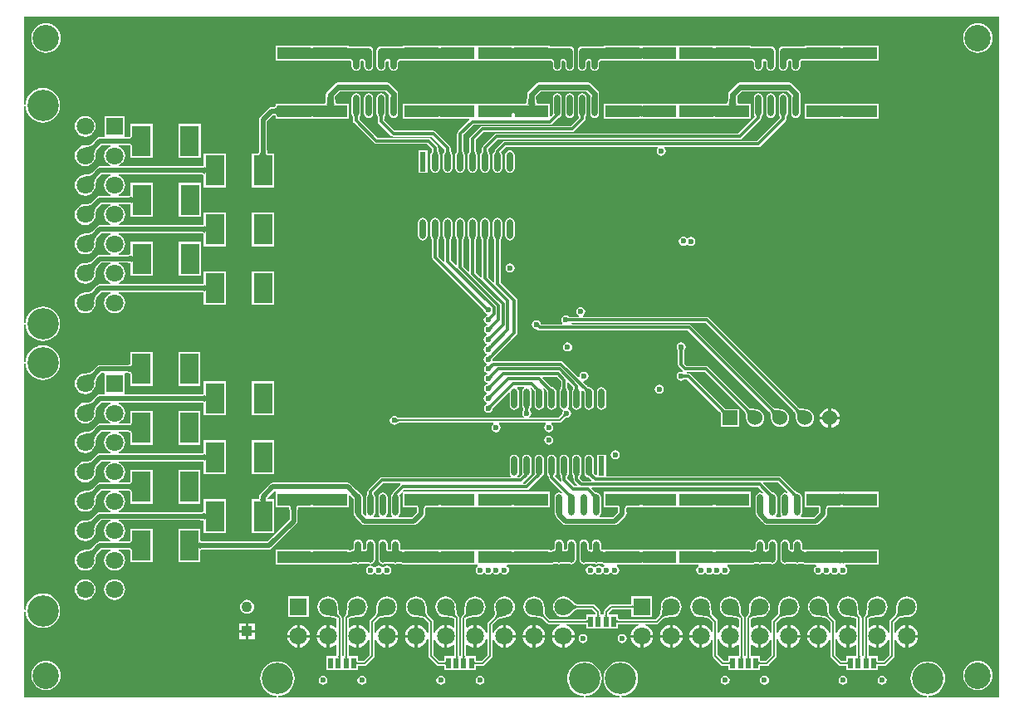
<source format=gbl>
G04*
G04 #@! TF.GenerationSoftware,Altium Limited,Altium Designer,19.1.8 (144)*
G04*
G04 Layer_Physical_Order=4*
G04 Layer_Color=16711680*
%FSLAX25Y25*%
%MOIN*%
G70*
G01*
G75*
%ADD11C,0.02362*%
%ADD15C,0.00787*%
%ADD29R,0.07717X0.12402*%
%ADD87C,0.01181*%
%ADD89C,0.01968*%
%ADD90C,0.03937*%
%ADD97C,0.06000*%
%ADD98R,0.06000X0.06000*%
%ADD99C,0.07087*%
%ADD100R,0.07087X0.07087*%
%ADD101C,0.12598*%
%ADD102R,0.07087X0.07087*%
%ADD103R,0.04331X0.04331*%
%ADD104C,0.04331*%
%ADD105C,0.10630*%
%ADD106C,0.02362*%
%ADD107R,0.13386X0.04921*%
%ADD108R,0.01968X0.04331*%
%ADD109R,0.02480X0.07874*%
%ADD110O,0.02480X0.07874*%
%ADD111O,0.02362X0.08661*%
G36*
X392517Y1184D02*
X364150D01*
X364125Y1684D01*
X365132Y1783D01*
X366432Y2178D01*
X367631Y2818D01*
X368682Y3681D01*
X369544Y4731D01*
X370184Y5930D01*
X370579Y7230D01*
X370712Y8583D01*
X370579Y9935D01*
X370184Y11236D01*
X369544Y12434D01*
X368682Y13485D01*
X367631Y14347D01*
X366432Y14988D01*
X365132Y15382D01*
X363779Y15515D01*
X362427Y15382D01*
X361126Y14988D01*
X359928Y14347D01*
X358877Y13485D01*
X358015Y12434D01*
X357375Y11236D01*
X356980Y9935D01*
X356847Y8583D01*
X356980Y7230D01*
X357375Y5930D01*
X358015Y4731D01*
X358877Y3681D01*
X359928Y2818D01*
X361126Y2178D01*
X362427Y1783D01*
X363434Y1684D01*
X363409Y1184D01*
X240921D01*
X240897Y1684D01*
X241904Y1783D01*
X243204Y2178D01*
X244403Y2818D01*
X245453Y3681D01*
X246315Y4731D01*
X246956Y5930D01*
X247351Y7230D01*
X247484Y8583D01*
X247351Y9935D01*
X246956Y11236D01*
X246315Y12434D01*
X245453Y13485D01*
X244403Y14347D01*
X243204Y14988D01*
X241904Y15382D01*
X240551Y15515D01*
X239199Y15382D01*
X237898Y14988D01*
X236700Y14347D01*
X235649Y13485D01*
X234787Y12434D01*
X234146Y11236D01*
X233752Y9935D01*
X233619Y8583D01*
X233752Y7230D01*
X234146Y5930D01*
X234787Y4731D01*
X235649Y3681D01*
X236700Y2818D01*
X237898Y2178D01*
X239199Y1783D01*
X240206Y1684D01*
X240181Y1184D01*
X226354D01*
X226330Y1684D01*
X227337Y1783D01*
X228637Y2178D01*
X229836Y2818D01*
X230886Y3681D01*
X231749Y4731D01*
X232389Y5930D01*
X232784Y7230D01*
X232917Y8583D01*
X232784Y9935D01*
X232389Y11236D01*
X231749Y12434D01*
X230886Y13485D01*
X229836Y14347D01*
X228637Y14988D01*
X227337Y15382D01*
X225984Y15515D01*
X224632Y15382D01*
X223331Y14988D01*
X222133Y14347D01*
X221082Y13485D01*
X220220Y12434D01*
X219579Y11236D01*
X219185Y9935D01*
X219052Y8583D01*
X219185Y7230D01*
X219579Y5930D01*
X220220Y4731D01*
X221082Y3681D01*
X222133Y2818D01*
X223331Y2178D01*
X224632Y1783D01*
X225639Y1684D01*
X225614Y1184D01*
X103126D01*
X103102Y1684D01*
X104108Y1783D01*
X105409Y2178D01*
X106607Y2818D01*
X107658Y3681D01*
X108520Y4731D01*
X109161Y5930D01*
X109555Y7230D01*
X109688Y8583D01*
X109555Y9935D01*
X109161Y11236D01*
X108520Y12434D01*
X107658Y13485D01*
X106607Y14347D01*
X105409Y14988D01*
X104108Y15382D01*
X102756Y15515D01*
X101403Y15382D01*
X100103Y14988D01*
X98904Y14347D01*
X97854Y13485D01*
X96992Y12434D01*
X96351Y11236D01*
X95956Y9935D01*
X95823Y8583D01*
X95956Y7230D01*
X96351Y5930D01*
X96992Y4731D01*
X97854Y3681D01*
X98904Y2818D01*
X100103Y2178D01*
X101403Y1783D01*
X102410Y1684D01*
X102386Y1184D01*
X1184D01*
Y35457D01*
X1684Y35481D01*
X1783Y34474D01*
X2178Y33174D01*
X2818Y31975D01*
X3681Y30925D01*
X4731Y30062D01*
X5930Y29422D01*
X7230Y29027D01*
X8583Y28894D01*
X9935Y29027D01*
X11236Y29422D01*
X12434Y30062D01*
X13485Y30925D01*
X14347Y31975D01*
X14988Y33174D01*
X15382Y34474D01*
X15515Y35827D01*
X15382Y37179D01*
X14988Y38480D01*
X14347Y39678D01*
X13485Y40729D01*
X12434Y41591D01*
X11236Y42232D01*
X9935Y42626D01*
X8583Y42759D01*
X7230Y42626D01*
X5930Y42232D01*
X4731Y41591D01*
X3681Y40729D01*
X2818Y39678D01*
X2178Y38480D01*
X1783Y37179D01*
X1684Y36172D01*
X1184Y36197D01*
Y135063D01*
X1684Y135088D01*
X1783Y134081D01*
X2178Y132780D01*
X2818Y131581D01*
X3681Y130531D01*
X4731Y129669D01*
X5930Y129028D01*
X7230Y128634D01*
X8583Y128500D01*
X9935Y128634D01*
X11236Y129028D01*
X12434Y129669D01*
X13485Y130531D01*
X14347Y131581D01*
X14988Y132780D01*
X15382Y134081D01*
X15515Y135433D01*
X15382Y136785D01*
X14988Y138086D01*
X14347Y139285D01*
X13485Y140335D01*
X12434Y141197D01*
X11236Y141838D01*
X9935Y142232D01*
X8583Y142366D01*
X7230Y142232D01*
X5930Y141838D01*
X4731Y141197D01*
X3681Y140335D01*
X2818Y139285D01*
X2178Y138086D01*
X1783Y136785D01*
X1684Y135779D01*
X1184Y135803D01*
Y150614D01*
X1684Y150639D01*
X1783Y149632D01*
X2178Y148331D01*
X2818Y147133D01*
X3681Y146082D01*
X4731Y145220D01*
X5930Y144579D01*
X7230Y144185D01*
X8583Y144052D01*
X9935Y144185D01*
X11236Y144579D01*
X12434Y145220D01*
X13485Y146082D01*
X14347Y147133D01*
X14988Y148331D01*
X15382Y149632D01*
X15515Y150984D01*
X15382Y152337D01*
X14988Y153637D01*
X14347Y154836D01*
X13485Y155886D01*
X12434Y156748D01*
X11236Y157389D01*
X9935Y157784D01*
X8583Y157917D01*
X7230Y157784D01*
X5930Y157389D01*
X4731Y156748D01*
X3681Y155886D01*
X2818Y154836D01*
X2178Y153637D01*
X1783Y152337D01*
X1684Y151330D01*
X1184Y151354D01*
Y238409D01*
X1684Y238434D01*
X1783Y237427D01*
X2178Y236126D01*
X2818Y234928D01*
X3681Y233877D01*
X4731Y233015D01*
X5930Y232375D01*
X7230Y231980D01*
X8583Y231847D01*
X9935Y231980D01*
X11236Y232375D01*
X12434Y233015D01*
X13485Y233877D01*
X14347Y234928D01*
X14988Y236126D01*
X15382Y237427D01*
X15515Y238779D01*
X15382Y240132D01*
X14988Y241432D01*
X14347Y242631D01*
X13485Y243682D01*
X12434Y244544D01*
X11236Y245184D01*
X9935Y245579D01*
X8583Y245712D01*
X7230Y245579D01*
X5930Y245184D01*
X4731Y244544D01*
X3681Y243682D01*
X2818Y242631D01*
X2178Y241432D01*
X1783Y240132D01*
X1684Y239125D01*
X1184Y239150D01*
Y274406D01*
X392517D01*
X392517Y1184D01*
D02*
G37*
%LPC*%
G36*
X329933Y262744D02*
X329843Y262706D01*
X329321D01*
Y262706D01*
X329143Y262706D01*
X329143Y262706D01*
X328622D01*
X328531Y262744D01*
X328441Y262706D01*
X315260D01*
X315170Y262744D01*
X315079Y262706D01*
X314558D01*
Y262457D01*
X314446Y262432D01*
X312241Y262287D01*
X311576Y262302D01*
X311505Y262307D01*
X311496Y262309D01*
X311463Y262331D01*
X310768Y262470D01*
X310073Y262331D01*
X310059Y262322D01*
X307733Y262283D01*
X306592Y262302D01*
X306502Y262308D01*
X306495Y262310D01*
X306463Y262331D01*
X305768Y262470D01*
X305073Y262331D01*
X304484Y261938D01*
X304090Y261349D01*
X303952Y260653D01*
Y254354D01*
X304090Y253659D01*
X304484Y253070D01*
X305073Y252677D01*
X305768Y252538D01*
X306463Y252677D01*
X307052Y253070D01*
X307446Y253659D01*
X307584Y254354D01*
Y255698D01*
X307584Y255700D01*
X307588Y255991D01*
X307634Y256159D01*
X307722Y256304D01*
X307876Y256452D01*
X308121Y256603D01*
X308470Y256745D01*
X308490Y256750D01*
X308575Y256719D01*
X308952Y256427D01*
Y254354D01*
X309090Y253659D01*
X309484Y253070D01*
X310073Y252677D01*
X310768Y252538D01*
X311463Y252677D01*
X312052Y253070D01*
X312445Y253659D01*
X312584Y254354D01*
Y255698D01*
X312584Y255700D01*
X312588Y255991D01*
X312634Y256159D01*
X312722Y256304D01*
X312876Y256452D01*
X313121Y256603D01*
X313470Y256745D01*
X313924Y256864D01*
X314080Y256889D01*
X314558Y256600D01*
Y256585D01*
X315079D01*
X315170Y256548D01*
X315260Y256585D01*
X328441D01*
X328531Y256548D01*
X328622Y256585D01*
X329143D01*
Y256585D01*
X329321Y256585D01*
X329321Y256585D01*
X329843D01*
X329933Y256548D01*
X330024Y256585D01*
X343907D01*
Y262706D01*
X330024D01*
X329933Y262744D01*
D02*
G37*
G36*
X292114D02*
X292024Y262706D01*
X278842D01*
X278752Y262744D01*
X278662Y262706D01*
X278140D01*
Y262706D01*
X277962Y262706D01*
X277962Y262706D01*
X277441D01*
X277350Y262744D01*
X277260Y262706D01*
X263698D01*
X263376Y262706D01*
X262876Y262706D01*
X249315D01*
X249225Y262744D01*
X249134Y262706D01*
X248613D01*
Y262706D01*
X248435Y262706D01*
X248435Y262706D01*
X247913D01*
X247823Y262744D01*
X247732Y262706D01*
X234551D01*
X234461Y262744D01*
X234370Y262706D01*
X233849D01*
Y262457D01*
X233737Y262432D01*
X231532Y262287D01*
X230867Y262302D01*
X230796Y262307D01*
X230787Y262309D01*
X230754Y262331D01*
X230059Y262470D01*
X229364Y262331D01*
X229351Y262322D01*
X227025Y262283D01*
X225883Y262302D01*
X225793Y262308D01*
X225786Y262310D01*
X225754Y262331D01*
X225059Y262470D01*
X224364Y262331D01*
X223775Y261938D01*
X223381Y261349D01*
X223243Y260653D01*
Y254354D01*
X223381Y253659D01*
X223775Y253070D01*
X224364Y252677D01*
X225059Y252538D01*
X225754Y252677D01*
X226343Y253070D01*
X226737Y253659D01*
X226875Y254354D01*
Y255698D01*
X226876Y255700D01*
X226880Y255991D01*
X226926Y256159D01*
X227014Y256304D01*
X227167Y256452D01*
X227412Y256603D01*
X227761Y256745D01*
X227781Y256750D01*
X227866Y256719D01*
X228243Y256427D01*
Y254354D01*
X228381Y253659D01*
X228775Y253070D01*
X229364Y252677D01*
X230059Y252538D01*
X230754Y252677D01*
X231343Y253070D01*
X231737Y253659D01*
X231875Y254354D01*
Y255698D01*
X231876Y255700D01*
X231880Y255991D01*
X231926Y256159D01*
X232014Y256304D01*
X232167Y256452D01*
X232412Y256603D01*
X232761Y256745D01*
X233216Y256864D01*
X233371Y256889D01*
X233849Y256600D01*
Y256585D01*
X234370D01*
X234461Y256548D01*
X234551Y256585D01*
X247732D01*
X247823Y256548D01*
X247913Y256585D01*
X248435D01*
Y256585D01*
X248613Y256585D01*
X248613Y256585D01*
X249134D01*
X249225Y256548D01*
X249315Y256585D01*
X262876D01*
X263198Y256585D01*
X263698Y256585D01*
X277260D01*
X277350Y256548D01*
X277441Y256585D01*
X277962D01*
Y256585D01*
X278140Y256585D01*
X278140Y256585D01*
X278662D01*
X278752Y256548D01*
X278842Y256585D01*
X292024D01*
X292114Y256548D01*
X292204Y256585D01*
X292726D01*
X292726Y256585D01*
X293226Y256680D01*
X293414Y256603D01*
X293660Y256452D01*
X293813Y256304D01*
X293901Y256159D01*
X293947Y255991D01*
X293951Y255700D01*
X293952Y255698D01*
Y254354D01*
X294090Y253659D01*
X294484Y253070D01*
X295073Y252677D01*
X295768Y252538D01*
X296463Y252677D01*
X297052Y253070D01*
X297446Y253659D01*
X297584Y254354D01*
Y256478D01*
X297921Y256731D01*
X298035Y256780D01*
X298109Y256761D01*
X298447Y256629D01*
X298682Y256488D01*
X298826Y256354D01*
X298906Y256226D01*
X298947Y256082D01*
X298951Y255815D01*
X298952Y255814D01*
Y254354D01*
X299090Y253659D01*
X299484Y253070D01*
X300073Y252677D01*
X300768Y252538D01*
X301463Y252677D01*
X302052Y253070D01*
X302446Y253659D01*
X302584Y254354D01*
Y260653D01*
X302446Y261349D01*
X302052Y261938D01*
X301463Y262331D01*
X300768Y262470D01*
X300073Y262331D01*
X300060Y262323D01*
X297174Y262283D01*
X296565Y262301D01*
X296508Y262306D01*
X296502Y262308D01*
X296498Y262307D01*
X296463Y262331D01*
X295768Y262470D01*
X295073Y262331D01*
X295060Y262322D01*
X293949Y262306D01*
X293943Y262306D01*
X293107Y262379D01*
X292827Y262424D01*
X292726Y262449D01*
Y262706D01*
X292204D01*
X292114Y262744D01*
D02*
G37*
G36*
X211405D02*
X211315Y262706D01*
X198134D01*
X198044Y262744D01*
X197953Y262706D01*
X197432D01*
Y262706D01*
X197254Y262706D01*
X197254Y262706D01*
X196732D01*
X196642Y262744D01*
X196551Y262706D01*
X182990D01*
X182668Y262706D01*
X182168Y262706D01*
X168606D01*
X168516Y262744D01*
X168426Y262706D01*
X167904D01*
Y262706D01*
X167726Y262706D01*
X167726Y262706D01*
X167204D01*
X167114Y262744D01*
X167024Y262706D01*
X153843D01*
X153752Y262744D01*
X153662Y262706D01*
X153140D01*
Y262457D01*
X153029Y262432D01*
X150824Y262287D01*
X150159Y262302D01*
X150087Y262307D01*
X150078Y262309D01*
X150045Y262331D01*
X149350Y262470D01*
X148655Y262331D01*
X148642Y262322D01*
X146316Y262283D01*
X145174Y262302D01*
X145084Y262308D01*
X145078Y262310D01*
X145045Y262331D01*
X144350Y262470D01*
X143655Y262331D01*
X143066Y261938D01*
X142673Y261349D01*
X142534Y260653D01*
Y254354D01*
X142673Y253659D01*
X143066Y253070D01*
X143655Y252677D01*
X144350Y252538D01*
X145045Y252677D01*
X145634Y253070D01*
X146028Y253659D01*
X146166Y254354D01*
Y255698D01*
X146167Y255700D01*
X146171Y255991D01*
X146217Y256159D01*
X146305Y256304D01*
X146458Y256452D01*
X146704Y256603D01*
X147053Y256745D01*
X147072Y256750D01*
X147157Y256719D01*
X147534Y256427D01*
Y254354D01*
X147673Y253659D01*
X148066Y253070D01*
X148655Y252677D01*
X149350Y252538D01*
X150045Y252677D01*
X150635Y253070D01*
X151028Y253659D01*
X151166Y254354D01*
Y255698D01*
X151167Y255700D01*
X151171Y255991D01*
X151217Y256159D01*
X151305Y256304D01*
X151458Y256452D01*
X151704Y256603D01*
X152053Y256745D01*
X152507Y256864D01*
X152663Y256889D01*
X153140Y256600D01*
Y256585D01*
X153662D01*
X153752Y256548D01*
X153843Y256585D01*
X167024D01*
X167114Y256548D01*
X167204Y256585D01*
X167726D01*
Y256585D01*
X167904Y256585D01*
X167904Y256585D01*
X168426D01*
X168516Y256548D01*
X168606Y256585D01*
X182168D01*
X182490Y256585D01*
X182990Y256585D01*
X196551D01*
X196642Y256548D01*
X196732Y256585D01*
X197254D01*
Y256585D01*
X197432Y256585D01*
X197432Y256585D01*
X197953D01*
X198044Y256548D01*
X198134Y256585D01*
X211315D01*
X211405Y256548D01*
X211496Y256585D01*
X212017D01*
X212017Y256585D01*
X212517Y256680D01*
X212706Y256603D01*
X212951Y256452D01*
X213104Y256304D01*
X213192Y256159D01*
X213238Y255991D01*
X213243Y255700D01*
X213243Y255698D01*
Y254354D01*
X213381Y253659D01*
X213775Y253070D01*
X214364Y252677D01*
X215059Y252538D01*
X215754Y252677D01*
X216343Y253070D01*
X216737Y253659D01*
X216875Y254354D01*
Y256427D01*
X217252Y256719D01*
X217337Y256750D01*
X217357Y256745D01*
X217706Y256603D01*
X217951Y256452D01*
X218104Y256304D01*
X218192Y256159D01*
X218238Y255991D01*
X218243Y255700D01*
X218243Y255698D01*
Y254354D01*
X218381Y253659D01*
X218775Y253070D01*
X219364Y252677D01*
X220059Y252538D01*
X220754Y252677D01*
X221343Y253070D01*
X221737Y253659D01*
X221875Y254354D01*
Y260653D01*
X221737Y261349D01*
X221343Y261938D01*
X220754Y262331D01*
X220059Y262470D01*
X219364Y262331D01*
X219351Y262323D01*
X216441Y262284D01*
X215857Y262301D01*
X215800Y262306D01*
X215793Y262308D01*
X215790Y262307D01*
X215754Y262331D01*
X215059Y262470D01*
X214364Y262331D01*
X214351Y262322D01*
X213353Y262307D01*
X212464Y262380D01*
X212155Y262426D01*
X212017Y262457D01*
Y262706D01*
X211496D01*
X211405Y262744D01*
D02*
G37*
G36*
X130697D02*
X130606Y262706D01*
X117425D01*
X117335Y262744D01*
X117245Y262706D01*
X116723D01*
Y262706D01*
X116545Y262706D01*
X116545Y262706D01*
X116023D01*
X115933Y262744D01*
X115842Y262706D01*
X101959D01*
Y256585D01*
X115842D01*
X115933Y256548D01*
X116023Y256585D01*
X116545D01*
Y256585D01*
X116723Y256585D01*
X116723Y256585D01*
X117245D01*
X117335Y256548D01*
X117425Y256585D01*
X130606D01*
X130697Y256548D01*
X130787Y256585D01*
X131309D01*
X131309Y256585D01*
X131809Y256680D01*
X131997Y256603D01*
X132242Y256452D01*
X132396Y256304D01*
X132484Y256159D01*
X132530Y255991D01*
X132534Y255700D01*
X132534Y255698D01*
Y254354D01*
X132673Y253659D01*
X133066Y253070D01*
X133655Y252677D01*
X134350Y252538D01*
X135045Y252677D01*
X135635Y253070D01*
X136028Y253659D01*
X136166Y254354D01*
Y256427D01*
X136544Y256719D01*
X136628Y256750D01*
X136648Y256745D01*
X136997Y256603D01*
X137242Y256452D01*
X137396Y256304D01*
X137484Y256159D01*
X137530Y255991D01*
X137534Y255700D01*
X137534Y255698D01*
Y254354D01*
X137673Y253659D01*
X138066Y253070D01*
X138655Y252677D01*
X139350Y252538D01*
X140045Y252677D01*
X140635Y253070D01*
X141028Y253659D01*
X141166Y254354D01*
Y260653D01*
X141028Y261349D01*
X140635Y261938D01*
X140045Y262331D01*
X139350Y262470D01*
X138655Y262331D01*
X138643Y262323D01*
X135732Y262284D01*
X135148Y262301D01*
X135091Y262306D01*
X135084Y262308D01*
X135081Y262307D01*
X135045Y262331D01*
X134350Y262470D01*
X133655Y262331D01*
X133642Y262322D01*
X132645Y262307D01*
X131755Y262380D01*
X131446Y262426D01*
X131309Y262457D01*
Y262706D01*
X130787D01*
X130697Y262744D01*
D02*
G37*
G36*
X383858Y271692D02*
X382699Y271577D01*
X381584Y271239D01*
X380556Y270690D01*
X379656Y269951D01*
X378916Y269050D01*
X378367Y268022D01*
X378029Y266908D01*
X377915Y265748D01*
X378029Y264588D01*
X378367Y263474D01*
X378916Y262446D01*
X379656Y261545D01*
X380556Y260806D01*
X381584Y260257D01*
X382699Y259919D01*
X383858Y259804D01*
X385018Y259919D01*
X386133Y260257D01*
X387160Y260806D01*
X388061Y261545D01*
X388800Y262446D01*
X389349Y263474D01*
X389688Y264588D01*
X389802Y265748D01*
X389688Y266908D01*
X389349Y268022D01*
X388800Y269050D01*
X388061Y269951D01*
X387160Y270690D01*
X386133Y271239D01*
X385018Y271577D01*
X383858Y271692D01*
D02*
G37*
G36*
X9843D02*
X8683Y271577D01*
X7568Y271239D01*
X6540Y270690D01*
X5640Y269951D01*
X4901Y269050D01*
X4351Y268022D01*
X4013Y266908D01*
X3899Y265748D01*
X4013Y264588D01*
X4351Y263474D01*
X4901Y262446D01*
X5640Y261545D01*
X6540Y260806D01*
X7568Y260257D01*
X8683Y259919D01*
X9843Y259804D01*
X11002Y259919D01*
X12117Y260257D01*
X13145Y260806D01*
X14045Y261545D01*
X14784Y262446D01*
X15334Y263474D01*
X15672Y264588D01*
X15786Y265748D01*
X15672Y266908D01*
X15334Y268022D01*
X14784Y269050D01*
X14045Y269951D01*
X13145Y270690D01*
X12117Y271239D01*
X11002Y271577D01*
X9843Y271692D01*
D02*
G37*
G36*
X329933Y239515D02*
X329843Y239478D01*
X329321D01*
Y239478D01*
X329143Y239478D01*
X329143Y239478D01*
X328622D01*
X328531Y239515D01*
X328441Y239478D01*
X314558D01*
Y233357D01*
X328441D01*
X328531Y233319D01*
X328622Y233357D01*
X329143D01*
Y233357D01*
X329321Y233357D01*
X329321Y233357D01*
X329843D01*
X329933Y233319D01*
X330024Y233357D01*
X343907D01*
Y239478D01*
X330024D01*
X329933Y239515D01*
D02*
G37*
G36*
X308071Y247879D02*
X288386D01*
X287691Y247741D01*
X287102Y247347D01*
X284149Y244394D01*
X283755Y243805D01*
X283617Y243110D01*
Y241974D01*
X283603Y241941D01*
X283580Y240688D01*
X283560Y240455D01*
X283510Y240155D01*
X283446Y239916D01*
X283375Y239740D01*
X283306Y239627D01*
X283248Y239565D01*
X283202Y239534D01*
X283151Y239515D01*
X283003Y239500D01*
X282962Y239478D01*
X278842D01*
X278752Y239515D01*
X278662Y239478D01*
X278140D01*
Y239478D01*
X277962Y239478D01*
X277962Y239478D01*
X277441D01*
X277350Y239515D01*
X277260Y239478D01*
X263698D01*
X263376Y239478D01*
X262876Y239478D01*
X249315D01*
X249225Y239515D01*
X249134Y239478D01*
X248613D01*
Y239478D01*
X248435Y239478D01*
X248435Y239478D01*
X247913D01*
X247823Y239515D01*
X247732Y239478D01*
X233849D01*
Y233357D01*
X247732D01*
X247823Y233319D01*
X247913Y233357D01*
X248435D01*
Y233357D01*
X248613Y233357D01*
X248613Y233357D01*
X249134D01*
X249225Y233319D01*
X249315Y233357D01*
X262876D01*
X263198Y233357D01*
X263698Y233357D01*
X277260D01*
X277350Y233319D01*
X277441Y233357D01*
X277962D01*
Y233357D01*
X278140Y233357D01*
X278140Y233357D01*
X278662D01*
X278752Y233319D01*
X278842Y233357D01*
X292726D01*
Y239478D01*
X287904D01*
X287864Y239500D01*
X287716Y239515D01*
X287664Y239534D01*
X287618Y239565D01*
X287561Y239627D01*
X287491Y239740D01*
X287420Y239916D01*
X287356Y240155D01*
X287355Y240158D01*
X287263Y241963D01*
X287249Y241991D01*
Y242358D01*
X289138Y244247D01*
X307319D01*
X308952Y242614D01*
Y238606D01*
Y235457D01*
X309090Y234762D01*
X309484Y234173D01*
X310073Y233779D01*
X310768Y233641D01*
X311463Y233779D01*
X312052Y234173D01*
X312445Y234762D01*
X312584Y235457D01*
Y241756D01*
Y243366D01*
X312445Y244061D01*
X312052Y244650D01*
X309355Y247347D01*
X308766Y247741D01*
X308071Y247879D01*
D02*
G37*
G36*
X300768Y243572D02*
X300073Y243434D01*
X299484Y243040D01*
X299090Y242451D01*
X298952Y241756D01*
Y235457D01*
X299090Y234762D01*
X299484Y234173D01*
X300073Y233779D01*
X300768Y233641D01*
X301463Y233779D01*
X302052Y234173D01*
X302446Y234762D01*
X302584Y235457D01*
Y236318D01*
X302603Y236417D01*
X302584Y236516D01*
Y241756D01*
X302446Y242451D01*
X302052Y243040D01*
X301463Y243434D01*
X300768Y243572D01*
D02*
G37*
G36*
X227362Y247879D02*
X207677D01*
X206982Y247741D01*
X206393Y247347D01*
X203440Y244394D01*
X203047Y243805D01*
X202908Y243110D01*
Y241277D01*
X202894Y241245D01*
X202883Y240814D01*
X202851Y240455D01*
X202801Y240155D01*
X202737Y239916D01*
X202666Y239740D01*
X202597Y239627D01*
X202539Y239565D01*
X202494Y239534D01*
X202442Y239515D01*
X202294Y239500D01*
X202254Y239478D01*
X198236D01*
X198219Y239491D01*
X198127Y239480D01*
X198041Y239515D01*
X197952Y239478D01*
X197432D01*
Y239478D01*
X197254Y239478D01*
X197254Y239478D01*
X196733D01*
X196643Y239515D01*
X196558Y239480D01*
X196466Y239491D01*
X196449Y239478D01*
X182668D01*
Y239478D01*
X182490D01*
Y239478D01*
X168606D01*
X168516Y239515D01*
X168426Y239478D01*
X167904D01*
Y239478D01*
X167726Y239478D01*
X167726Y239478D01*
X167204D01*
X167114Y239515D01*
X167024Y239478D01*
X153140D01*
Y233357D01*
X167024D01*
X167114Y233319D01*
X167204Y233357D01*
X167726D01*
Y233357D01*
X167904Y233357D01*
X167904Y233357D01*
X168426D01*
X168516Y233319D01*
X168606Y233357D01*
X179664D01*
X179871Y232857D01*
X175244Y228230D01*
X174981Y227836D01*
X174889Y227372D01*
X174889Y227372D01*
Y221179D01*
X174863Y221120D01*
X174858Y220937D01*
X174846Y220779D01*
X174827Y220632D01*
X174801Y220495D01*
X174768Y220367D01*
X174729Y220248D01*
X174684Y220138D01*
X174633Y220037D01*
X174576Y219942D01*
X174499Y219833D01*
X174471Y219710D01*
X174369Y219557D01*
X174226Y218839D01*
Y213445D01*
X174369Y212727D01*
X174776Y212118D01*
X175384Y211712D01*
X176102Y211569D01*
X176820Y211712D01*
X177429Y212118D01*
X177836Y212727D01*
X177979Y213445D01*
Y218839D01*
X177836Y219557D01*
X177733Y219710D01*
X177705Y219833D01*
X177628Y219942D01*
X177572Y220037D01*
X177521Y220138D01*
X177476Y220248D01*
X177437Y220367D01*
X177404Y220495D01*
X177380Y220623D01*
X177346Y220946D01*
X177342Y221120D01*
X177316Y221179D01*
Y226869D01*
X181409Y230962D01*
X212155D01*
X212155Y230962D01*
X212620Y231054D01*
X213013Y231317D01*
X214650Y232954D01*
X214710Y232977D01*
X215146Y233393D01*
X215361Y233575D01*
X215438Y233633D01*
X215497Y233673D01*
X215522Y233688D01*
X215524Y233688D01*
X215528Y233691D01*
X215567Y233708D01*
X215606Y233750D01*
X215754Y233779D01*
X216343Y234173D01*
X216737Y234762D01*
X216875Y235457D01*
Y241756D01*
X216737Y242451D01*
X216343Y243040D01*
X215754Y243434D01*
X215059Y243572D01*
X214364Y243434D01*
X213775Y243040D01*
X213381Y242451D01*
X213243Y241756D01*
Y235457D01*
X213298Y235179D01*
X213297Y235177D01*
X213217Y235057D01*
X212923Y234705D01*
X212727Y234501D01*
X212517Y234420D01*
X212182Y234587D01*
X212017Y234797D01*
Y239478D01*
X207195D01*
X207155Y239500D01*
X207007Y239515D01*
X206955Y239534D01*
X206909Y239565D01*
X206852Y239627D01*
X206783Y239740D01*
X206711Y239916D01*
X206647Y240155D01*
X206597Y240455D01*
X206566Y240814D01*
X206555Y241245D01*
X206540Y241277D01*
Y242358D01*
X208429Y244247D01*
X226610D01*
X228243Y242614D01*
Y238606D01*
Y235457D01*
X228381Y234762D01*
X228775Y234173D01*
X229364Y233779D01*
X230059Y233641D01*
X230754Y233779D01*
X231343Y234173D01*
X231737Y234762D01*
X231875Y235457D01*
Y241756D01*
Y243366D01*
X231737Y244061D01*
X231343Y244650D01*
X228646Y247347D01*
X228057Y247741D01*
X227362Y247879D01*
D02*
G37*
G36*
X220059Y243572D02*
X219364Y243434D01*
X218775Y243040D01*
X218381Y242451D01*
X218243Y241756D01*
Y235457D01*
X218381Y234762D01*
X218775Y234173D01*
X219364Y233779D01*
X220059Y233641D01*
X220754Y233779D01*
X221343Y234173D01*
X221737Y234762D01*
X221875Y235457D01*
Y241756D01*
X221737Y242451D01*
X221343Y243040D01*
X220754Y243434D01*
X220059Y243572D01*
D02*
G37*
G36*
X146653Y247879D02*
X126969D01*
X126274Y247741D01*
X125684Y247347D01*
X122732Y244394D01*
X122338Y243805D01*
X122200Y243110D01*
Y241974D01*
X122185Y241941D01*
X122163Y240688D01*
X122143Y240455D01*
X122093Y240155D01*
X122029Y239916D01*
X121957Y239740D01*
X121888Y239627D01*
X121831Y239565D01*
X121785Y239534D01*
X121733Y239515D01*
X121585Y239500D01*
X121545Y239478D01*
X117425D01*
X117335Y239515D01*
X117245Y239478D01*
X116723D01*
Y239478D01*
X116545Y239478D01*
X116545Y239478D01*
X116023D01*
X115933Y239515D01*
X115842Y239478D01*
X101959D01*
Y238494D01*
X101937Y238454D01*
X101926Y238344D01*
X101919Y238326D01*
X101908Y238309D01*
X101874Y238277D01*
X101795Y238230D01*
X101663Y238176D01*
X101475Y238126D01*
X101234Y238086D01*
X100942Y238060D01*
X100586Y238051D01*
X100545Y238033D01*
X100394D01*
X99775Y237910D01*
X99252Y237560D01*
X95807Y234115D01*
X95456Y233591D01*
X95333Y232973D01*
Y220813D01*
X95315Y220773D01*
X95306Y220416D01*
X95280Y220124D01*
X95240Y219883D01*
X95190Y219695D01*
X95136Y219563D01*
X95089Y219485D01*
X95057Y219450D01*
X95041Y219439D01*
X95022Y219433D01*
X94912Y219421D01*
X94872Y219399D01*
X92491D01*
Y205798D01*
X101407D01*
Y219399D01*
X99026D01*
X98986Y219421D01*
X98875Y219433D01*
X98857Y219439D01*
X98841Y219450D01*
X98809Y219485D01*
X98761Y219563D01*
X98707Y219695D01*
X98657Y219883D01*
X98617Y220124D01*
X98592Y220416D01*
X98582Y220773D01*
X98564Y220813D01*
Y232303D01*
X101028Y234767D01*
X101234Y234749D01*
X101475Y234709D01*
X101663Y234659D01*
X101795Y234605D01*
X101874Y234557D01*
X101908Y234525D01*
X101919Y234509D01*
X101926Y234491D01*
X101937Y234381D01*
X101959Y234340D01*
Y233357D01*
X115842D01*
X115933Y233319D01*
X116023Y233357D01*
X116545D01*
Y233357D01*
X116723Y233357D01*
X116723Y233357D01*
X117245D01*
X117335Y233319D01*
X117425Y233357D01*
X131309D01*
Y239478D01*
X126486D01*
X126446Y239500D01*
X126298Y239515D01*
X126247Y239534D01*
X126201Y239565D01*
X126143Y239627D01*
X126074Y239740D01*
X126003Y239916D01*
X125939Y240155D01*
X125938Y240158D01*
X125845Y241963D01*
X125832Y241991D01*
Y242358D01*
X127721Y244247D01*
X145901D01*
X147534Y242614D01*
Y238606D01*
Y235457D01*
X147673Y234762D01*
X148066Y234173D01*
X148655Y233779D01*
X149350Y233641D01*
X150045Y233779D01*
X150635Y234173D01*
X151028Y234762D01*
X151166Y235457D01*
Y241756D01*
Y243366D01*
X151028Y244061D01*
X150635Y244650D01*
X147938Y247347D01*
X147348Y247741D01*
X146653Y247879D01*
D02*
G37*
G36*
X139350Y243572D02*
X138655Y243434D01*
X138066Y243040D01*
X137673Y242451D01*
X137534Y241756D01*
Y235457D01*
X137673Y234762D01*
X138066Y234173D01*
X138655Y233779D01*
X139350Y233641D01*
X140045Y233779D01*
X140635Y234173D01*
X141028Y234762D01*
X141166Y235457D01*
Y241756D01*
X141028Y242451D01*
X140635Y243040D01*
X140045Y243434D01*
X139350Y243572D01*
D02*
G37*
G36*
X225059D02*
X224364Y243434D01*
X223775Y243040D01*
X223381Y242451D01*
X223243Y241756D01*
Y235457D01*
X223381Y234762D01*
X223501Y234582D01*
X223517Y234501D01*
X223573Y234463D01*
X223600Y234400D01*
X223632Y234387D01*
X223759Y234196D01*
X223760Y234191D01*
X223800Y233726D01*
X220502Y230427D01*
X184922D01*
X184458Y230335D01*
X184064Y230072D01*
X184064Y230072D01*
X180244Y226252D01*
X179981Y225858D01*
X179888Y225394D01*
X179888Y225394D01*
Y221179D01*
X179863Y221120D01*
X179858Y220937D01*
X179846Y220779D01*
X179827Y220632D01*
X179801Y220495D01*
X179768Y220367D01*
X179729Y220248D01*
X179684Y220138D01*
X179633Y220037D01*
X179576Y219942D01*
X179499Y219833D01*
X179471Y219710D01*
X179369Y219557D01*
X179226Y218839D01*
Y213445D01*
X179369Y212727D01*
X179776Y212118D01*
X180384Y211712D01*
X181102Y211569D01*
X181820Y211712D01*
X182429Y212118D01*
X182836Y212727D01*
X182979Y213445D01*
Y218839D01*
X182836Y219557D01*
X182733Y219710D01*
X182705Y219833D01*
X182628Y219942D01*
X182572Y220037D01*
X182521Y220138D01*
X182476Y220248D01*
X182437Y220367D01*
X182404Y220495D01*
X182379Y220623D01*
X182346Y220946D01*
X182342Y221120D01*
X182316Y221179D01*
Y224891D01*
X185425Y227999D01*
X221005D01*
X221005Y227999D01*
X221469Y228092D01*
X221863Y228355D01*
X225917Y232409D01*
X225917Y232409D01*
X226181Y232803D01*
X226248Y233143D01*
X226298Y233259D01*
X226302Y233545D01*
X226332Y234014D01*
X226355Y234174D01*
X226359Y234196D01*
X226486Y234387D01*
X226519Y234400D01*
X226545Y234463D01*
X226601Y234501D01*
X226617Y234582D01*
X226737Y234762D01*
X226875Y235457D01*
Y241756D01*
X226737Y242451D01*
X226343Y243040D01*
X225754Y243434D01*
X225059Y243572D01*
D02*
G37*
G36*
X25591Y234494D02*
X24509Y234352D01*
X23501Y233934D01*
X22636Y233270D01*
X21971Y232404D01*
X21554Y231397D01*
X21411Y230315D01*
X21554Y229233D01*
X21971Y228225D01*
X22636Y227360D01*
X23501Y226696D01*
X24509Y226278D01*
X25591Y226136D01*
X26672Y226278D01*
X27680Y226696D01*
X28546Y227360D01*
X29210Y228225D01*
X29627Y229233D01*
X29770Y230315D01*
X29627Y231397D01*
X29210Y232404D01*
X28546Y233270D01*
X27680Y233934D01*
X26672Y234352D01*
X25591Y234494D01*
D02*
G37*
G36*
X295768Y243572D02*
X295073Y243434D01*
X294484Y243040D01*
X294090Y242451D01*
X293952Y241756D01*
Y235457D01*
X294090Y234762D01*
X294476Y234185D01*
X287756Y227465D01*
X190723D01*
X190259Y227373D01*
X189865Y227110D01*
X189865Y227110D01*
X185244Y222488D01*
X184981Y222095D01*
X184889Y221630D01*
X184889Y221630D01*
Y221179D01*
X184863Y221120D01*
X184858Y220937D01*
X184846Y220779D01*
X184827Y220632D01*
X184801Y220495D01*
X184768Y220367D01*
X184729Y220248D01*
X184684Y220138D01*
X184633Y220037D01*
X184576Y219942D01*
X184499Y219833D01*
X184471Y219710D01*
X184369Y219557D01*
X184226Y218839D01*
Y213445D01*
X184369Y212727D01*
X184776Y212118D01*
X185384Y211712D01*
X186102Y211569D01*
X186820Y211712D01*
X187429Y212118D01*
X187836Y212727D01*
X187979Y213445D01*
Y218839D01*
X187836Y219557D01*
X187733Y219710D01*
X187705Y219833D01*
X187628Y219942D01*
X187572Y220037D01*
X187521Y220138D01*
X187476Y220248D01*
X187437Y220367D01*
X187404Y220495D01*
X187380Y220623D01*
X187346Y220946D01*
X187342Y221120D01*
X187332Y221143D01*
X191226Y225037D01*
X288259D01*
X288259Y225037D01*
X288724Y225130D01*
X289117Y225393D01*
X296626Y232902D01*
X296626Y232902D01*
X296889Y233295D01*
X296982Y233760D01*
X296982Y233760D01*
Y234126D01*
X297052Y234173D01*
X297446Y234762D01*
X297584Y235457D01*
Y241756D01*
X297446Y242451D01*
X297052Y243040D01*
X296463Y243434D01*
X295768Y243572D01*
D02*
G37*
G36*
X305768D02*
X305073Y243434D01*
X304484Y243040D01*
X304090Y242451D01*
X303952Y241756D01*
Y235457D01*
X304090Y234762D01*
X304210Y234582D01*
X304226Y234501D01*
X304282Y234463D01*
X304308Y234400D01*
X304340Y234387D01*
X304468Y234196D01*
X304469Y234191D01*
X304509Y233726D01*
X295286Y224503D01*
X193938D01*
X193938Y224503D01*
X193473Y224411D01*
X193079Y224147D01*
X190267Y221334D01*
X190004Y220941D01*
X189911Y220476D01*
X189911Y220476D01*
Y220256D01*
X189776Y220165D01*
X189369Y219557D01*
X189226Y218839D01*
Y213445D01*
X189369Y212727D01*
X189776Y212118D01*
X190384Y211712D01*
X191102Y211569D01*
X191820Y211712D01*
X192429Y212118D01*
X192836Y212727D01*
X192979Y213445D01*
Y218839D01*
X192836Y219557D01*
X192470Y220104D01*
X194441Y222075D01*
X255439D01*
X255591Y221575D01*
X255507Y221519D01*
X255114Y220930D01*
X254975Y220235D01*
X255114Y219540D01*
X255507Y218951D01*
X256096Y218557D01*
X256791Y218419D01*
X257486Y218557D01*
X258075Y218951D01*
X258469Y219540D01*
X258607Y220235D01*
X258469Y220930D01*
X258075Y221519D01*
X257992Y221575D01*
X258143Y222075D01*
X295789D01*
X295789Y222075D01*
X296253Y222167D01*
X296647Y222431D01*
X306626Y232409D01*
X306626Y232409D01*
X306889Y232803D01*
X306957Y233143D01*
X307007Y233259D01*
X307011Y233545D01*
X307041Y234014D01*
X307063Y234174D01*
X307068Y234196D01*
X307195Y234387D01*
X307227Y234400D01*
X307253Y234463D01*
X307310Y234501D01*
X307325Y234582D01*
X307446Y234762D01*
X307584Y235457D01*
Y241756D01*
X307446Y242451D01*
X307052Y243040D01*
X306463Y243434D01*
X305768Y243572D01*
D02*
G37*
G36*
X71978Y231210D02*
X63061D01*
Y217609D01*
X71978D01*
Y231210D01*
D02*
G37*
G36*
X41545Y234458D02*
X33258D01*
Y226525D01*
X33258Y226172D01*
X32819Y226025D01*
X31496D01*
X30878Y225902D01*
X30354Y225552D01*
X28407Y223605D01*
X28368Y223591D01*
X28165Y223407D01*
X27968Y223260D01*
X27753Y223130D01*
X27518Y223016D01*
X27261Y222919D01*
X26983Y222838D01*
X26680Y222774D01*
X26355Y222729D01*
X26005Y222703D01*
X25615Y222696D01*
X25581Y222682D01*
X24509Y222541D01*
X23501Y222123D01*
X22636Y221459D01*
X21971Y220594D01*
X21554Y219586D01*
X21411Y218504D01*
X21554Y217422D01*
X21971Y216414D01*
X22636Y215549D01*
X23501Y214885D01*
X24509Y214467D01*
X25591Y214325D01*
X26672Y214467D01*
X27680Y214885D01*
X28546Y215549D01*
X29210Y216414D01*
X29627Y217422D01*
X29768Y218495D01*
X29783Y218529D01*
X29790Y218919D01*
X29816Y219268D01*
X29861Y219594D01*
X29924Y219896D01*
X30005Y220175D01*
X30103Y220431D01*
X30217Y220667D01*
X30347Y220882D01*
X30493Y221078D01*
X30678Y221282D01*
X30692Y221321D01*
X32165Y222794D01*
X35626D01*
X35725Y222294D01*
X35312Y222123D01*
X34446Y221459D01*
X33782Y220594D01*
X33365Y219586D01*
X33222Y218504D01*
X33365Y217422D01*
X33782Y216414D01*
X34446Y215549D01*
X35312Y214885D01*
X35725Y214714D01*
X35625Y214214D01*
X31496D01*
X30878Y214091D01*
X30354Y213741D01*
X28407Y211794D01*
X28368Y211780D01*
X28165Y211596D01*
X27968Y211449D01*
X27753Y211319D01*
X27518Y211205D01*
X27261Y211108D01*
X26983Y211027D01*
X26680Y210963D01*
X26355Y210918D01*
X26005Y210892D01*
X25615Y210885D01*
X25581Y210871D01*
X24509Y210730D01*
X23501Y210312D01*
X22636Y209648D01*
X21971Y208782D01*
X21554Y207774D01*
X21411Y206693D01*
X21554Y205611D01*
X21971Y204603D01*
X22636Y203738D01*
X23501Y203074D01*
X24509Y202656D01*
X25591Y202514D01*
X26672Y202656D01*
X27680Y203074D01*
X28546Y203738D01*
X29210Y204603D01*
X29627Y205611D01*
X29768Y206684D01*
X29783Y206717D01*
X29790Y207108D01*
X29816Y207457D01*
X29861Y207783D01*
X29924Y208085D01*
X30005Y208364D01*
X30103Y208620D01*
X30217Y208856D01*
X30347Y209071D01*
X30493Y209267D01*
X30678Y209471D01*
X30692Y209510D01*
X32165Y210983D01*
X35626D01*
X35725Y210483D01*
X35312Y210312D01*
X34446Y209648D01*
X33782Y208782D01*
X33365Y207774D01*
X33222Y206693D01*
X33365Y205611D01*
X33782Y204603D01*
X34446Y203738D01*
X35312Y203074D01*
X35725Y202903D01*
X35625Y202403D01*
X31496D01*
X30878Y202280D01*
X30354Y201930D01*
X28407Y199983D01*
X28368Y199969D01*
X28165Y199785D01*
X27968Y199638D01*
X27753Y199508D01*
X27518Y199394D01*
X27261Y199296D01*
X26983Y199216D01*
X26680Y199152D01*
X26355Y199107D01*
X26005Y199081D01*
X25615Y199074D01*
X25581Y199060D01*
X24509Y198918D01*
X23501Y198501D01*
X22636Y197837D01*
X21971Y196971D01*
X21554Y195964D01*
X21411Y194882D01*
X21554Y193800D01*
X21971Y192792D01*
X22636Y191927D01*
X23501Y191263D01*
X24509Y190845D01*
X25591Y190703D01*
X26672Y190845D01*
X27680Y191263D01*
X28546Y191927D01*
X29210Y192792D01*
X29627Y193800D01*
X29768Y194873D01*
X29783Y194906D01*
X29790Y195297D01*
X29816Y195646D01*
X29861Y195972D01*
X29924Y196274D01*
X30005Y196553D01*
X30103Y196809D01*
X30217Y197045D01*
X30347Y197260D01*
X30493Y197456D01*
X30678Y197660D01*
X30692Y197699D01*
X32165Y199172D01*
X35626D01*
X35725Y198672D01*
X35312Y198501D01*
X34446Y197837D01*
X33782Y196971D01*
X33365Y195964D01*
X33222Y194882D01*
X33365Y193800D01*
X33782Y192792D01*
X34446Y191927D01*
X35312Y191263D01*
X35725Y191092D01*
X35625Y190592D01*
X31496D01*
X30878Y190469D01*
X30354Y190119D01*
X28407Y188172D01*
X28368Y188158D01*
X28165Y187974D01*
X27968Y187827D01*
X27753Y187697D01*
X27518Y187583D01*
X27261Y187486D01*
X26983Y187405D01*
X26680Y187341D01*
X26355Y187296D01*
X26005Y187270D01*
X25615Y187263D01*
X25581Y187249D01*
X24509Y187108D01*
X23501Y186690D01*
X22636Y186026D01*
X21971Y185160D01*
X21554Y184152D01*
X21411Y183071D01*
X21554Y181989D01*
X21971Y180981D01*
X22636Y180116D01*
X23501Y179452D01*
X24509Y179034D01*
X25591Y178892D01*
X26672Y179034D01*
X27680Y179452D01*
X28546Y180116D01*
X29210Y180981D01*
X29627Y181989D01*
X29768Y183062D01*
X29783Y183095D01*
X29790Y183486D01*
X29816Y183835D01*
X29861Y184161D01*
X29924Y184463D01*
X30005Y184742D01*
X30103Y184998D01*
X30217Y185233D01*
X30347Y185449D01*
X30493Y185645D01*
X30678Y185849D01*
X30692Y185888D01*
X32165Y187361D01*
X35626D01*
X35725Y186861D01*
X35312Y186690D01*
X34446Y186026D01*
X33782Y185160D01*
X33365Y184152D01*
X33222Y183071D01*
X33365Y181989D01*
X33782Y180981D01*
X34446Y180116D01*
X35312Y179452D01*
X35725Y179281D01*
X35626Y178781D01*
X31496D01*
X30878Y178658D01*
X30354Y178307D01*
X28407Y176361D01*
X28368Y176347D01*
X28165Y176163D01*
X27968Y176016D01*
X27753Y175886D01*
X27518Y175772D01*
X27261Y175674D01*
X26983Y175593D01*
X26680Y175530D01*
X26355Y175485D01*
X26005Y175459D01*
X25615Y175452D01*
X25581Y175438D01*
X24509Y175296D01*
X23501Y174879D01*
X22636Y174215D01*
X21971Y173349D01*
X21554Y172342D01*
X21411Y171260D01*
X21554Y170178D01*
X21971Y169170D01*
X22636Y168305D01*
X23501Y167641D01*
X24509Y167223D01*
X25591Y167081D01*
X26672Y167223D01*
X27680Y167641D01*
X28546Y168305D01*
X29210Y169170D01*
X29627Y170178D01*
X29768Y171251D01*
X29783Y171284D01*
X29790Y171675D01*
X29816Y172024D01*
X29861Y172350D01*
X29924Y172652D01*
X30005Y172931D01*
X30103Y173187D01*
X30217Y173422D01*
X30347Y173638D01*
X30493Y173834D01*
X30678Y174038D01*
X30692Y174077D01*
X32165Y175550D01*
X35626D01*
X35725Y175050D01*
X35312Y174879D01*
X34446Y174215D01*
X33782Y173349D01*
X33365Y172342D01*
X33222Y171260D01*
X33365Y170178D01*
X33782Y169170D01*
X34446Y168305D01*
X35312Y167641D01*
X35725Y167470D01*
X35625Y166970D01*
X31496D01*
X30878Y166847D01*
X30354Y166497D01*
X28407Y164550D01*
X28368Y164536D01*
X28165Y164352D01*
X27968Y164205D01*
X27753Y164075D01*
X27518Y163961D01*
X27261Y163864D01*
X26983Y163783D01*
X26680Y163719D01*
X26355Y163674D01*
X26005Y163648D01*
X25615Y163641D01*
X25581Y163627D01*
X24509Y163486D01*
X23501Y163068D01*
X22636Y162404D01*
X21971Y161538D01*
X21554Y160530D01*
X21411Y159449D01*
X21554Y158367D01*
X21971Y157359D01*
X22636Y156494D01*
X23501Y155830D01*
X24509Y155412D01*
X25591Y155270D01*
X26672Y155412D01*
X27680Y155830D01*
X28546Y156494D01*
X29210Y157359D01*
X29627Y158367D01*
X29768Y159440D01*
X29783Y159473D01*
X29790Y159864D01*
X29816Y160213D01*
X29861Y160539D01*
X29924Y160841D01*
X30005Y161120D01*
X30103Y161376D01*
X30217Y161611D01*
X30347Y161827D01*
X30493Y162023D01*
X30678Y162227D01*
X30692Y162266D01*
X32165Y163739D01*
X35626D01*
X35725Y163239D01*
X35312Y163068D01*
X34446Y162404D01*
X33782Y161538D01*
X33365Y160530D01*
X33222Y159449D01*
X33365Y158367D01*
X33782Y157359D01*
X34446Y156494D01*
X35312Y155830D01*
X36320Y155412D01*
X37402Y155270D01*
X38483Y155412D01*
X39491Y155830D01*
X40357Y156494D01*
X41021Y157359D01*
X41438Y158367D01*
X41581Y159449D01*
X41438Y160530D01*
X41021Y161538D01*
X40357Y162404D01*
X39491Y163068D01*
X39078Y163239D01*
X39178Y163739D01*
X71785D01*
X71826Y163721D01*
X72182Y163712D01*
X72474Y163686D01*
X72716Y163646D01*
X72903Y163596D01*
X73035Y163542D01*
X73114Y163494D01*
X73148Y163462D01*
X73159Y163446D01*
X73166Y163428D01*
X73177Y163318D01*
X73199Y163277D01*
Y158554D01*
X82116D01*
Y172155D01*
X73199D01*
Y167431D01*
X73177Y167391D01*
X73166Y167281D01*
X73159Y167263D01*
X73148Y167246D01*
X73114Y167214D01*
X73035Y167167D01*
X72903Y167113D01*
X72716Y167063D01*
X72474Y167023D01*
X72182Y166997D01*
X71826Y166988D01*
X71785Y166970D01*
X39178D01*
X39078Y167470D01*
X39491Y167641D01*
X40357Y168305D01*
X41021Y169170D01*
X41438Y170178D01*
X41581Y171260D01*
X41438Y172342D01*
X41021Y173349D01*
X40357Y174215D01*
X39491Y174879D01*
X39078Y175050D01*
X39178Y175550D01*
X42454D01*
X42495Y175532D01*
X42851Y175523D01*
X43143Y175497D01*
X43385Y175457D01*
X43573Y175407D01*
X43705Y175353D01*
X43783Y175305D01*
X43818Y175274D01*
X43828Y175257D01*
X43835Y175239D01*
X43847Y175128D01*
X43868Y175088D01*
Y170365D01*
X52785D01*
Y183966D01*
X43868D01*
Y179242D01*
X43847Y179202D01*
X43835Y179092D01*
X43828Y179074D01*
X43817Y179057D01*
X43783Y179025D01*
X43705Y178978D01*
X43573Y178924D01*
X43385Y178874D01*
X43143Y178834D01*
X42851Y178808D01*
X42495Y178799D01*
X42454Y178781D01*
X39178D01*
X39078Y179281D01*
X39491Y179452D01*
X40357Y180116D01*
X41021Y180981D01*
X41438Y181989D01*
X41581Y183071D01*
X41438Y184152D01*
X41021Y185160D01*
X40357Y186026D01*
X39491Y186690D01*
X39078Y186861D01*
X39178Y187361D01*
X71785D01*
X71826Y187343D01*
X72182Y187334D01*
X72474Y187308D01*
X72716Y187268D01*
X72903Y187218D01*
X73035Y187164D01*
X73114Y187117D01*
X73148Y187084D01*
X73159Y187068D01*
X73166Y187050D01*
X73177Y186940D01*
X73199Y186899D01*
Y182176D01*
X82116D01*
Y195777D01*
X73199D01*
Y191053D01*
X73177Y191013D01*
X73166Y190903D01*
X73159Y190885D01*
X73148Y190868D01*
X73114Y190836D01*
X73035Y190789D01*
X72903Y190735D01*
X72716Y190685D01*
X72474Y190645D01*
X72182Y190619D01*
X71826Y190610D01*
X71785Y190592D01*
X39178D01*
X39078Y191092D01*
X39491Y191263D01*
X40357Y191927D01*
X41021Y192792D01*
X41438Y193800D01*
X41581Y194882D01*
X41438Y195964D01*
X41021Y196971D01*
X40357Y197837D01*
X39491Y198501D01*
X39078Y198672D01*
X39178Y199172D01*
X42454D01*
X42495Y199154D01*
X42851Y199145D01*
X43143Y199119D01*
X43385Y199079D01*
X43572Y199029D01*
X43705Y198975D01*
X43783Y198927D01*
X43817Y198896D01*
X43829Y198879D01*
X43835Y198861D01*
X43847Y198750D01*
X43868Y198710D01*
Y193987D01*
X52785D01*
Y207588D01*
X43868D01*
Y202865D01*
X43847Y202824D01*
X43835Y202714D01*
X43829Y202696D01*
X43817Y202679D01*
X43783Y202647D01*
X43705Y202600D01*
X43573Y202546D01*
X43385Y202496D01*
X43143Y202456D01*
X42851Y202430D01*
X42495Y202421D01*
X42454Y202403D01*
X39178D01*
X39078Y202903D01*
X39491Y203074D01*
X40357Y203738D01*
X41021Y204603D01*
X41438Y205611D01*
X41581Y206693D01*
X41438Y207774D01*
X41021Y208782D01*
X40357Y209648D01*
X39491Y210312D01*
X39078Y210483D01*
X39178Y210983D01*
X71785D01*
X71826Y210965D01*
X72182Y210956D01*
X72474Y210930D01*
X72716Y210890D01*
X72903Y210840D01*
X73035Y210786D01*
X73114Y210738D01*
X73148Y210707D01*
X73159Y210690D01*
X73166Y210672D01*
X73177Y210561D01*
X73199Y210521D01*
Y205798D01*
X82116D01*
Y219399D01*
X73199D01*
Y214675D01*
X73177Y214635D01*
X73166Y214525D01*
X73159Y214507D01*
X73148Y214490D01*
X73114Y214458D01*
X73035Y214411D01*
X72903Y214357D01*
X72716Y214307D01*
X72474Y214267D01*
X72182Y214241D01*
X71826Y214232D01*
X71785Y214214D01*
X39178D01*
X39078Y214714D01*
X39491Y214885D01*
X40357Y215549D01*
X41021Y216414D01*
X41438Y217422D01*
X41581Y218504D01*
X41438Y219586D01*
X41021Y220594D01*
X40357Y221459D01*
X39491Y222123D01*
X39078Y222294D01*
X39178Y222794D01*
X42356D01*
X42397Y222776D01*
X42753Y222767D01*
X43045Y222741D01*
X43286Y222701D01*
X43474Y222651D01*
X43606Y222597D01*
X43685Y222550D01*
X43719Y222518D01*
X43730Y222501D01*
X43736Y222483D01*
X43748Y222373D01*
X43770Y222332D01*
Y217609D01*
X52687D01*
Y231210D01*
X43770D01*
Y226486D01*
X43748Y226446D01*
X43736Y226336D01*
X43730Y226318D01*
X43719Y226301D01*
X43685Y226269D01*
X43606Y226222D01*
X43474Y226168D01*
X43286Y226118D01*
X43045Y226078D01*
X42753Y226052D01*
X42397Y226043D01*
X42356Y226025D01*
X41984D01*
X41545Y226172D01*
X41545Y226525D01*
Y234458D01*
D02*
G37*
G36*
X162943Y220679D02*
X159262D01*
Y211605D01*
X162943D01*
Y220679D01*
D02*
G37*
G36*
X196102Y220715D02*
X195384Y220572D01*
X194776Y220165D01*
X194369Y219557D01*
X194226Y218839D01*
Y213445D01*
X194369Y212727D01*
X194776Y212118D01*
X195384Y211712D01*
X196102Y211569D01*
X196820Y211712D01*
X197429Y212118D01*
X197836Y212727D01*
X197979Y213445D01*
Y218839D01*
X197836Y219557D01*
X197429Y220165D01*
X196820Y220572D01*
X196102Y220715D01*
D02*
G37*
G36*
X144350Y243572D02*
X143655Y243434D01*
X143066Y243040D01*
X142673Y242451D01*
X142534Y241756D01*
Y235457D01*
X142673Y234762D01*
X142770Y234616D01*
X142797Y234495D01*
X142863Y234401D01*
X142909Y234321D01*
X142952Y234230D01*
X142991Y234128D01*
X143025Y234014D01*
X143055Y233888D01*
X143078Y233756D01*
X143108Y233423D01*
X143112Y233241D01*
X143137Y233184D01*
Y232283D01*
X143137Y232283D01*
X143229Y231819D01*
X143492Y231425D01*
X148404Y226513D01*
X148404Y226513D01*
X148798Y226250D01*
X149262Y226158D01*
X149262Y226158D01*
X164858D01*
X169873Y221143D01*
X169863Y221120D01*
X169858Y220937D01*
X169846Y220779D01*
X169827Y220632D01*
X169801Y220495D01*
X169768Y220367D01*
X169729Y220248D01*
X169684Y220138D01*
X169633Y220037D01*
X169576Y219942D01*
X169499Y219833D01*
X169471Y219710D01*
X169369Y219557D01*
X169226Y218839D01*
Y213445D01*
X169369Y212727D01*
X169776Y212118D01*
X170384Y211712D01*
X171102Y211569D01*
X171820Y211712D01*
X172429Y212118D01*
X172836Y212727D01*
X172979Y213445D01*
Y218839D01*
X172836Y219557D01*
X172733Y219710D01*
X172705Y219833D01*
X172628Y219942D01*
X172572Y220037D01*
X172521Y220138D01*
X172476Y220248D01*
X172437Y220367D01*
X172404Y220495D01*
X172380Y220623D01*
X172346Y220946D01*
X172342Y221120D01*
X172316Y221179D01*
Y221630D01*
X172316Y221630D01*
X172224Y222095D01*
X171961Y222488D01*
X166219Y228230D01*
X165825Y228493D01*
X165361Y228586D01*
X165361Y228586D01*
X149765D01*
X145564Y232786D01*
Y233174D01*
X145589Y233226D01*
X145605Y233604D01*
X145622Y233748D01*
X145646Y233888D01*
X145676Y234014D01*
X145710Y234128D01*
X145749Y234230D01*
X145792Y234321D01*
X145838Y234401D01*
X145904Y234495D01*
X145931Y234616D01*
X146028Y234762D01*
X146166Y235457D01*
Y241756D01*
X146028Y242451D01*
X145634Y243040D01*
X145045Y243434D01*
X144350Y243572D01*
D02*
G37*
G36*
X134350D02*
X133655Y243434D01*
X133066Y243040D01*
X132673Y242451D01*
X132534Y241756D01*
Y235457D01*
X132673Y234762D01*
X132770Y234616D01*
X132797Y234495D01*
X132863Y234401D01*
X132909Y234321D01*
X132952Y234230D01*
X132991Y234128D01*
X133025Y234014D01*
X133055Y233888D01*
X133078Y233756D01*
X133108Y233423D01*
X133112Y233241D01*
X133136Y233184D01*
Y232559D01*
X133136Y232559D01*
X133229Y232095D01*
X133492Y231701D01*
X141642Y223551D01*
X141642Y223551D01*
X142035Y223288D01*
X142500Y223196D01*
X162883D01*
X164889Y221190D01*
Y221179D01*
X164863Y221120D01*
X164858Y220937D01*
X164846Y220779D01*
X164827Y220632D01*
X164801Y220495D01*
X164768Y220367D01*
X164729Y220248D01*
X164684Y220138D01*
X164633Y220037D01*
X164576Y219942D01*
X164499Y219833D01*
X164471Y219710D01*
X164369Y219557D01*
X164226Y218839D01*
Y213445D01*
X164369Y212727D01*
X164776Y212118D01*
X165384Y211712D01*
X166102Y211569D01*
X166820Y211712D01*
X167429Y212118D01*
X167836Y212727D01*
X167979Y213445D01*
Y218839D01*
X167836Y219557D01*
X167733Y219710D01*
X167705Y219833D01*
X167628Y219942D01*
X167572Y220037D01*
X167521Y220138D01*
X167476Y220248D01*
X167437Y220367D01*
X167404Y220495D01*
X167379Y220623D01*
X167346Y220946D01*
X167342Y221120D01*
X167316Y221179D01*
Y221693D01*
X167316Y221693D01*
X167224Y222157D01*
X166961Y222551D01*
X166961Y222551D01*
X164244Y225268D01*
X163850Y225531D01*
X163386Y225623D01*
X163386Y225623D01*
X143003D01*
X135564Y233062D01*
Y233174D01*
X135589Y233226D01*
X135605Y233604D01*
X135622Y233748D01*
X135646Y233888D01*
X135676Y234014D01*
X135710Y234128D01*
X135749Y234230D01*
X135792Y234321D01*
X135838Y234401D01*
X135904Y234495D01*
X135931Y234616D01*
X136028Y234762D01*
X136166Y235457D01*
Y241756D01*
X136028Y242451D01*
X135635Y243040D01*
X135045Y243434D01*
X134350Y243572D01*
D02*
G37*
G36*
X72076Y207588D02*
X63160D01*
Y193987D01*
X72076D01*
Y207588D01*
D02*
G37*
G36*
X196102Y193549D02*
X195384Y193407D01*
X194776Y193000D01*
X194369Y192391D01*
X194226Y191673D01*
Y186279D01*
X194369Y185562D01*
X194776Y184953D01*
X195384Y184546D01*
X196102Y184403D01*
X196820Y184546D01*
X197429Y184953D01*
X197836Y185562D01*
X197979Y186279D01*
Y191673D01*
X197836Y192391D01*
X197429Y193000D01*
X196820Y193407D01*
X196102Y193549D01*
D02*
G37*
G36*
X161102D02*
X160384Y193407D01*
X159776Y193000D01*
X159369Y192391D01*
X159226Y191673D01*
Y186279D01*
X159369Y185562D01*
X159776Y184953D01*
X160384Y184546D01*
X161102Y184403D01*
X161820Y184546D01*
X162429Y184953D01*
X162836Y185562D01*
X162979Y186279D01*
Y191673D01*
X162836Y192391D01*
X162429Y193000D01*
X161820Y193407D01*
X161102Y193549D01*
D02*
G37*
G36*
X265616Y186004D02*
X264921Y185865D01*
X264331Y185472D01*
X263938Y184883D01*
X263800Y184188D01*
X263938Y183493D01*
X264331Y182904D01*
X264921Y182510D01*
X265616Y182372D01*
X266311Y182510D01*
X266900Y182904D01*
X267348D01*
X267436Y182771D01*
X268025Y182377D01*
X268721Y182239D01*
X269415Y182377D01*
X270005Y182771D01*
X270398Y183360D01*
X270536Y184055D01*
X270398Y184750D01*
X270005Y185339D01*
X269415Y185733D01*
X268721Y185871D01*
X268025Y185733D01*
X267436Y185339D01*
X266988D01*
X266900Y185472D01*
X266311Y185865D01*
X265616Y186004D01*
D02*
G37*
G36*
X101407Y195777D02*
X92491D01*
Y182176D01*
X101407D01*
Y195777D01*
D02*
G37*
G36*
X196132Y175241D02*
X195437Y175103D01*
X194847Y174709D01*
X194454Y174120D01*
X194316Y173425D01*
X194454Y172730D01*
X194847Y172141D01*
X195437Y171747D01*
X196132Y171609D01*
X196826Y171747D01*
X197416Y172141D01*
X197809Y172730D01*
X197948Y173425D01*
X197809Y174120D01*
X197416Y174709D01*
X196826Y175103D01*
X196132Y175241D01*
D02*
G37*
G36*
X72076Y183966D02*
X63160D01*
Y170365D01*
X72076D01*
Y183966D01*
D02*
G37*
G36*
X191102Y193549D02*
X190384Y193407D01*
X189776Y193000D01*
X189369Y192391D01*
X189226Y191673D01*
Y186279D01*
X189369Y185562D01*
X189471Y185408D01*
X189499Y185285D01*
X189576Y185176D01*
X189633Y185082D01*
X189684Y184980D01*
X189729Y184870D01*
X189768Y184751D01*
X189801Y184624D01*
X189825Y184495D01*
X189858Y184172D01*
X189863Y183998D01*
X189889Y183940D01*
Y167850D01*
X189389Y167643D01*
X187316Y169715D01*
Y183940D01*
X187342Y183998D01*
X187347Y184181D01*
X187358Y184339D01*
X187378Y184486D01*
X187404Y184624D01*
X187437Y184751D01*
X187476Y184870D01*
X187521Y184980D01*
X187572Y185082D01*
X187628Y185176D01*
X187705Y185285D01*
X187733Y185408D01*
X187836Y185562D01*
X187979Y186279D01*
Y191673D01*
X187836Y192391D01*
X187429Y193000D01*
X186820Y193407D01*
X186102Y193549D01*
X185384Y193407D01*
X184776Y193000D01*
X184369Y192391D01*
X184226Y191673D01*
Y186279D01*
X184369Y185562D01*
X184471Y185408D01*
X184499Y185285D01*
X184576Y185176D01*
X184633Y185082D01*
X184684Y184980D01*
X184729Y184870D01*
X184768Y184751D01*
X184801Y184624D01*
X184825Y184495D01*
X184858Y184172D01*
X184863Y183998D01*
X184889Y183940D01*
Y169799D01*
X184388Y169591D01*
X182316Y171664D01*
Y183940D01*
X182342Y183998D01*
X182347Y184181D01*
X182359Y184339D01*
X182378Y184486D01*
X182404Y184624D01*
X182437Y184751D01*
X182476Y184870D01*
X182521Y184980D01*
X182572Y185082D01*
X182628Y185176D01*
X182705Y185285D01*
X182733Y185408D01*
X182836Y185562D01*
X182979Y186279D01*
Y191673D01*
X182836Y192391D01*
X182429Y193000D01*
X181820Y193407D01*
X181102Y193549D01*
X180384Y193407D01*
X179776Y193000D01*
X179369Y192391D01*
X179226Y191673D01*
Y186279D01*
X179369Y185562D01*
X179471Y185408D01*
X179499Y185285D01*
X179576Y185176D01*
X179633Y185082D01*
X179684Y184980D01*
X179729Y184870D01*
X179768Y184751D01*
X179801Y184624D01*
X179825Y184495D01*
X179858Y184172D01*
X179863Y183998D01*
X179888Y183940D01*
Y172226D01*
X179427Y172034D01*
X177316Y174145D01*
Y183940D01*
X177342Y183998D01*
X177347Y184181D01*
X177358Y184339D01*
X177378Y184486D01*
X177404Y184624D01*
X177437Y184751D01*
X177476Y184870D01*
X177521Y184980D01*
X177572Y185082D01*
X177628Y185176D01*
X177705Y185285D01*
X177733Y185408D01*
X177836Y185562D01*
X177979Y186279D01*
Y191673D01*
X177836Y192391D01*
X177429Y193000D01*
X176820Y193407D01*
X176102Y193549D01*
X175384Y193407D01*
X174776Y193000D01*
X174369Y192391D01*
X174226Y191673D01*
Y186279D01*
X174369Y185562D01*
X174471Y185408D01*
X174499Y185285D01*
X174576Y185176D01*
X174633Y185082D01*
X174684Y184980D01*
X174729Y184870D01*
X174768Y184751D01*
X174801Y184624D01*
X174825Y184495D01*
X174858Y184172D01*
X174863Y183998D01*
X174889Y183940D01*
Y174707D01*
X174426Y174516D01*
X172316Y176626D01*
Y183940D01*
X172342Y183998D01*
X172347Y184181D01*
X172359Y184339D01*
X172378Y184486D01*
X172404Y184624D01*
X172437Y184751D01*
X172476Y184870D01*
X172521Y184980D01*
X172572Y185082D01*
X172628Y185176D01*
X172705Y185285D01*
X172733Y185408D01*
X172836Y185562D01*
X172979Y186279D01*
Y191673D01*
X172836Y192391D01*
X172429Y193000D01*
X171820Y193407D01*
X171102Y193549D01*
X170384Y193407D01*
X169776Y193000D01*
X169369Y192391D01*
X169226Y191673D01*
Y186279D01*
X169369Y185562D01*
X169471Y185408D01*
X169499Y185285D01*
X169576Y185176D01*
X169633Y185082D01*
X169684Y184980D01*
X169729Y184870D01*
X169768Y184751D01*
X169801Y184624D01*
X169825Y184495D01*
X169858Y184172D01*
X169863Y183998D01*
X169888Y183940D01*
Y176277D01*
X169491Y176067D01*
X169404Y176055D01*
X167316Y178142D01*
Y183940D01*
X167342Y183998D01*
X167347Y184181D01*
X167359Y184339D01*
X167378Y184486D01*
X167404Y184624D01*
X167437Y184751D01*
X167476Y184870D01*
X167521Y184980D01*
X167572Y185082D01*
X167628Y185176D01*
X167705Y185285D01*
X167733Y185408D01*
X167836Y185562D01*
X167979Y186279D01*
Y191673D01*
X167836Y192391D01*
X167429Y193000D01*
X166820Y193407D01*
X166102Y193549D01*
X165384Y193407D01*
X164776Y193000D01*
X164369Y192391D01*
X164226Y191673D01*
Y186279D01*
X164369Y185562D01*
X164471Y185408D01*
X164499Y185285D01*
X164576Y185176D01*
X164633Y185082D01*
X164684Y184980D01*
X164729Y184870D01*
X164768Y184751D01*
X164801Y184624D01*
X164825Y184495D01*
X164858Y184172D01*
X164863Y183998D01*
X164889Y183940D01*
Y177639D01*
X164889Y177639D01*
X164981Y177175D01*
X165244Y176781D01*
X185154Y156871D01*
X185178Y156810D01*
X185254Y156732D01*
X185378Y156588D01*
X185416Y156538D01*
X185447Y156491D01*
X185469Y156454D01*
X185481Y156429D01*
X185485Y156419D01*
X185488Y156395D01*
X185494Y156385D01*
X185494Y156382D01*
X185498Y156378D01*
X185547Y156292D01*
X185632Y155867D01*
X186026Y155277D01*
X186615Y154884D01*
X186960Y154815D01*
Y154305D01*
X186615Y154237D01*
X186026Y153843D01*
X185632Y153254D01*
X185494Y152559D01*
X185632Y151864D01*
X186026Y151275D01*
X186615Y150881D01*
X186928Y150819D01*
Y150309D01*
X186707Y150265D01*
X186117Y149872D01*
X185724Y149282D01*
X185586Y148587D01*
X185724Y147892D01*
X186117Y147303D01*
X186707Y146910D01*
X186721Y146907D01*
Y146397D01*
X186550Y146363D01*
X185960Y145969D01*
X185567Y145380D01*
X185429Y144685D01*
X185567Y143990D01*
X185960Y143401D01*
X186550Y143007D01*
X186730Y142971D01*
Y142462D01*
X186550Y142426D01*
X185960Y142032D01*
X185567Y141443D01*
X185429Y140748D01*
X185567Y140053D01*
X185960Y139464D01*
X186550Y139070D01*
X186730Y139034D01*
Y138525D01*
X186550Y138489D01*
X185960Y138095D01*
X185567Y137506D01*
X185429Y136811D01*
X185567Y136116D01*
X185960Y135527D01*
X186550Y135133D01*
X186823Y135079D01*
Y134569D01*
X186737Y134552D01*
X186147Y134158D01*
X185754Y133569D01*
X185616Y132874D01*
X185754Y132179D01*
X186147Y131590D01*
X186737Y131196D01*
X186917Y131160D01*
Y130651D01*
X186737Y130615D01*
X186147Y130221D01*
X185754Y129632D01*
X185616Y128937D01*
X185754Y128242D01*
X186147Y127653D01*
X186737Y127259D01*
X186912Y127224D01*
Y126715D01*
X186727Y126678D01*
X186138Y126284D01*
X185744Y125695D01*
X185606Y125000D01*
X185744Y124305D01*
X186138Y123716D01*
X186727Y123322D01*
X186880Y123292D01*
Y122782D01*
X186672Y122741D01*
X186083Y122347D01*
X185689Y121758D01*
X185551Y121063D01*
X185689Y120368D01*
X186083Y119779D01*
X186672Y119385D01*
X186884Y119343D01*
Y118833D01*
X186737Y118804D01*
X186147Y118410D01*
X185754Y117821D01*
X185616Y117126D01*
X185754Y116431D01*
X186147Y115842D01*
X186737Y115448D01*
X187432Y115310D01*
X188126Y115448D01*
X188716Y115842D01*
X189109Y116431D01*
X189229Y117034D01*
X189250Y117077D01*
X189254Y117084D01*
X189255Y117088D01*
X189261Y117099D01*
X189262Y117121D01*
X189263Y117124D01*
X189272Y117144D01*
X189289Y117177D01*
X189316Y117220D01*
X189349Y117266D01*
X189467Y117406D01*
X189541Y117482D01*
X189565Y117543D01*
X195458Y123436D01*
X195958Y123229D01*
Y118366D01*
X196101Y117648D01*
X196508Y117040D01*
X197117Y116633D01*
X197835Y116490D01*
X198553Y116633D01*
X199161Y117040D01*
X199568Y117648D01*
X199711Y118366D01*
Y123760D01*
X199568Y124478D01*
X199161Y125086D01*
X198910Y125255D01*
X199061Y125755D01*
X201608D01*
X201760Y125255D01*
X201508Y125086D01*
X201101Y124478D01*
X200958Y123760D01*
Y118366D01*
X201101Y117648D01*
X201203Y117496D01*
X201230Y117374D01*
X201298Y117277D01*
X201346Y117193D01*
X201391Y117100D01*
X201431Y116996D01*
X201467Y116881D01*
X201497Y116753D01*
X201520Y116621D01*
X201525Y116571D01*
X201517Y116538D01*
X201507Y116506D01*
X201500Y116489D01*
X201486Y116474D01*
X201481Y116462D01*
X201478Y116457D01*
X201475Y116447D01*
X201474Y116443D01*
X201472Y116442D01*
X201078Y115852D01*
X200940Y115157D01*
X201078Y114462D01*
X201472Y113873D01*
X201705Y113718D01*
X201553Y113218D01*
X151518D01*
X151454Y113247D01*
X151371Y113251D01*
X151317Y113257D01*
X151267Y113268D01*
X151218Y113282D01*
X151170Y113301D01*
X151121Y113325D01*
X151072Y113355D01*
X151021Y113391D01*
X150968Y113435D01*
X150898Y113501D01*
X150835Y113526D01*
X150301Y113883D01*
X149606Y114021D01*
X148911Y113883D01*
X148322Y113489D01*
X147929Y112900D01*
X147790Y112205D01*
X147929Y111510D01*
X148322Y110921D01*
X148911Y110527D01*
X149606Y110389D01*
X150301Y110527D01*
X150835Y110884D01*
X150898Y110908D01*
X150968Y110975D01*
X151021Y111019D01*
X151072Y111055D01*
X151121Y111084D01*
X151170Y111108D01*
X151218Y111127D01*
X151267Y111142D01*
X151317Y111152D01*
X151371Y111159D01*
X151454Y111162D01*
X151518Y111192D01*
X189348D01*
X189500Y110692D01*
X189267Y110536D01*
X188873Y109947D01*
X188735Y109252D01*
X188873Y108557D01*
X189267Y107968D01*
X189856Y107574D01*
X190551Y107436D01*
X191246Y107574D01*
X191835Y107968D01*
X192229Y108557D01*
X192367Y109252D01*
X192229Y109947D01*
X191835Y110536D01*
X191603Y110692D01*
X191754Y111192D01*
X210411D01*
X210563Y110692D01*
X210330Y110536D01*
X209936Y109947D01*
X209798Y109252D01*
X209936Y108557D01*
X210330Y107968D01*
X210919Y107574D01*
X211614Y107436D01*
X212309Y107574D01*
X212898Y107968D01*
X213292Y108557D01*
X213430Y109252D01*
X213292Y109947D01*
X212898Y110536D01*
X212666Y110692D01*
X212817Y111192D01*
X215930D01*
X216318Y111269D01*
X216646Y111488D01*
X218164Y113006D01*
X218230Y113030D01*
X218291Y113087D01*
X218334Y113120D01*
X218377Y113148D01*
X218422Y113173D01*
X218469Y113193D01*
X218520Y113211D01*
X218576Y113225D01*
X218638Y113235D01*
X218706Y113242D01*
X218802Y113244D01*
X218864Y113271D01*
X219494Y113396D01*
X220083Y113790D01*
X220477Y114379D01*
X220615Y115074D01*
X220477Y115769D01*
X220083Y116358D01*
X219528Y116729D01*
X219484Y116784D01*
X219331Y117294D01*
X219568Y117648D01*
X219711Y118366D01*
Y123760D01*
X219568Y124478D01*
X219466Y124631D01*
X219438Y124754D01*
X219361Y124863D01*
X219304Y124958D01*
X219253Y125060D01*
X219208Y125170D01*
X219169Y125288D01*
X219136Y125416D01*
X219112Y125544D01*
X219079Y125867D01*
X219074Y126041D01*
X219049Y126100D01*
Y127441D01*
X219511Y127632D01*
X221563Y125580D01*
X221513Y125090D01*
X221508Y125086D01*
X221386Y124903D01*
X221359Y124892D01*
X221334Y124831D01*
X221279Y124795D01*
X221264Y124722D01*
X221101Y124478D01*
X220958Y123760D01*
Y118366D01*
X221101Y117648D01*
X221508Y117040D01*
X222117Y116633D01*
X222835Y116490D01*
X223553Y116633D01*
X224161Y117040D01*
X224568Y117648D01*
X224711Y118366D01*
Y123760D01*
X224649Y124069D01*
X225090Y124415D01*
X225315Y124310D01*
X225528Y124088D01*
X225699Y123895D01*
X225835Y123724D01*
X225936Y123579D01*
X225958Y123539D01*
Y118366D01*
X226101Y117648D01*
X226508Y117040D01*
X227117Y116633D01*
X227835Y116490D01*
X228553Y116633D01*
X229161Y117040D01*
X229568Y117648D01*
X229711Y118366D01*
Y123760D01*
X229568Y124478D01*
X229161Y125086D01*
X228553Y125493D01*
X228190Y125565D01*
X228110Y125603D01*
X228071Y125589D01*
X227835Y125636D01*
X227629Y125595D01*
X227545Y125653D01*
X227167Y125972D01*
X226948Y126183D01*
X226908Y126199D01*
X226886Y126236D01*
X226849Y126246D01*
X225434Y127660D01*
X225681Y128121D01*
X225807Y128096D01*
X226502Y128234D01*
X227091Y128628D01*
X227485Y129217D01*
X227623Y129912D01*
X227485Y130607D01*
X227091Y131196D01*
X226502Y131590D01*
X225807Y131728D01*
X225112Y131590D01*
X224523Y131196D01*
X224129Y130607D01*
X223991Y129912D01*
X224016Y129786D01*
X223555Y129539D01*
X217394Y135701D01*
X217000Y135964D01*
X216535Y136056D01*
X216535Y136056D01*
X189400D01*
X188996Y136486D01*
X189042Y136719D01*
X189063Y136761D01*
X189068Y136769D01*
X189068Y136773D01*
X189074Y136784D01*
X189075Y136806D01*
X189076Y136809D01*
X189085Y136829D01*
X189102Y136862D01*
X189129Y136905D01*
X189162Y136951D01*
X189280Y137091D01*
X189354Y137167D01*
X189378Y137228D01*
X198693Y146543D01*
X198956Y146937D01*
X199048Y147401D01*
X199048Y147401D01*
Y160433D01*
X199048Y160433D01*
X198956Y160898D01*
X198693Y161291D01*
X198693Y161291D01*
X192316Y167668D01*
Y183940D01*
X192342Y183998D01*
X192347Y184181D01*
X192359Y184339D01*
X192378Y184486D01*
X192404Y184624D01*
X192437Y184751D01*
X192476Y184870D01*
X192521Y184980D01*
X192572Y185082D01*
X192628Y185176D01*
X192705Y185285D01*
X192733Y185408D01*
X192836Y185562D01*
X192979Y186279D01*
Y191673D01*
X192836Y192391D01*
X192429Y193000D01*
X191820Y193407D01*
X191102Y193549D01*
D02*
G37*
G36*
X101407Y172155D02*
X92491D01*
Y158554D01*
X101407D01*
Y172155D01*
D02*
G37*
G36*
X224515Y157712D02*
X223820Y157574D01*
X223231Y157180D01*
X222837Y156591D01*
X222699Y155896D01*
X222837Y155201D01*
X223231Y154612D01*
X223738Y154273D01*
X223704Y153904D01*
X223655Y153773D01*
X220316D01*
X220260Y153799D01*
X220037Y153807D01*
X219967Y153815D01*
X219903Y153825D01*
X219853Y153837D01*
X219818Y153847D01*
X219798Y153856D01*
X219795Y153857D01*
X219778Y153872D01*
X219767Y153876D01*
X219763Y153878D01*
X219755Y153880D01*
X219710Y153895D01*
X219199Y154237D01*
X218504Y154375D01*
X217809Y154237D01*
X217220Y153843D01*
X216826Y153254D01*
X216688Y152559D01*
X216826Y151864D01*
X217190Y151320D01*
X217138Y151104D01*
X217001Y150820D01*
X208500D01*
X208454Y150865D01*
X208371Y151286D01*
X207977Y151875D01*
X207388Y152268D01*
X206693Y152407D01*
X205998Y152268D01*
X205409Y151875D01*
X205015Y151286D01*
X204877Y150591D01*
X205015Y149896D01*
X205409Y149306D01*
X205998Y148913D01*
X206693Y148775D01*
X207042Y148844D01*
X207138Y148748D01*
X207532Y148485D01*
X207997Y148392D01*
X207997Y148392D01*
X267529D01*
X300172Y115749D01*
X300190Y115696D01*
X300313Y115555D01*
X300404Y115421D01*
X300490Y115257D01*
X300569Y115062D01*
X300639Y114835D01*
X300698Y114575D01*
X300743Y114292D01*
X300796Y113601D01*
X300800Y113213D01*
X300821Y113162D01*
X300941Y112249D01*
X301304Y111373D01*
X301881Y110621D01*
X302633Y110044D01*
X303509Y109682D01*
X304449Y109558D01*
X305389Y109682D01*
X306264Y110044D01*
X307016Y110621D01*
X307593Y111373D01*
X307956Y112249D01*
X308080Y113189D01*
X307956Y114129D01*
X307593Y115005D01*
X307016Y115756D01*
X306264Y116334D01*
X305389Y116696D01*
X304490Y116815D01*
X304438Y116838D01*
X303669Y116861D01*
X303354Y116893D01*
X303063Y116940D01*
X302803Y116999D01*
X302576Y117069D01*
X302381Y117148D01*
X302217Y117233D01*
X302083Y117324D01*
X301942Y117448D01*
X301889Y117466D01*
X268890Y150465D01*
X268496Y150728D01*
X268032Y150820D01*
X268031Y150820D01*
X220922D01*
X220716Y151320D01*
X220741Y151345D01*
X274576D01*
X310172Y115749D01*
X310190Y115696D01*
X310314Y115555D01*
X310404Y115421D01*
X310490Y115257D01*
X310569Y115062D01*
X310639Y114835D01*
X310698Y114575D01*
X310743Y114292D01*
X310796Y113601D01*
X310800Y113213D01*
X310821Y113162D01*
X310942Y112249D01*
X311304Y111373D01*
X311881Y110621D01*
X312633Y110044D01*
X313509Y109682D01*
X314449Y109558D01*
X315389Y109682D01*
X316264Y110044D01*
X317016Y110621D01*
X317593Y111373D01*
X317956Y112249D01*
X318080Y113189D01*
X317956Y114129D01*
X317593Y115005D01*
X317016Y115756D01*
X316264Y116334D01*
X315389Y116696D01*
X314491Y116815D01*
X314439Y116838D01*
X313669Y116861D01*
X313354Y116893D01*
X313063Y116940D01*
X312803Y116999D01*
X312576Y117069D01*
X312381Y117148D01*
X312217Y117233D01*
X312083Y117324D01*
X311942Y117448D01*
X311889Y117466D01*
X275937Y153417D01*
X275543Y153681D01*
X275079Y153773D01*
X275079Y153773D01*
X225375D01*
X225327Y153904D01*
X225292Y154273D01*
X225799Y154612D01*
X226193Y155201D01*
X226331Y155896D01*
X226193Y156591D01*
X225799Y157180D01*
X225210Y157574D01*
X224515Y157712D01*
D02*
G37*
G36*
X219230Y143548D02*
X218535Y143410D01*
X217946Y143016D01*
X217552Y142427D01*
X217414Y141732D01*
X217552Y141037D01*
X217946Y140448D01*
X218535Y140055D01*
X219230Y139916D01*
X219925Y140055D01*
X220514Y140448D01*
X220908Y141037D01*
X221046Y141732D01*
X220908Y142427D01*
X220514Y143016D01*
X219925Y143410D01*
X219230Y143548D01*
D02*
G37*
G36*
X264764D02*
X264069Y143410D01*
X263480Y143016D01*
X263086Y142427D01*
X262948Y141732D01*
X263086Y141037D01*
X263428Y140526D01*
X263443Y140481D01*
X263445Y140473D01*
X263447Y140470D01*
X263451Y140458D01*
X263466Y140441D01*
X263467Y140439D01*
X263476Y140418D01*
X263486Y140383D01*
X263498Y140333D01*
X263507Y140277D01*
X263522Y140095D01*
X263524Y139989D01*
X263550Y139929D01*
Y134578D01*
X263550Y134578D01*
X263642Y134113D01*
X263905Y133719D01*
X265530Y132095D01*
X265409Y131755D01*
X265312Y131628D01*
X264764Y131737D01*
X264069Y131599D01*
X263480Y131205D01*
X263086Y130616D01*
X262948Y129921D01*
X263086Y129226D01*
X263480Y128637D01*
X264069Y128244D01*
X264764Y128105D01*
X265459Y128244D01*
X265970Y128585D01*
X266015Y128601D01*
X266023Y128602D01*
X266026Y128605D01*
X266038Y128609D01*
X266055Y128623D01*
X266057Y128625D01*
X266078Y128633D01*
X266113Y128644D01*
X266163Y128655D01*
X266219Y128664D01*
X266401Y128679D01*
X266507Y128681D01*
X266567Y128707D01*
X267214D01*
X280129Y115793D01*
X280150Y115735D01*
X280571Y115282D01*
X280711Y115108D01*
X280817Y114956D01*
X280849Y114901D01*
Y114568D01*
X280823Y114507D01*
X280844Y114456D01*
X280832Y114403D01*
X280849Y114375D01*
Y109589D01*
X288049D01*
Y116789D01*
X283262D01*
X283234Y116806D01*
X283181Y116794D01*
X283131Y116814D01*
X283070Y116789D01*
X282736D01*
X282682Y116821D01*
X282537Y116922D01*
X282140Y117259D01*
X281912Y117479D01*
X281851Y117503D01*
X268575Y130780D01*
X268181Y131043D01*
X267717Y131135D01*
X267717Y131135D01*
X267017D01*
X266992Y131160D01*
X267201Y131660D01*
X274261D01*
X290172Y115749D01*
X290190Y115696D01*
X290314Y115555D01*
X290404Y115421D01*
X290490Y115257D01*
X290569Y115062D01*
X290639Y114835D01*
X290698Y114575D01*
X290743Y114292D01*
X290796Y113601D01*
X290800Y113213D01*
X290821Y113162D01*
X290942Y112249D01*
X291304Y111373D01*
X291881Y110621D01*
X292633Y110044D01*
X293509Y109682D01*
X294449Y109558D01*
X295389Y109682D01*
X296264Y110044D01*
X297016Y110621D01*
X297593Y111373D01*
X297956Y112249D01*
X298080Y113189D01*
X297956Y114129D01*
X297593Y115005D01*
X297016Y115756D01*
X296264Y116334D01*
X295389Y116696D01*
X294491Y116815D01*
X294439Y116838D01*
X293669Y116861D01*
X293354Y116893D01*
X293063Y116940D01*
X292803Y116999D01*
X292576Y117069D01*
X292381Y117148D01*
X292217Y117233D01*
X292083Y117324D01*
X291942Y117448D01*
X291889Y117466D01*
X275622Y133732D01*
X275228Y133995D01*
X274764Y134088D01*
X274764Y134088D01*
X266970D01*
X265978Y135080D01*
Y139920D01*
X266003Y139976D01*
X266012Y140199D01*
X266019Y140269D01*
X266030Y140333D01*
X266041Y140383D01*
X266052Y140418D01*
X266060Y140438D01*
X266061Y140441D01*
X266076Y140458D01*
X266080Y140470D01*
X266083Y140473D01*
X266084Y140481D01*
X266100Y140526D01*
X266441Y141037D01*
X266580Y141732D01*
X266441Y142427D01*
X266048Y143016D01*
X265459Y143410D01*
X264764Y143548D01*
D02*
G37*
G36*
X71880Y139675D02*
X62963D01*
Y126073D01*
X71880D01*
Y139675D01*
D02*
G37*
G36*
X52588D02*
X43672D01*
Y134951D01*
X43650Y134911D01*
X43638Y134800D01*
X43632Y134782D01*
X43621Y134766D01*
X43586Y134734D01*
X43508Y134686D01*
X43376Y134633D01*
X43188Y134582D01*
X42947Y134542D01*
X42654Y134517D01*
X42298Y134508D01*
X42257Y134489D01*
X31496D01*
X30878Y134366D01*
X30354Y134016D01*
X28407Y132070D01*
X28368Y132056D01*
X28165Y131871D01*
X27968Y131725D01*
X27753Y131595D01*
X27518Y131481D01*
X27261Y131383D01*
X26983Y131302D01*
X26680Y131239D01*
X26355Y131194D01*
X26005Y131167D01*
X25615Y131161D01*
X25581Y131146D01*
X24509Y131005D01*
X23501Y130588D01*
X22636Y129923D01*
X21971Y129058D01*
X21554Y128050D01*
X21411Y126969D01*
X21554Y125887D01*
X21971Y124879D01*
X22636Y124013D01*
X23501Y123349D01*
X24509Y122932D01*
X25591Y122790D01*
X26672Y122932D01*
X27680Y123349D01*
X28546Y124013D01*
X29210Y124879D01*
X29627Y125887D01*
X29768Y126959D01*
X29783Y126993D01*
X29790Y127383D01*
X29816Y127733D01*
X29861Y128058D01*
X29924Y128360D01*
X30005Y128639D01*
X30103Y128896D01*
X30217Y129131D01*
X30347Y129346D01*
X30493Y129543D01*
X30678Y129746D01*
X30692Y129785D01*
X32165Y131259D01*
X32819D01*
X33258Y131112D01*
X33258Y130759D01*
Y123178D01*
X33258Y122825D01*
X32819Y122678D01*
X31496D01*
X30878Y122555D01*
X30354Y122205D01*
X28407Y120259D01*
X28368Y120245D01*
X28165Y120060D01*
X27968Y119914D01*
X27753Y119784D01*
X27518Y119670D01*
X27261Y119572D01*
X26983Y119491D01*
X26680Y119428D01*
X26355Y119383D01*
X26005Y119357D01*
X25615Y119350D01*
X25581Y119335D01*
X24509Y119194D01*
X23501Y118777D01*
X22636Y118113D01*
X21971Y117247D01*
X21554Y116239D01*
X21411Y115157D01*
X21554Y114076D01*
X21971Y113068D01*
X22636Y112202D01*
X23501Y111538D01*
X24509Y111121D01*
X25591Y110978D01*
X26672Y111121D01*
X27680Y111538D01*
X28546Y112202D01*
X29210Y113068D01*
X29627Y114076D01*
X29768Y115148D01*
X29783Y115182D01*
X29790Y115572D01*
X29816Y115922D01*
X29861Y116247D01*
X29924Y116550D01*
X30005Y116828D01*
X30103Y117085D01*
X30217Y117320D01*
X30347Y117535D01*
X30493Y117732D01*
X30678Y117935D01*
X30692Y117974D01*
X32165Y119448D01*
X35626D01*
X35725Y118948D01*
X35312Y118777D01*
X34446Y118113D01*
X33782Y117247D01*
X33365Y116239D01*
X33222Y115157D01*
X33365Y114076D01*
X33782Y113068D01*
X34446Y112202D01*
X35312Y111538D01*
X35725Y111367D01*
X35625Y110867D01*
X31496D01*
X30878Y110744D01*
X30354Y110394D01*
X28407Y108448D01*
X28368Y108434D01*
X28165Y108249D01*
X27968Y108103D01*
X27753Y107973D01*
X27518Y107859D01*
X27261Y107761D01*
X26983Y107680D01*
X26680Y107617D01*
X26355Y107571D01*
X26005Y107545D01*
X25615Y107539D01*
X25581Y107524D01*
X24509Y107383D01*
X23501Y106966D01*
X22636Y106301D01*
X21971Y105436D01*
X21554Y104428D01*
X21411Y103347D01*
X21554Y102265D01*
X21971Y101257D01*
X22636Y100391D01*
X23501Y99727D01*
X24509Y99310D01*
X25591Y99167D01*
X26672Y99310D01*
X27680Y99727D01*
X28546Y100391D01*
X29210Y101257D01*
X29627Y102265D01*
X29768Y103337D01*
X29783Y103371D01*
X29790Y103761D01*
X29816Y104111D01*
X29861Y104436D01*
X29924Y104738D01*
X30005Y105017D01*
X30103Y105274D01*
X30217Y105509D01*
X30347Y105724D01*
X30493Y105921D01*
X30678Y106124D01*
X30692Y106163D01*
X32165Y107637D01*
X35626D01*
X35725Y107137D01*
X35312Y106966D01*
X34446Y106301D01*
X33782Y105436D01*
X33365Y104428D01*
X33222Y103347D01*
X33365Y102265D01*
X33782Y101257D01*
X34446Y100391D01*
X35312Y99727D01*
X35725Y99556D01*
X35625Y99056D01*
X31496D01*
X30878Y98933D01*
X30354Y98583D01*
X28407Y96637D01*
X28368Y96623D01*
X28165Y96438D01*
X27968Y96292D01*
X27753Y96162D01*
X27518Y96048D01*
X27261Y95950D01*
X26983Y95869D01*
X26680Y95806D01*
X26355Y95761D01*
X26005Y95735D01*
X25615Y95728D01*
X25581Y95713D01*
X24509Y95572D01*
X23501Y95155D01*
X22636Y94490D01*
X21971Y93625D01*
X21554Y92617D01*
X21411Y91535D01*
X21554Y90454D01*
X21971Y89446D01*
X22636Y88580D01*
X23501Y87916D01*
X24509Y87499D01*
X25591Y87356D01*
X26672Y87499D01*
X27680Y87916D01*
X28546Y88580D01*
X29210Y89446D01*
X29627Y90454D01*
X29768Y91526D01*
X29783Y91560D01*
X29790Y91950D01*
X29816Y92300D01*
X29861Y92625D01*
X29924Y92927D01*
X30005Y93206D01*
X30103Y93463D01*
X30217Y93698D01*
X30347Y93913D01*
X30493Y94110D01*
X30678Y94313D01*
X30692Y94352D01*
X32165Y95826D01*
X35626D01*
X35725Y95326D01*
X35312Y95155D01*
X34446Y94490D01*
X33782Y93625D01*
X33365Y92617D01*
X33222Y91535D01*
X33365Y90454D01*
X33782Y89446D01*
X34446Y88580D01*
X35312Y87916D01*
X35725Y87745D01*
X35625Y87245D01*
X31496D01*
X30878Y87122D01*
X30354Y86772D01*
X28407Y84826D01*
X28368Y84812D01*
X28165Y84627D01*
X27968Y84481D01*
X27753Y84351D01*
X27518Y84237D01*
X27261Y84139D01*
X26983Y84058D01*
X26680Y83995D01*
X26355Y83950D01*
X26005Y83923D01*
X25615Y83917D01*
X25581Y83902D01*
X24509Y83761D01*
X23501Y83344D01*
X22636Y82679D01*
X21971Y81814D01*
X21554Y80806D01*
X21411Y79724D01*
X21554Y78643D01*
X21971Y77635D01*
X22636Y76769D01*
X23501Y76105D01*
X24509Y75688D01*
X25591Y75545D01*
X26672Y75688D01*
X27680Y76105D01*
X28546Y76769D01*
X29210Y77635D01*
X29627Y78643D01*
X29768Y79715D01*
X29783Y79749D01*
X29790Y80139D01*
X29816Y80489D01*
X29861Y80814D01*
X29924Y81116D01*
X30005Y81395D01*
X30103Y81652D01*
X30217Y81887D01*
X30347Y82102D01*
X30493Y82299D01*
X30678Y82502D01*
X30692Y82541D01*
X32165Y84015D01*
X35626D01*
X35725Y83515D01*
X35312Y83344D01*
X34446Y82679D01*
X33782Y81814D01*
X33365Y80806D01*
X33222Y79724D01*
X33365Y78643D01*
X33782Y77635D01*
X34446Y76769D01*
X35312Y76105D01*
X35725Y75934D01*
X35625Y75434D01*
X31496D01*
X30878Y75311D01*
X30354Y74961D01*
X28407Y73014D01*
X28368Y73001D01*
X28165Y72816D01*
X27968Y72670D01*
X27753Y72540D01*
X27518Y72426D01*
X27261Y72328D01*
X26983Y72247D01*
X26680Y72184D01*
X26355Y72138D01*
X26005Y72112D01*
X25615Y72106D01*
X25581Y72091D01*
X24509Y71950D01*
X23501Y71532D01*
X22636Y70868D01*
X21971Y70003D01*
X21554Y68995D01*
X21411Y67913D01*
X21554Y66832D01*
X21971Y65824D01*
X22636Y64958D01*
X23501Y64294D01*
X24509Y63877D01*
X25591Y63734D01*
X26672Y63877D01*
X27680Y64294D01*
X28546Y64958D01*
X29210Y65824D01*
X29627Y66832D01*
X29768Y67904D01*
X29783Y67938D01*
X29790Y68328D01*
X29816Y68678D01*
X29861Y69003D01*
X29924Y69305D01*
X30005Y69584D01*
X30103Y69841D01*
X30217Y70076D01*
X30347Y70291D01*
X30493Y70488D01*
X30678Y70691D01*
X30692Y70730D01*
X32165Y72204D01*
X35626D01*
X35725Y71704D01*
X35312Y71532D01*
X34446Y70868D01*
X33782Y70003D01*
X33365Y68995D01*
X33222Y67913D01*
X33365Y66832D01*
X33782Y65824D01*
X34446Y64958D01*
X35312Y64294D01*
X35725Y64123D01*
X35625Y63623D01*
X31496D01*
X30878Y63500D01*
X30354Y63150D01*
X28407Y61203D01*
X28368Y61190D01*
X28165Y61005D01*
X27968Y60859D01*
X27753Y60729D01*
X27518Y60615D01*
X27261Y60517D01*
X26983Y60436D01*
X26680Y60373D01*
X26355Y60327D01*
X26005Y60301D01*
X25615Y60295D01*
X25581Y60280D01*
X24509Y60139D01*
X23501Y59721D01*
X22636Y59057D01*
X21971Y58192D01*
X21554Y57184D01*
X21411Y56102D01*
X21554Y55021D01*
X21971Y54013D01*
X22636Y53147D01*
X23501Y52483D01*
X24509Y52066D01*
X25591Y51923D01*
X26672Y52066D01*
X27680Y52483D01*
X28546Y53147D01*
X29210Y54013D01*
X29627Y55021D01*
X29768Y56093D01*
X29783Y56127D01*
X29790Y56517D01*
X29816Y56867D01*
X29861Y57192D01*
X29924Y57494D01*
X30005Y57773D01*
X30103Y58030D01*
X30217Y58265D01*
X30347Y58480D01*
X30493Y58677D01*
X30678Y58880D01*
X30692Y58919D01*
X32165Y60393D01*
X35626D01*
X35725Y59893D01*
X35312Y59721D01*
X34446Y59057D01*
X33782Y58192D01*
X33365Y57184D01*
X33222Y56102D01*
X33365Y55021D01*
X33782Y54013D01*
X34446Y53147D01*
X35312Y52483D01*
X36320Y52066D01*
X37402Y51923D01*
X38483Y52066D01*
X39491Y52483D01*
X40357Y53147D01*
X41021Y54013D01*
X41438Y55021D01*
X41581Y56102D01*
X41438Y57184D01*
X41021Y58192D01*
X40357Y59057D01*
X39491Y59721D01*
X39078Y59893D01*
X39178Y60393D01*
X42257D01*
X42298Y60374D01*
X42654Y60365D01*
X42947Y60339D01*
X43188Y60299D01*
X43376Y60249D01*
X43508Y60195D01*
X43586Y60148D01*
X43621Y60116D01*
X43632Y60100D01*
X43638Y60081D01*
X43650Y59971D01*
X43672Y59931D01*
Y55207D01*
X52588D01*
Y68809D01*
X43672D01*
Y64085D01*
X43650Y64045D01*
X43638Y63934D01*
X43632Y63916D01*
X43621Y63900D01*
X43586Y63868D01*
X43508Y63820D01*
X43376Y63766D01*
X43188Y63716D01*
X42947Y63676D01*
X42654Y63651D01*
X42298Y63641D01*
X42257Y63623D01*
X39178D01*
X39078Y64123D01*
X39491Y64294D01*
X40357Y64958D01*
X41021Y65824D01*
X41438Y66832D01*
X41581Y67913D01*
X41438Y68995D01*
X41021Y70003D01*
X40357Y70868D01*
X39491Y71532D01*
X39078Y71704D01*
X39178Y72204D01*
X71785D01*
X71826Y72185D01*
X72182Y72176D01*
X72474Y72150D01*
X72716Y72110D01*
X72903Y72060D01*
X73035Y72007D01*
X73114Y71959D01*
X73148Y71927D01*
X73159Y71911D01*
X73166Y71893D01*
X73177Y71782D01*
X73199Y71742D01*
Y67018D01*
X82116D01*
Y80620D01*
X73199D01*
Y75896D01*
X73177Y75856D01*
X73166Y75745D01*
X73159Y75727D01*
X73148Y75711D01*
X73114Y75679D01*
X73035Y75631D01*
X72903Y75577D01*
X72716Y75527D01*
X72474Y75487D01*
X72182Y75462D01*
X71826Y75452D01*
X71785Y75434D01*
X39178D01*
X39078Y75934D01*
X39491Y76105D01*
X40357Y76769D01*
X41021Y77635D01*
X41438Y78643D01*
X41581Y79724D01*
X41438Y80806D01*
X41021Y81814D01*
X40357Y82679D01*
X39491Y83344D01*
X39078Y83515D01*
X39178Y84015D01*
X42257D01*
X42298Y83996D01*
X42654Y83987D01*
X42947Y83961D01*
X43188Y83922D01*
X43376Y83871D01*
X43508Y83818D01*
X43586Y83770D01*
X43621Y83738D01*
X43632Y83722D01*
X43638Y83704D01*
X43650Y83593D01*
X43672Y83553D01*
Y78829D01*
X52588D01*
Y92431D01*
X43672D01*
Y87707D01*
X43650Y87667D01*
X43638Y87556D01*
X43632Y87538D01*
X43621Y87522D01*
X43586Y87490D01*
X43508Y87442D01*
X43376Y87388D01*
X43188Y87338D01*
X42947Y87298D01*
X42654Y87273D01*
X42298Y87263D01*
X42257Y87245D01*
X39178D01*
X39078Y87745D01*
X39491Y87916D01*
X40357Y88580D01*
X41021Y89446D01*
X41438Y90454D01*
X41581Y91535D01*
X41438Y92617D01*
X41021Y93625D01*
X40357Y94490D01*
X39491Y95155D01*
X39078Y95326D01*
X39178Y95826D01*
X71785D01*
X71826Y95807D01*
X72182Y95798D01*
X72474Y95772D01*
X72716Y95733D01*
X72903Y95682D01*
X73035Y95629D01*
X73114Y95581D01*
X73148Y95549D01*
X73159Y95533D01*
X73166Y95515D01*
X73177Y95404D01*
X73199Y95364D01*
Y90640D01*
X82116D01*
Y104242D01*
X73199D01*
Y99518D01*
X73177Y99478D01*
X73166Y99367D01*
X73159Y99349D01*
X73148Y99333D01*
X73114Y99301D01*
X73035Y99253D01*
X72903Y99200D01*
X72716Y99149D01*
X72474Y99109D01*
X72182Y99084D01*
X71826Y99074D01*
X71785Y99056D01*
X39178D01*
X39078Y99556D01*
X39491Y99727D01*
X40357Y100391D01*
X41021Y101257D01*
X41438Y102265D01*
X41581Y103347D01*
X41438Y104428D01*
X41021Y105436D01*
X40357Y106301D01*
X39491Y106966D01*
X39078Y107137D01*
X39178Y107637D01*
X42257D01*
X42298Y107618D01*
X42654Y107609D01*
X42947Y107584D01*
X43188Y107544D01*
X43376Y107493D01*
X43508Y107440D01*
X43586Y107392D01*
X43621Y107360D01*
X43632Y107344D01*
X43638Y107326D01*
X43650Y107215D01*
X43672Y107175D01*
Y102451D01*
X52588D01*
Y116053D01*
X43672D01*
Y111329D01*
X43650Y111289D01*
X43638Y111178D01*
X43632Y111160D01*
X43621Y111144D01*
X43586Y111112D01*
X43508Y111064D01*
X43376Y111011D01*
X43188Y110960D01*
X42947Y110920D01*
X42654Y110895D01*
X42298Y110885D01*
X42257Y110867D01*
X39178D01*
X39078Y111367D01*
X39491Y111538D01*
X40357Y112202D01*
X41021Y113068D01*
X41438Y114076D01*
X41581Y115157D01*
X41438Y116239D01*
X41021Y117247D01*
X40357Y118113D01*
X39491Y118777D01*
X39078Y118948D01*
X39178Y119448D01*
X71785D01*
X71826Y119430D01*
X72182Y119420D01*
X72474Y119395D01*
X72716Y119355D01*
X72903Y119304D01*
X73035Y119251D01*
X73114Y119203D01*
X73148Y119171D01*
X73159Y119155D01*
X73166Y119137D01*
X73177Y119026D01*
X73199Y118986D01*
Y114262D01*
X82116D01*
Y127864D01*
X73199D01*
Y123140D01*
X73177Y123100D01*
X73166Y122989D01*
X73159Y122971D01*
X73148Y122955D01*
X73114Y122923D01*
X73035Y122875D01*
X72903Y122822D01*
X72716Y122771D01*
X72474Y122731D01*
X72182Y122706D01*
X71826Y122696D01*
X71785Y122678D01*
X41984D01*
X41545Y122825D01*
X41545Y123178D01*
Y130759D01*
X41545Y131112D01*
X41984Y131259D01*
X42257D01*
X42298Y131241D01*
X42654Y131231D01*
X42947Y131206D01*
X43188Y131166D01*
X43376Y131115D01*
X43508Y131062D01*
X43586Y131014D01*
X43621Y130982D01*
X43632Y130966D01*
X43638Y130948D01*
X43650Y130837D01*
X43672Y130797D01*
Y126073D01*
X52588D01*
Y139675D01*
D02*
G37*
G36*
X255972Y126619D02*
X255277Y126481D01*
X254688Y126087D01*
X254294Y125498D01*
X254156Y124803D01*
X254294Y124108D01*
X254688Y123519D01*
X255277Y123125D01*
X255972Y122987D01*
X256667Y123125D01*
X257256Y123519D01*
X257649Y124108D01*
X257788Y124803D01*
X257649Y125498D01*
X257256Y126087D01*
X256667Y126481D01*
X255972Y126619D01*
D02*
G37*
G36*
X232835Y125636D02*
X232117Y125493D01*
X231508Y125086D01*
X231101Y124478D01*
X230958Y123760D01*
Y118366D01*
X231101Y117648D01*
X231508Y117040D01*
X232117Y116633D01*
X232835Y116490D01*
X233553Y116633D01*
X234161Y117040D01*
X234568Y117648D01*
X234711Y118366D01*
Y123760D01*
X234568Y124478D01*
X234161Y125086D01*
X233553Y125493D01*
X232835Y125636D01*
D02*
G37*
G36*
X101407Y127864D02*
X92491D01*
Y114262D01*
X101407D01*
Y127864D01*
D02*
G37*
G36*
X325039Y117146D02*
Y113779D01*
X328406D01*
X328346Y114233D01*
X327943Y115206D01*
X327302Y116042D01*
X326466Y116683D01*
X325493Y117086D01*
X325039Y117146D01*
D02*
G37*
G36*
X323858D02*
X323405Y117086D01*
X322432Y116683D01*
X321596Y116042D01*
X320955Y115206D01*
X320552Y114233D01*
X320492Y113779D01*
X323858D01*
Y117146D01*
D02*
G37*
G36*
X328406Y112598D02*
X325039D01*
Y109232D01*
X325493Y109292D01*
X326466Y109695D01*
X327302Y110336D01*
X327943Y111172D01*
X328346Y112145D01*
X328406Y112598D01*
D02*
G37*
G36*
X323858D02*
X320492D01*
X320552Y112145D01*
X320955Y111172D01*
X321596Y110336D01*
X322432Y109695D01*
X323405Y109292D01*
X323858Y109232D01*
Y112598D01*
D02*
G37*
G36*
X211614Y106147D02*
X210919Y106009D01*
X210330Y105615D01*
X209936Y105026D01*
X209798Y104331D01*
X209936Y103636D01*
X210330Y103047D01*
X210919Y102653D01*
X211614Y102515D01*
X212309Y102653D01*
X212898Y103047D01*
X213292Y103636D01*
X213430Y104331D01*
X213292Y105026D01*
X212898Y105615D01*
X212309Y106009D01*
X211614Y106147D01*
D02*
G37*
G36*
X71880Y116053D02*
X62963D01*
Y102451D01*
X71880D01*
Y116053D01*
D02*
G37*
G36*
X238346Y100241D02*
X237651Y100103D01*
X237062Y99709D01*
X236668Y99120D01*
X236530Y98425D01*
X236668Y97730D01*
X237062Y97141D01*
X237651Y96747D01*
X238346Y96609D01*
X239041Y96747D01*
X239630Y97141D01*
X240024Y97730D01*
X240162Y98425D01*
X240024Y99120D01*
X239630Y99709D01*
X239041Y100103D01*
X238346Y100241D01*
D02*
G37*
G36*
X101407Y104242D02*
X92491D01*
Y90640D01*
X101407D01*
Y104242D01*
D02*
G37*
G36*
X227835Y98471D02*
X227117Y98328D01*
X226508Y97921D01*
X226101Y97312D01*
X225958Y96595D01*
Y91201D01*
X226101Y90483D01*
X226508Y89874D01*
X227117Y89467D01*
X227293Y89432D01*
X227396Y89366D01*
X227492Y89348D01*
X227565Y89327D01*
X227646Y89296D01*
X227738Y89253D01*
X227838Y89196D01*
X227946Y89126D01*
X228055Y89045D01*
X228317Y88822D01*
X228454Y88690D01*
X228515Y88666D01*
X228891Y88290D01*
X228700Y87828D01*
X225091D01*
X224051Y88867D01*
X224074Y88919D01*
X224079Y89102D01*
X224091Y89260D01*
X224110Y89407D01*
X224136Y89545D01*
X224169Y89673D01*
X224208Y89791D01*
X224253Y89901D01*
X224304Y90003D01*
X224361Y90097D01*
X224438Y90206D01*
X224466Y90329D01*
X224568Y90483D01*
X224711Y91201D01*
Y96595D01*
X224568Y97312D01*
X224161Y97921D01*
X223553Y98328D01*
X222835Y98471D01*
X222117Y98328D01*
X221508Y97921D01*
X221101Y97312D01*
X220958Y96595D01*
Y91201D01*
X221101Y90483D01*
X221204Y90329D01*
X221232Y90206D01*
X221309Y90097D01*
X221365Y90003D01*
X221416Y89901D01*
X221461Y89791D01*
X221500Y89673D01*
X221533Y89545D01*
X221557Y89416D01*
X221591Y89094D01*
X221595Y88919D01*
X221621Y88861D01*
Y88367D01*
X221621Y88367D01*
X221713Y87903D01*
X221976Y87509D01*
X223164Y86322D01*
X222972Y85860D01*
X221959D01*
X219049Y88771D01*
Y88861D01*
X219074Y88919D01*
X219079Y89102D01*
X219091Y89260D01*
X219110Y89407D01*
X219136Y89545D01*
X219169Y89673D01*
X219208Y89791D01*
X219253Y89901D01*
X219304Y90003D01*
X219361Y90097D01*
X219438Y90206D01*
X219466Y90329D01*
X219568Y90483D01*
X219711Y91201D01*
Y96595D01*
X219568Y97312D01*
X219161Y97921D01*
X218553Y98328D01*
X217835Y98471D01*
X217117Y98328D01*
X216508Y97921D01*
X216101Y97312D01*
X215958Y96595D01*
Y91201D01*
X216101Y90483D01*
X216204Y90329D01*
X216232Y90206D01*
X216309Y90097D01*
X216365Y90003D01*
X216416Y89901D01*
X216461Y89791D01*
X216500Y89673D01*
X216533Y89545D01*
X216558Y89416D01*
X216591Y89094D01*
X216595Y88919D01*
X216621Y88861D01*
Y88268D01*
X216621Y88268D01*
X216695Y87894D01*
X216442Y87675D01*
X216283Y87599D01*
X214430Y89452D01*
X214161Y89874D01*
X214568Y90483D01*
X214711Y91201D01*
Y96595D01*
X214568Y97312D01*
X214161Y97921D01*
X213553Y98328D01*
X212835Y98471D01*
X212117Y98328D01*
X211508Y97921D01*
X211101Y97312D01*
X210958Y96595D01*
Y91201D01*
X211101Y90483D01*
X211508Y89874D01*
X211574Y89830D01*
X211595Y89304D01*
X211649Y89187D01*
X211713Y88866D01*
X211976Y88472D01*
X217090Y83359D01*
X216771Y82970D01*
X216502Y83150D01*
X215807Y83288D01*
X215112Y83150D01*
X214523Y82757D01*
X214129Y82167D01*
X213991Y81472D01*
Y75173D01*
X214129Y74478D01*
X214324Y74187D01*
X214390Y73854D01*
X214740Y73330D01*
X215867Y72203D01*
X216012Y72038D01*
X216031Y72029D01*
X216039Y72009D01*
X216494Y71550D01*
X216502Y71547D01*
X216506Y71539D01*
X216548Y71522D01*
X217362Y70708D01*
X217886Y70358D01*
X218504Y70235D01*
X238189D01*
X238807Y70358D01*
X239331Y70708D01*
X242015Y73392D01*
X242426Y73667D01*
X242819Y74256D01*
X242958Y74951D01*
X242819Y75646D01*
X242785Y75697D01*
X242793Y76294D01*
X242816Y76762D01*
X242850Y76967D01*
X242900Y77155D01*
X242954Y77287D01*
X243002Y77366D01*
X243034Y77400D01*
X243050Y77411D01*
X243068Y77418D01*
X243179Y77429D01*
X243219Y77451D01*
X247732D01*
X247823Y77414D01*
X247913Y77451D01*
X248435D01*
Y77451D01*
X248613Y77451D01*
X248613Y77451D01*
X249134D01*
X249225Y77414D01*
X249315Y77451D01*
X262876D01*
X263198Y77451D01*
X263698Y77451D01*
X277260D01*
X277350Y77414D01*
X277441Y77451D01*
X277962D01*
Y77451D01*
X278140Y77451D01*
X278140Y77451D01*
X278662D01*
X278752Y77414D01*
X278842Y77451D01*
X292726D01*
Y83572D01*
X278842D01*
X278752Y83610D01*
X278662Y83572D01*
X278140D01*
Y83573D01*
X277962Y83573D01*
X277962Y83572D01*
X277441D01*
X277350Y83610D01*
X277260Y83572D01*
X263698D01*
X263376Y83572D01*
X262876Y83572D01*
X249315D01*
X249225Y83610D01*
X249134Y83572D01*
X248613D01*
Y83573D01*
X248435Y83573D01*
X248435Y83572D01*
X247913D01*
X247823Y83610D01*
X247732Y83572D01*
X233849D01*
Y77451D01*
X239065D01*
X239105Y77429D01*
X239215Y77418D01*
X239233Y77411D01*
X239250Y77400D01*
X239282Y77366D01*
X239329Y77287D01*
X239383Y77155D01*
X239421Y77015D01*
X239500Y75700D01*
X239464Y75646D01*
X239405Y75351D01*
X237520Y73466D01*
X232358D01*
X232229Y73670D01*
X232142Y73966D01*
X232485Y74478D01*
X232623Y75173D01*
Y81472D01*
X232485Y82167D01*
X232091Y82757D01*
X231502Y83150D01*
X231150Y83220D01*
X231067Y83256D01*
X231035Y83243D01*
X230807Y83288D01*
X230603Y83248D01*
X230530Y83299D01*
X230149Y83621D01*
X229927Y83835D01*
X229872Y83856D01*
X229840Y83905D01*
X229814Y83911D01*
X228786Y84938D01*
X228978Y85400D01*
X295757D01*
X297799Y83359D01*
X297480Y82970D01*
X297211Y83150D01*
X296516Y83288D01*
X295821Y83150D01*
X295232Y82757D01*
X294838Y82167D01*
X294700Y81472D01*
Y75173D01*
X294838Y74478D01*
X295032Y74187D01*
X295099Y73854D01*
X295449Y73330D01*
X296575Y72203D01*
X296721Y72038D01*
X296740Y72029D01*
X296747Y72009D01*
X297203Y71550D01*
X297211Y71547D01*
X297214Y71539D01*
X297257Y71522D01*
X298070Y70708D01*
X298594Y70358D01*
X299213Y70235D01*
X318898D01*
X319516Y70358D01*
X320040Y70708D01*
X322993Y73661D01*
X323343Y74185D01*
X323466Y74803D01*
Y74819D01*
X323484Y74862D01*
X323501Y76247D01*
X323525Y76764D01*
X323559Y76967D01*
X323609Y77155D01*
X323663Y77287D01*
X323710Y77366D01*
X323742Y77400D01*
X323759Y77411D01*
X323777Y77418D01*
X323887Y77429D01*
X323927Y77451D01*
X328441D01*
X328531Y77414D01*
X328622Y77451D01*
X329143D01*
Y77451D01*
X329321Y77451D01*
X329321Y77451D01*
X329843D01*
X329933Y77414D01*
X330024Y77451D01*
X343907D01*
Y83572D01*
X330024D01*
X329933Y83610D01*
X329843Y83572D01*
X329321D01*
Y83573D01*
X329143Y83573D01*
X329143Y83572D01*
X328622D01*
X328531Y83610D01*
X328441Y83572D01*
X314558D01*
Y77451D01*
X319773D01*
X319813Y77429D01*
X319924Y77418D01*
X319942Y77411D01*
X319958Y77400D01*
X319990Y77366D01*
X320038Y77287D01*
X320092Y77155D01*
X320106Y77102D01*
X320213Y75577D01*
X320213Y75450D01*
X318229Y73466D01*
X313066D01*
X312938Y73670D01*
X312851Y73966D01*
X313193Y74478D01*
X313332Y75173D01*
Y81472D01*
X313193Y82167D01*
X312800Y82757D01*
X312211Y83150D01*
X311858Y83220D01*
X311776Y83256D01*
X311744Y83243D01*
X311516Y83288D01*
X311312Y83248D01*
X311238Y83299D01*
X310857Y83621D01*
X310635Y83835D01*
X310581Y83856D01*
X310548Y83905D01*
X310523Y83911D01*
X304992Y89441D01*
X304598Y89704D01*
X304134Y89797D01*
X304134Y89797D01*
X234675D01*
Y98435D01*
X230995D01*
Y90658D01*
X230570Y90314D01*
X230505Y90301D01*
X230282Y90369D01*
X230073Y90586D01*
X229907Y90773D01*
X229778Y90937D01*
X229685Y91073D01*
X229711Y91201D01*
Y96595D01*
X229568Y97312D01*
X229161Y97921D01*
X228553Y98328D01*
X227835Y98471D01*
D02*
G37*
G36*
X207835D02*
X207117Y98328D01*
X206508Y97921D01*
X206101Y97312D01*
X205958Y96595D01*
Y91201D01*
X205995Y91019D01*
X205984Y90972D01*
X206009Y90931D01*
X206005Y90884D01*
X206027Y90857D01*
X206060Y90691D01*
X206028Y90643D01*
X205739Y90295D01*
X205541Y90090D01*
X205517Y90029D01*
X202332Y86844D01*
X201419D01*
X201265Y87328D01*
X201265Y87344D01*
X202585Y88664D01*
X202647Y88689D01*
X202789Y88828D01*
X203185Y89184D01*
X203287Y89265D01*
X203495Y89414D01*
X203573Y89462D01*
X203644Y89501D01*
X203725Y89538D01*
X203834Y89656D01*
X204161Y89874D01*
X204568Y90483D01*
X204711Y91201D01*
Y96595D01*
X204568Y97312D01*
X204161Y97921D01*
X203553Y98328D01*
X202835Y98471D01*
X202117Y98328D01*
X201508Y97921D01*
X201101Y97312D01*
X200958Y96595D01*
Y91201D01*
X200994Y91019D01*
X200984Y90972D01*
X201009Y90931D01*
X201005Y90884D01*
X201027Y90857D01*
X201060Y90691D01*
X201028Y90643D01*
X200739Y90295D01*
X200541Y90090D01*
X200517Y90029D01*
X199900Y89412D01*
X199370D01*
X199231Y89720D01*
X199187Y89912D01*
X199568Y90483D01*
X199711Y91201D01*
Y96595D01*
X199568Y97312D01*
X199161Y97921D01*
X198553Y98328D01*
X197835Y98471D01*
X197117Y98328D01*
X196508Y97921D01*
X196101Y97312D01*
X195958Y96595D01*
Y91201D01*
X196101Y90483D01*
X196483Y89912D01*
X196438Y89720D01*
X196299Y89412D01*
X144694D01*
X144694Y89412D01*
X144230Y89320D01*
X143836Y89057D01*
X139240Y84461D01*
X138977Y84067D01*
X138909Y83727D01*
X138859Y83611D01*
X138856Y83349D01*
X138830Y82921D01*
X138811Y82776D01*
X138805Y82742D01*
X138720Y82615D01*
X138698Y82606D01*
X138672Y82544D01*
X138668Y82537D01*
X138611Y82498D01*
X138600Y82435D01*
X138421Y82167D01*
X138282Y81472D01*
Y75173D01*
X138421Y74478D01*
X138510Y74345D01*
X138303Y73755D01*
X138286Y73750D01*
X138153Y73777D01*
X138094Y73836D01*
X138077Y73879D01*
X137715Y74254D01*
X137417Y74591D01*
X137175Y74895D01*
X136991Y75163D01*
X136914Y75299D01*
Y81472D01*
X136776Y82167D01*
X136382Y82757D01*
X136113Y82937D01*
X136046Y83036D01*
X136004Y83044D01*
X135977Y83075D01*
X135908Y83109D01*
X135866Y83136D01*
X134613Y84235D01*
X134368Y84478D01*
X134367Y84478D01*
X134367Y84479D01*
X134323Y84497D01*
X132048Y86772D01*
X131524Y87122D01*
X130905Y87245D01*
X100886D01*
X100268Y87122D01*
X99744Y86772D01*
X95807Y82835D01*
X95456Y82311D01*
X95354Y81794D01*
X95315Y81707D01*
X95309Y81401D01*
X95290Y81150D01*
X95262Y80942D01*
X95226Y80782D01*
X95189Y80672D01*
X95169Y80633D01*
X95146Y80620D01*
X92491D01*
Y67018D01*
X101407D01*
Y80620D01*
X98751D01*
X98735Y80629D01*
X98649Y81109D01*
X101357Y83817D01*
X101921Y83692D01*
X101959Y83572D01*
X101959D01*
Y77451D01*
X107175D01*
X107215Y77429D01*
X107326Y77418D01*
X107344Y77411D01*
X107360Y77400D01*
X107392Y77366D01*
X107440Y77287D01*
X107493Y77155D01*
X107516Y77072D01*
X107614Y75581D01*
X107618Y74866D01*
X107637Y74823D01*
Y72519D01*
X98740Y63623D01*
X73294D01*
X73253Y63641D01*
X72897Y63651D01*
X72605Y63676D01*
X72363Y63716D01*
X72176Y63766D01*
X72043Y63820D01*
X71965Y63868D01*
X71930Y63900D01*
X71920Y63916D01*
X71913Y63934D01*
X71901Y64045D01*
X71880Y64085D01*
Y68809D01*
X62963D01*
Y55207D01*
X71880D01*
Y59931D01*
X71901Y59971D01*
X71913Y60081D01*
X71920Y60100D01*
X71930Y60116D01*
X71965Y60148D01*
X72043Y60195D01*
X72176Y60249D01*
X72363Y60299D01*
X72605Y60339D01*
X72897Y60365D01*
X73253Y60374D01*
X73294Y60393D01*
X99410D01*
X100028Y60515D01*
X100552Y60866D01*
X110394Y70708D01*
X110744Y71232D01*
X110867Y71850D01*
Y74823D01*
X110886Y74866D01*
X110890Y75591D01*
X110931Y76788D01*
X110960Y76967D01*
X111011Y77155D01*
X111064Y77287D01*
X111112Y77366D01*
X111144Y77400D01*
X111160Y77411D01*
X111178Y77418D01*
X111289Y77429D01*
X111329Y77451D01*
X115842D01*
X115933Y77414D01*
X116023Y77451D01*
X116545D01*
Y77451D01*
X116723Y77451D01*
X116723Y77451D01*
X117245D01*
X117335Y77414D01*
X117425Y77451D01*
X131309D01*
Y82016D01*
X131808Y82292D01*
X132060Y82165D01*
X132415Y81796D01*
X132710Y81463D01*
X132952Y81159D01*
X133139Y80887D01*
X133273Y80653D01*
X133282Y80631D01*
Y75173D01*
X133421Y74478D01*
X133529Y74316D01*
X133606Y73929D01*
X133956Y73405D01*
X135158Y72203D01*
X135303Y72038D01*
X135322Y72029D01*
X135330Y72009D01*
X135785Y71550D01*
X135793Y71547D01*
X135797Y71539D01*
X135839Y71522D01*
X136653Y70708D01*
X137177Y70358D01*
X137795Y70235D01*
X157480D01*
X158098Y70358D01*
X158623Y70708D01*
X161575Y73661D01*
X161925Y74185D01*
X162048Y74803D01*
Y74819D01*
X162067Y74862D01*
X162084Y76247D01*
X162108Y76764D01*
X162142Y76967D01*
X162192Y77155D01*
X162245Y77287D01*
X162293Y77366D01*
X162325Y77400D01*
X162341Y77411D01*
X162359Y77418D01*
X162470Y77429D01*
X162510Y77451D01*
X167024D01*
X167114Y77414D01*
X167204Y77451D01*
X167726D01*
Y77451D01*
X167904Y77451D01*
X167904Y77451D01*
X168426D01*
X168516Y77414D01*
X168606Y77451D01*
X182168D01*
X182490Y77451D01*
X182990Y77451D01*
X196551D01*
X196642Y77414D01*
X196732Y77451D01*
X197254D01*
Y77451D01*
X197432Y77451D01*
X197432Y77451D01*
X197953D01*
X198044Y77414D01*
X198134Y77451D01*
X212017D01*
Y83572D01*
X198134D01*
X198044Y83610D01*
X197953Y83572D01*
X197432D01*
Y83573D01*
X197254Y83573D01*
X197254Y83572D01*
X196732D01*
X196642Y83610D01*
X196551Y83572D01*
X182990D01*
X182668Y83572D01*
X182168Y83572D01*
X168606D01*
X168516Y83610D01*
X168426Y83572D01*
X167904D01*
Y83573D01*
X167726Y83573D01*
X167726Y83572D01*
X167204D01*
X167114Y83610D01*
X167024Y83572D01*
X153525Y83572D01*
X153516D01*
X153516D01*
X153418Y83573D01*
X153348Y83741D01*
X153210Y84072D01*
X153554Y84416D01*
X202835D01*
X202835Y84416D01*
X203299Y84509D01*
X203693Y84772D01*
X207585Y88664D01*
X207647Y88689D01*
X207789Y88828D01*
X208185Y89184D01*
X208286Y89265D01*
X208495Y89414D01*
X208573Y89462D01*
X208644Y89501D01*
X208725Y89538D01*
X208834Y89656D01*
X209161Y89874D01*
X209568Y90483D01*
X209711Y91201D01*
Y96595D01*
X209568Y97312D01*
X209161Y97921D01*
X208553Y98328D01*
X207835Y98471D01*
D02*
G37*
G36*
X71880Y92431D02*
X62963D01*
Y78829D01*
X71880D01*
Y92431D01*
D02*
G37*
G36*
X311516Y64391D02*
X310821Y64253D01*
X310232Y63859D01*
X309838Y63270D01*
X309700Y62575D01*
Y60502D01*
X309323Y60210D01*
X309238Y60179D01*
X309218Y60185D01*
X308869Y60326D01*
X308624Y60477D01*
X308470Y60625D01*
X308382Y60770D01*
X308336Y60938D01*
X308332Y61229D01*
X308332Y61231D01*
Y62575D01*
X308193Y63270D01*
X307800Y63859D01*
X307211Y64253D01*
X306516Y64391D01*
X305821Y64253D01*
X305232Y63859D01*
X304838Y63270D01*
X304700Y62575D01*
Y56276D01*
X304838Y55581D01*
X305232Y54992D01*
X305821Y54598D01*
X306516Y54460D01*
X307211Y54598D01*
X307224Y54606D01*
X310134Y54645D01*
X310718Y54628D01*
X310775Y54623D01*
X310782Y54621D01*
X310785Y54622D01*
X310821Y54598D01*
X311516Y54460D01*
X312211Y54598D01*
X312224Y54607D01*
X313222Y54622D01*
X314111Y54549D01*
X314420Y54503D01*
X314558Y54472D01*
Y54223D01*
X315079D01*
X315170Y54185D01*
X315260Y54223D01*
X318855D01*
X319007Y53723D01*
X318598Y53449D01*
X318204Y52860D01*
X318066Y52165D01*
X318204Y51470D01*
X318598Y50881D01*
X319187Y50488D01*
X319882Y50349D01*
X320577Y50488D01*
X321166Y50881D01*
X321305Y51089D01*
X321805D01*
X321944Y50881D01*
X322533Y50488D01*
X323228Y50349D01*
X323923Y50488D01*
X324512Y50881D01*
X324553Y50942D01*
X324982D01*
X325108Y50872D01*
X325683Y50488D01*
X326378Y50349D01*
X327073Y50488D01*
X327662Y50881D01*
X327801Y51090D01*
X328301D01*
X328440Y50881D01*
X329029Y50488D01*
X329724Y50349D01*
X330419Y50488D01*
X331009Y50881D01*
X331402Y51470D01*
X331540Y52165D01*
X331402Y52860D01*
X331009Y53449D01*
X330599Y53723D01*
X330751Y54223D01*
X343907D01*
Y60344D01*
X330024D01*
X329933Y60382D01*
X329843Y60344D01*
X329321D01*
Y60344D01*
X329143Y60344D01*
X329143Y60344D01*
X328622D01*
X328531Y60382D01*
X328441Y60344D01*
X315260D01*
X315170Y60382D01*
X315079Y60344D01*
X314558D01*
X314558Y60344D01*
X314057Y60250D01*
X313869Y60326D01*
X313624Y60477D01*
X313470Y60625D01*
X313382Y60770D01*
X313336Y60938D01*
X313332Y61229D01*
X313332Y61231D01*
Y62575D01*
X313193Y63270D01*
X312800Y63859D01*
X312211Y64253D01*
X311516Y64391D01*
D02*
G37*
G36*
X220807D02*
X220112Y64253D01*
X219523Y63859D01*
X219129Y63270D01*
X218991Y62575D01*
Y61231D01*
X218990Y61229D01*
X218987Y60938D01*
X218940Y60770D01*
X218852Y60625D01*
X218699Y60477D01*
X218454Y60326D01*
X218105Y60185D01*
X218085Y60179D01*
X218000Y60210D01*
X217623Y60502D01*
Y62575D01*
X217485Y63270D01*
X217091Y63859D01*
X216502Y64253D01*
X215807Y64391D01*
X215112Y64253D01*
X214523Y63859D01*
X214129Y63270D01*
X213991Y62575D01*
Y61231D01*
X213990Y61229D01*
X213986Y60938D01*
X213940Y60770D01*
X213853Y60625D01*
X213699Y60477D01*
X213454Y60326D01*
X213105Y60185D01*
X212650Y60065D01*
X212495Y60040D01*
X212017Y60329D01*
Y60344D01*
X211496D01*
X211405Y60382D01*
X211315Y60344D01*
X198134D01*
X198044Y60382D01*
X197953Y60344D01*
X197432D01*
Y60344D01*
X197254Y60344D01*
X197254Y60344D01*
X196732D01*
X196642Y60382D01*
X196551Y60344D01*
X182990D01*
X182668Y60344D01*
X182168Y60344D01*
X168606D01*
X168516Y60382D01*
X168426Y60344D01*
X167904D01*
Y60344D01*
X167726Y60344D01*
X167726Y60344D01*
X167204D01*
X167114Y60382D01*
X167024Y60344D01*
X153843D01*
X153752Y60382D01*
X153662Y60344D01*
X153140D01*
X153140Y60344D01*
X152640Y60250D01*
X152452Y60326D01*
X152207Y60477D01*
X152053Y60625D01*
X151965Y60770D01*
X151919Y60938D01*
X151915Y61229D01*
X151914Y61231D01*
Y62575D01*
X151776Y63270D01*
X151383Y63859D01*
X150793Y64253D01*
X150098Y64391D01*
X149404Y64253D01*
X148814Y63859D01*
X148421Y63270D01*
X148282Y62575D01*
Y60502D01*
X147905Y60210D01*
X147820Y60179D01*
X147801Y60185D01*
X147452Y60326D01*
X147206Y60477D01*
X147053Y60625D01*
X146965Y60770D01*
X146919Y60938D01*
X146915Y61229D01*
X146914Y61231D01*
Y62575D01*
X146776Y63270D01*
X146382Y63859D01*
X145793Y64253D01*
X145098Y64391D01*
X144404Y64253D01*
X143814Y63859D01*
X143421Y63270D01*
X143282Y62575D01*
Y56276D01*
X143421Y55581D01*
X143814Y54992D01*
X144404Y54598D01*
X145098Y54460D01*
X145793Y54598D01*
X145806Y54606D01*
X148716Y54645D01*
X149301Y54628D01*
X149358Y54623D01*
X149364Y54621D01*
X149368Y54622D01*
X149404Y54598D01*
X150098Y54460D01*
X150793Y54598D01*
X150807Y54607D01*
X151804Y54622D01*
X152693Y54549D01*
X153002Y54503D01*
X153140Y54472D01*
Y54223D01*
X153662D01*
X153752Y54185D01*
X153843Y54223D01*
X167024D01*
X167114Y54185D01*
X167204Y54223D01*
X167726D01*
Y54223D01*
X167904Y54223D01*
X167904Y54223D01*
X168426D01*
X168516Y54185D01*
X168606Y54223D01*
X182168D01*
X182490Y54223D01*
X183028Y54223D01*
X183180Y53723D01*
X182771Y53449D01*
X182377Y52860D01*
X182239Y52165D01*
X182377Y51470D01*
X182771Y50881D01*
X183360Y50488D01*
X184055Y50349D01*
X184750Y50488D01*
X185339Y50881D01*
X185478Y51089D01*
X185978D01*
X186117Y50881D01*
X186707Y50488D01*
X187402Y50349D01*
X188096Y50488D01*
X188686Y50881D01*
X188726Y50942D01*
X189155D01*
X189281Y50872D01*
X189856Y50488D01*
X190551Y50349D01*
X191246Y50488D01*
X191835Y50881D01*
X191974Y51090D01*
X192474D01*
X192613Y50881D01*
X193203Y50488D01*
X193898Y50349D01*
X194593Y50488D01*
X195182Y50881D01*
X195575Y51470D01*
X195714Y52165D01*
X195575Y52860D01*
X195182Y53449D01*
X194773Y53723D01*
X194924Y54223D01*
X196551D01*
X196642Y54185D01*
X196732Y54223D01*
X197254D01*
Y54223D01*
X197432Y54223D01*
X197432Y54223D01*
X197953D01*
X198044Y54185D01*
X198134Y54223D01*
X211315D01*
X211405Y54185D01*
X211496Y54223D01*
X212017D01*
Y54472D01*
X212129Y54497D01*
X214334Y54642D01*
X214999Y54627D01*
X215070Y54622D01*
X215079Y54620D01*
X215112Y54598D01*
X215807Y54460D01*
X216502Y54598D01*
X216515Y54607D01*
X218842Y54646D01*
X219983Y54627D01*
X220073Y54621D01*
X220080Y54620D01*
X220112Y54598D01*
X220807Y54460D01*
X221502Y54598D01*
X222091Y54992D01*
X222485Y55581D01*
X222623Y56276D01*
Y62575D01*
X222485Y63270D01*
X222091Y63859D01*
X221502Y64253D01*
X220807Y64391D01*
D02*
G37*
G36*
X140098D02*
X139403Y64253D01*
X138814Y63859D01*
X138421Y63270D01*
X138282Y62575D01*
Y61231D01*
X138282Y61229D01*
X138278Y60938D01*
X138232Y60770D01*
X138144Y60625D01*
X137990Y60477D01*
X137745Y60326D01*
X137396Y60185D01*
X137376Y60179D01*
X137292Y60210D01*
X136914Y60502D01*
Y62575D01*
X136776Y63270D01*
X136382Y63859D01*
X135793Y64253D01*
X135098Y64391D01*
X134404Y64253D01*
X133814Y63859D01*
X133421Y63270D01*
X133282Y62575D01*
Y61231D01*
X133282Y61229D01*
X133278Y60938D01*
X133232Y60770D01*
X133144Y60625D01*
X132990Y60477D01*
X132745Y60326D01*
X132396Y60185D01*
X131942Y60065D01*
X131786Y60040D01*
X131309Y60329D01*
Y60344D01*
X130787D01*
X130697Y60382D01*
X130606Y60344D01*
X117425D01*
X117335Y60382D01*
X117245Y60344D01*
X116723D01*
Y60344D01*
X116545Y60344D01*
X116545Y60344D01*
X116023D01*
X115933Y60382D01*
X115842Y60344D01*
X101959D01*
Y54223D01*
X115842D01*
X115933Y54185D01*
X116023Y54223D01*
X116545D01*
Y54223D01*
X116723Y54223D01*
X116723Y54223D01*
X117245D01*
X117335Y54185D01*
X117425Y54223D01*
X130606D01*
X130697Y54185D01*
X130787Y54223D01*
X131309D01*
Y54472D01*
X131420Y54497D01*
X133625Y54642D01*
X134290Y54627D01*
X134362Y54622D01*
X134371Y54620D01*
X134404Y54598D01*
X135098Y54460D01*
X135793Y54598D01*
X135807Y54607D01*
X138133Y54646D01*
X139274Y54627D01*
X139365Y54621D01*
X139371Y54620D01*
X139403Y54598D01*
X140098Y54460D01*
X140146Y53979D01*
X139462Y53843D01*
X138873Y53449D01*
X138480Y52860D01*
X138341Y52165D01*
X138480Y51470D01*
X138873Y50881D01*
X139462Y50488D01*
X140157Y50349D01*
X140852Y50488D01*
X141442Y50881D01*
X141482Y50942D01*
X141911D01*
X142037Y50872D01*
X142612Y50488D01*
X143307Y50349D01*
X144002Y50488D01*
X144591Y50881D01*
X144730Y51090D01*
X145230D01*
X145369Y50881D01*
X145959Y50488D01*
X146653Y50349D01*
X147348Y50488D01*
X147938Y50881D01*
X148331Y51470D01*
X148469Y52165D01*
X148331Y52860D01*
X147938Y53449D01*
X147348Y53843D01*
X146653Y53981D01*
X145959Y53843D01*
X145369Y53449D01*
X145230Y53241D01*
X144730D01*
X144591Y53449D01*
X144002Y53843D01*
X143307Y53981D01*
X142612Y53843D01*
X142023Y53449D01*
X141982Y53389D01*
X141553D01*
X141428Y53459D01*
X140852Y53843D01*
X140157Y53981D01*
X140110Y54462D01*
X140793Y54598D01*
X141383Y54992D01*
X141776Y55581D01*
X141914Y56276D01*
Y62575D01*
X141776Y63270D01*
X141383Y63859D01*
X140793Y64253D01*
X140098Y64391D01*
D02*
G37*
G36*
X301516D02*
X300821Y64253D01*
X300232Y63859D01*
X299838Y63270D01*
X299700Y62575D01*
Y61231D01*
X299699Y61229D01*
X299695Y60938D01*
X299649Y60770D01*
X299561Y60625D01*
X299408Y60477D01*
X299163Y60326D01*
X298813Y60185D01*
X298794Y60179D01*
X298709Y60210D01*
X298332Y60502D01*
Y62575D01*
X298194Y63270D01*
X297800Y63859D01*
X297211Y64253D01*
X296516Y64391D01*
X295821Y64253D01*
X295232Y63859D01*
X294838Y63270D01*
X294700Y62575D01*
Y61231D01*
X294699Y61229D01*
X294695Y60938D01*
X294649Y60770D01*
X294561Y60625D01*
X294408Y60477D01*
X294163Y60326D01*
X293813Y60185D01*
X293359Y60065D01*
X293203Y60040D01*
X292726Y60329D01*
Y60344D01*
X292204D01*
X292114Y60382D01*
X292024Y60344D01*
X278842D01*
X278752Y60382D01*
X278662Y60344D01*
X278140D01*
Y60344D01*
X277962Y60344D01*
X277962Y60344D01*
X277441D01*
X277350Y60382D01*
X277260Y60344D01*
X263698D01*
X263376Y60344D01*
X262876Y60344D01*
X249315D01*
X249225Y60382D01*
X249134Y60344D01*
X248613D01*
Y60344D01*
X248435Y60344D01*
X248435Y60344D01*
X247913D01*
X247823Y60382D01*
X247732Y60344D01*
X234551D01*
X234461Y60382D01*
X234370Y60344D01*
X233849D01*
X233849Y60344D01*
X233349Y60250D01*
X233160Y60326D01*
X232915Y60477D01*
X232762Y60625D01*
X232674Y60770D01*
X232628Y60938D01*
X232624Y61229D01*
X232623Y61231D01*
Y62575D01*
X232485Y63270D01*
X232091Y63859D01*
X231502Y64253D01*
X230807Y64391D01*
X230112Y64253D01*
X229523Y63859D01*
X229129Y63270D01*
X228991Y62575D01*
Y60502D01*
X228614Y60210D01*
X228529Y60179D01*
X228509Y60185D01*
X228160Y60326D01*
X227915Y60477D01*
X227762Y60625D01*
X227674Y60770D01*
X227628Y60938D01*
X227624Y61229D01*
X227623Y61231D01*
Y62575D01*
X227485Y63270D01*
X227091Y63859D01*
X226502Y64253D01*
X225807Y64391D01*
X225112Y64253D01*
X224523Y63859D01*
X224129Y63270D01*
X223991Y62575D01*
Y56276D01*
X224129Y55581D01*
X224523Y54992D01*
X225112Y54598D01*
X225807Y54460D01*
X226502Y54598D01*
X226515Y54606D01*
X229425Y54645D01*
X230010Y54628D01*
X230066Y54623D01*
X230073Y54621D01*
X230076Y54622D01*
X230112Y54598D01*
X230807Y54460D01*
X231502Y54598D01*
X231515Y54607D01*
X232513Y54622D01*
X233402Y54549D01*
X233479Y54538D01*
X233849Y54223D01*
X233967Y53723D01*
X233558Y53449D01*
X233518Y53389D01*
X233089D01*
X232963Y53459D01*
X232388Y53843D01*
X231693Y53981D01*
X230998Y53843D01*
X230409Y53449D01*
X230270Y53241D01*
X229770D01*
X229631Y53449D01*
X229041Y53843D01*
X228346Y53981D01*
X227652Y53843D01*
X227062Y53449D01*
X226669Y52860D01*
X226531Y52165D01*
X226669Y51470D01*
X227062Y50881D01*
X227652Y50488D01*
X228346Y50349D01*
X229041Y50488D01*
X229631Y50881D01*
X229770Y51089D01*
X230270D01*
X230409Y50881D01*
X230998Y50488D01*
X231693Y50349D01*
X232388Y50488D01*
X232977Y50881D01*
X233018Y50942D01*
X233447D01*
X233572Y50872D01*
X234148Y50488D01*
X234842Y50349D01*
X235538Y50488D01*
X236127Y50881D01*
X236266Y51090D01*
X236766D01*
X236905Y50881D01*
X237494Y50488D01*
X238189Y50349D01*
X238884Y50488D01*
X239473Y50881D01*
X239867Y51470D01*
X240005Y52165D01*
X239867Y52860D01*
X239473Y53449D01*
X239064Y53723D01*
X239216Y54223D01*
X247732D01*
X247823Y54185D01*
X247913Y54223D01*
X248435D01*
Y54223D01*
X248613Y54223D01*
X248613Y54223D01*
X249134D01*
X249225Y54185D01*
X249315Y54223D01*
X262876D01*
X263198Y54223D01*
X263698Y54223D01*
X271611D01*
X271763Y53723D01*
X271354Y53449D01*
X270960Y52860D01*
X270822Y52165D01*
X270960Y51470D01*
X271354Y50881D01*
X271943Y50488D01*
X272638Y50349D01*
X273333Y50488D01*
X273922Y50881D01*
X274061Y51089D01*
X274561D01*
X274700Y50881D01*
X275289Y50488D01*
X275984Y50349D01*
X276679Y50488D01*
X277268Y50881D01*
X277309Y50942D01*
X277738D01*
X277864Y50872D01*
X278439Y50488D01*
X279134Y50349D01*
X279829Y50488D01*
X280418Y50881D01*
X280557Y51090D01*
X281057D01*
X281196Y50881D01*
X281785Y50488D01*
X282480Y50349D01*
X283175Y50488D01*
X283764Y50881D01*
X284158Y51470D01*
X284296Y52165D01*
X284158Y52860D01*
X283764Y53449D01*
X283355Y53723D01*
X283507Y54223D01*
X292024D01*
X292114Y54185D01*
X292204Y54223D01*
X292726D01*
Y54472D01*
X292838Y54497D01*
X295042Y54642D01*
X295708Y54627D01*
X295779Y54622D01*
X295788Y54620D01*
X295821Y54598D01*
X296516Y54460D01*
X297211Y54598D01*
X297224Y54607D01*
X299550Y54646D01*
X300692Y54627D01*
X300782Y54621D01*
X300788Y54620D01*
X300821Y54598D01*
X301516Y54460D01*
X302211Y54598D01*
X302800Y54992D01*
X303193Y55581D01*
X303332Y56276D01*
Y62575D01*
X303193Y63270D01*
X302800Y63859D01*
X302211Y64253D01*
X301516Y64391D01*
D02*
G37*
G36*
X37402Y48470D02*
X36320Y48328D01*
X35312Y47910D01*
X34446Y47246D01*
X33782Y46381D01*
X33365Y45373D01*
X33222Y44291D01*
X33365Y43210D01*
X33782Y42202D01*
X34446Y41336D01*
X35312Y40672D01*
X36320Y40255D01*
X37402Y40112D01*
X38483Y40255D01*
X39491Y40672D01*
X40357Y41336D01*
X41021Y42202D01*
X41438Y43210D01*
X41581Y44291D01*
X41438Y45373D01*
X41021Y46381D01*
X40357Y47246D01*
X39491Y47910D01*
X38483Y48328D01*
X37402Y48470D01*
D02*
G37*
G36*
X25591D02*
X24509Y48328D01*
X23501Y47910D01*
X22636Y47246D01*
X21971Y46381D01*
X21554Y45373D01*
X21411Y44291D01*
X21554Y43210D01*
X21971Y42202D01*
X22636Y41336D01*
X23501Y40672D01*
X24509Y40255D01*
X25591Y40112D01*
X26672Y40255D01*
X27680Y40672D01*
X28546Y41336D01*
X29210Y42202D01*
X29627Y43210D01*
X29770Y44291D01*
X29627Y45373D01*
X29210Y46381D01*
X28546Y47246D01*
X27680Y47910D01*
X26672Y48328D01*
X25591Y48470D01*
D02*
G37*
G36*
X90551Y40191D02*
X89829Y40096D01*
X89157Y39817D01*
X88579Y39374D01*
X88136Y38796D01*
X87857Y38124D01*
X87762Y37402D01*
X87857Y36680D01*
X88136Y36007D01*
X88579Y35429D01*
X89157Y34986D01*
X89829Y34707D01*
X90551Y34612D01*
X91273Y34707D01*
X91946Y34986D01*
X92523Y35429D01*
X92967Y36007D01*
X93245Y36680D01*
X93340Y37402D01*
X93245Y38124D01*
X92967Y38796D01*
X92523Y39374D01*
X91946Y39817D01*
X91273Y40096D01*
X90551Y40191D01*
D02*
G37*
G36*
X260827Y41581D02*
X259745Y41438D01*
X258737Y41021D01*
X257872Y40357D01*
X257208Y39491D01*
X256790Y38483D01*
X256648Y37402D01*
X256648Y37401D01*
X256634Y37369D01*
X256632Y36816D01*
X256615Y36325D01*
X256537Y35458D01*
X256479Y35113D01*
X256409Y34812D01*
X256330Y34564D01*
X256247Y34372D01*
X256166Y34235D01*
X256055Y34101D01*
X256038Y34046D01*
X254502Y32509D01*
X239639D01*
X239572Y32539D01*
X239443Y32542D01*
X239380Y32548D01*
Y34261D01*
X235697D01*
X235692Y34321D01*
X235689Y34454D01*
X235659Y34521D01*
Y35013D01*
X237034Y36388D01*
X244613D01*
X244680Y36359D01*
X244812Y36355D01*
X244872Y36350D01*
Y33258D01*
X253159D01*
Y41545D01*
X244872D01*
Y38453D01*
X244812Y38448D01*
X244680Y38445D01*
X244613Y38415D01*
X236614D01*
X236227Y38338D01*
X235898Y38118D01*
X233929Y36149D01*
X233710Y35821D01*
X233632Y35433D01*
Y34521D01*
X233603Y34454D01*
X233599Y34321D01*
X233594Y34261D01*
X232548D01*
X232542Y34321D01*
X232539Y34454D01*
X232509Y34521D01*
Y35433D01*
X232432Y35821D01*
X232212Y36149D01*
X230244Y38118D01*
X229915Y38338D01*
X229528Y38415D01*
X223279D01*
X223227Y38442D01*
X223055Y38458D01*
X222901Y38497D01*
X222706Y38575D01*
X222475Y38694D01*
X222213Y38857D01*
X221933Y39057D01*
X220892Y39961D01*
X220508Y40343D01*
X220475Y40356D01*
X220475Y40357D01*
X219609Y41021D01*
X218601Y41438D01*
X217520Y41581D01*
X216438Y41438D01*
X215430Y41021D01*
X214565Y40357D01*
X213900Y39491D01*
X213483Y38483D01*
X213341Y37402D01*
X213483Y36320D01*
X213900Y35312D01*
X214565Y34446D01*
X215430Y33782D01*
X216438Y33365D01*
X217520Y33222D01*
X218601Y33365D01*
X219609Y33782D01*
X220475Y34446D01*
X220475Y34447D01*
X220508Y34460D01*
X220900Y34850D01*
X221259Y35185D01*
X221928Y35742D01*
X222213Y35946D01*
X222475Y36109D01*
X222706Y36228D01*
X222901Y36306D01*
X223055Y36345D01*
X223227Y36361D01*
X223279Y36388D01*
X229108D01*
X230483Y35013D01*
Y34521D01*
X230453Y34454D01*
X230450Y34321D01*
X230445Y34261D01*
X226762D01*
Y32548D01*
X226702Y32542D01*
X226570Y32539D01*
X226503Y32509D01*
X212034D01*
X210497Y34046D01*
X210480Y34101D01*
X210369Y34235D01*
X210289Y34372D01*
X210206Y34564D01*
X210127Y34812D01*
X210056Y35113D01*
X210000Y35451D01*
X209903Y36827D01*
X209901Y37369D01*
X209888Y37401D01*
X209888Y37402D01*
X209745Y38483D01*
X209328Y39491D01*
X208664Y40357D01*
X207798Y41021D01*
X206790Y41438D01*
X205709Y41581D01*
X204627Y41438D01*
X203619Y41021D01*
X202754Y40357D01*
X202090Y39491D01*
X201672Y38483D01*
X201530Y37402D01*
X201672Y36320D01*
X202090Y35312D01*
X202754Y34446D01*
X203619Y33782D01*
X204627Y33365D01*
X205709Y33222D01*
X205709Y33223D01*
X205742Y33209D01*
X206295Y33207D01*
X206786Y33190D01*
X207652Y33111D01*
X207997Y33054D01*
X208299Y32983D01*
X208546Y32905D01*
X208739Y32822D01*
X208875Y32741D01*
X209009Y32630D01*
X209065Y32613D01*
X210898Y30780D01*
X211226Y30560D01*
X211614Y30483D01*
X216217D01*
X216334Y30017D01*
X215228Y29559D01*
X214279Y28831D01*
X213551Y27882D01*
X213093Y26777D01*
X213015Y26181D01*
X217520D01*
X222024D01*
X221946Y26777D01*
X221488Y27882D01*
X220760Y28831D01*
X219811Y29559D01*
X218706Y30017D01*
X218823Y30483D01*
X226503D01*
X226570Y30453D01*
X226702Y30450D01*
X226762Y30444D01*
Y28731D01*
X239380D01*
Y30444D01*
X239443Y30450D01*
X239572Y30453D01*
X239639Y30483D01*
X247713D01*
X247830Y30017D01*
X246725Y29559D01*
X245775Y28831D01*
X245047Y27882D01*
X244589Y26777D01*
X244511Y26181D01*
X249016D01*
X253520D01*
X253442Y26777D01*
X252984Y27882D01*
X252256Y28831D01*
X251307Y29559D01*
X250202Y30017D01*
X250319Y30483D01*
X254921D01*
X255309Y30560D01*
X255638Y30780D01*
X257471Y32613D01*
X257527Y32630D01*
X257660Y32741D01*
X257797Y32822D01*
X257989Y32905D01*
X258237Y32984D01*
X258538Y33054D01*
X258877Y33110D01*
X260253Y33207D01*
X260794Y33209D01*
X260826Y33223D01*
X260827Y33222D01*
X261908Y33365D01*
X262916Y33782D01*
X263782Y34446D01*
X264446Y35312D01*
X264863Y36320D01*
X265006Y37402D01*
X264863Y38483D01*
X264446Y39491D01*
X263782Y40357D01*
X262916Y41021D01*
X261908Y41438D01*
X260827Y41581D01*
D02*
G37*
G36*
X115364Y41545D02*
X107077D01*
Y33258D01*
X115364D01*
Y41545D01*
D02*
G37*
G36*
X355315Y41581D02*
X354233Y41438D01*
X353225Y41021D01*
X352360Y40357D01*
X351696Y39491D01*
X351278Y38483D01*
X351136Y37402D01*
X351136Y37401D01*
X351122Y37369D01*
X351120Y36816D01*
X351104Y36325D01*
X351025Y35458D01*
X350967Y35113D01*
X350897Y34812D01*
X350818Y34564D01*
X350735Y34372D01*
X350654Y34235D01*
X350543Y34101D01*
X350526Y34046D01*
X348693Y32212D01*
X348473Y31884D01*
X348396Y31496D01*
Y26893D01*
X347930Y26777D01*
X347473Y27882D01*
X346744Y28831D01*
X345795Y29559D01*
X344690Y30017D01*
X344094Y30095D01*
Y25591D01*
Y21086D01*
X344690Y21164D01*
X345795Y21622D01*
X346744Y22350D01*
X347473Y23299D01*
X347930Y24405D01*
X348396Y24288D01*
Y18136D01*
X346037Y15777D01*
X343969D01*
X343903Y15807D01*
X343773Y15810D01*
X343710Y15816D01*
Y17529D01*
X340019D01*
X340013Y17589D01*
X340010Y17721D01*
X339980Y17788D01*
Y21937D01*
X340480Y22184D01*
X341213Y21622D01*
X342318Y21164D01*
X342913Y21086D01*
Y25591D01*
Y30095D01*
X342318Y30017D01*
X341213Y29559D01*
X340480Y28997D01*
X339980Y29244D01*
Y32445D01*
X340148Y32613D01*
X340204Y32630D01*
X340337Y32741D01*
X340474Y32822D01*
X340666Y32905D01*
X340914Y32984D01*
X341215Y33054D01*
X341554Y33110D01*
X342930Y33207D01*
X343471Y33209D01*
X343503Y33223D01*
X343504Y33222D01*
X344586Y33365D01*
X345594Y33782D01*
X346459Y34446D01*
X347123Y35312D01*
X347541Y36320D01*
X347683Y37402D01*
X347541Y38483D01*
X347123Y39491D01*
X346459Y40357D01*
X345594Y41021D01*
X344586Y41438D01*
X343504Y41581D01*
X342422Y41438D01*
X341414Y41021D01*
X340549Y40357D01*
X339885Y39491D01*
X339467Y38483D01*
X339325Y37402D01*
X339325Y37401D01*
X339311Y37369D01*
X339309Y36816D01*
X339293Y36325D01*
X339214Y35458D01*
X339156Y35113D01*
X339086Y34812D01*
X339007Y34564D01*
X338924Y34372D01*
X338843Y34235D01*
X338733Y34101D01*
X338715Y34046D01*
X338250Y33581D01*
X338031Y33252D01*
X337954Y32865D01*
Y17788D01*
X337924Y17721D01*
X337921Y17589D01*
X337915Y17529D01*
X337279D01*
X337275Y17583D01*
X337273Y17712D01*
X337243Y17782D01*
Y32865D01*
X337166Y33252D01*
X336946Y33581D01*
X336482Y34046D01*
X336464Y34101D01*
X336354Y34235D01*
X336273Y34372D01*
X336190Y34564D01*
X336111Y34812D01*
X336041Y35113D01*
X335984Y35451D01*
X335887Y36827D01*
X335886Y37369D01*
X335872Y37401D01*
X335872Y37402D01*
X335730Y38483D01*
X335312Y39491D01*
X334648Y40357D01*
X333782Y41021D01*
X332774Y41438D01*
X331693Y41581D01*
X330611Y41438D01*
X329603Y41021D01*
X328738Y40357D01*
X328074Y39491D01*
X327656Y38483D01*
X327514Y37402D01*
X327656Y36320D01*
X328074Y35312D01*
X328738Y34446D01*
X329603Y33782D01*
X330611Y33365D01*
X331693Y33222D01*
X331694Y33223D01*
X331726Y33209D01*
X332279Y33207D01*
X332770Y33190D01*
X333637Y33111D01*
X333982Y33054D01*
X334283Y32983D01*
X334530Y32905D01*
X334723Y32822D01*
X334860Y32741D01*
X334993Y32630D01*
X335049Y32613D01*
X335217Y32445D01*
Y29244D01*
X334717Y28997D01*
X333984Y29559D01*
X332879Y30017D01*
X332283Y30095D01*
Y25591D01*
Y21086D01*
X332879Y21164D01*
X333984Y21622D01*
X334717Y22184D01*
X335217Y21937D01*
Y17788D01*
X335187Y17721D01*
X335184Y17590D01*
X335178Y17529D01*
X331093D01*
Y15815D01*
X331033Y15810D01*
X330901Y15807D01*
X330834Y15777D01*
X329160D01*
X326801Y18136D01*
Y24288D01*
X327267Y24405D01*
X327724Y23299D01*
X328453Y22350D01*
X329402Y21622D01*
X330507Y21164D01*
X331102Y21086D01*
Y25591D01*
Y30095D01*
X330507Y30017D01*
X329402Y29559D01*
X328453Y28831D01*
X327724Y27882D01*
X327267Y26777D01*
X326801Y26893D01*
Y31496D01*
X326724Y31884D01*
X326504Y32212D01*
X324671Y34046D01*
X324653Y34101D01*
X324543Y34235D01*
X324462Y34372D01*
X324379Y34564D01*
X324300Y34812D01*
X324230Y35113D01*
X324173Y35451D01*
X324076Y36827D01*
X324075Y37369D01*
X324061Y37401D01*
X324061Y37402D01*
X323919Y38483D01*
X323501Y39491D01*
X322837Y40357D01*
X321971Y41021D01*
X320964Y41438D01*
X319882Y41581D01*
X318800Y41438D01*
X317792Y41021D01*
X316927Y40357D01*
X316263Y39491D01*
X315845Y38483D01*
X315703Y37402D01*
X315845Y36320D01*
X316263Y35312D01*
X316927Y34446D01*
X317792Y33782D01*
X318800Y33365D01*
X319882Y33222D01*
X319882Y33223D01*
X319915Y33209D01*
X320468Y33207D01*
X320959Y33190D01*
X321826Y33111D01*
X322171Y33054D01*
X322472Y32983D01*
X322720Y32905D01*
X322912Y32822D01*
X323049Y32741D01*
X323182Y32630D01*
X323238Y32613D01*
X324774Y31076D01*
Y26893D01*
X324308Y26777D01*
X323850Y27882D01*
X323122Y28831D01*
X322173Y29559D01*
X321068Y30017D01*
X320472Y30095D01*
Y25591D01*
Y21086D01*
X321068Y21164D01*
X322173Y21622D01*
X323122Y22350D01*
X323850Y23299D01*
X324308Y24405D01*
X324774Y24288D01*
Y17717D01*
X324851Y17329D01*
X325071Y17000D01*
X328024Y14047D01*
X328352Y13828D01*
X328740Y13751D01*
X330834D01*
X330901Y13721D01*
X331033Y13717D01*
X331093Y13712D01*
Y11998D01*
X343710D01*
Y13712D01*
X343773Y13717D01*
X343903Y13721D01*
X343969Y13751D01*
X346457D01*
X346844Y13828D01*
X347173Y14047D01*
X350126Y17000D01*
X350345Y17329D01*
X350423Y17717D01*
Y24288D01*
X350889Y24405D01*
X351346Y23299D01*
X352075Y22350D01*
X353024Y21622D01*
X354129Y21164D01*
X354724Y21086D01*
Y25591D01*
Y30095D01*
X354129Y30017D01*
X353024Y29559D01*
X352075Y28831D01*
X351346Y27882D01*
X350889Y26777D01*
X350423Y26893D01*
Y31076D01*
X351959Y32613D01*
X352015Y32630D01*
X352148Y32741D01*
X352285Y32822D01*
X352477Y32905D01*
X352725Y32984D01*
X353026Y33054D01*
X353365Y33110D01*
X354741Y33207D01*
X355282Y33209D01*
X355314Y33223D01*
X355315Y33222D01*
X356397Y33365D01*
X357404Y33782D01*
X358270Y34446D01*
X358934Y35312D01*
X359352Y36320D01*
X359494Y37402D01*
X359352Y38483D01*
X358934Y39491D01*
X358270Y40357D01*
X357404Y41021D01*
X356397Y41438D01*
X355315Y41581D01*
D02*
G37*
G36*
X308071D02*
X306989Y41438D01*
X305981Y41021D01*
X305116Y40357D01*
X304452Y39491D01*
X304034Y38483D01*
X303892Y37402D01*
X303892Y37401D01*
X303878Y37369D01*
X303876Y36816D01*
X303859Y36325D01*
X303781Y35458D01*
X303723Y35113D01*
X303653Y34812D01*
X303574Y34564D01*
X303491Y34372D01*
X303410Y34235D01*
X303299Y34101D01*
X303282Y34046D01*
X301449Y32212D01*
X301229Y31884D01*
X301152Y31496D01*
Y26893D01*
X300686Y26777D01*
X300228Y27882D01*
X299500Y28831D01*
X298551Y29559D01*
X297446Y30017D01*
X296850Y30095D01*
Y25591D01*
Y21086D01*
X297446Y21164D01*
X298551Y21622D01*
X299500Y22350D01*
X300228Y23299D01*
X300686Y24405D01*
X301152Y24288D01*
Y18136D01*
X298793Y15777D01*
X296725D01*
X296659Y15807D01*
X296529Y15810D01*
X296466Y15816D01*
Y17529D01*
X292774D01*
X292769Y17589D01*
X292766Y17721D01*
X292736Y17788D01*
Y21937D01*
X293236Y22184D01*
X293969Y21622D01*
X295074Y21164D01*
X295669Y21086D01*
Y25591D01*
Y30095D01*
X295074Y30017D01*
X293969Y29559D01*
X293236Y28997D01*
X292736Y29244D01*
Y32445D01*
X292904Y32613D01*
X292960Y32630D01*
X293093Y32741D01*
X293230Y32822D01*
X293422Y32905D01*
X293670Y32984D01*
X293971Y33054D01*
X294310Y33110D01*
X295686Y33207D01*
X296227Y33209D01*
X296259Y33223D01*
X296260Y33222D01*
X297341Y33365D01*
X298349Y33782D01*
X299215Y34446D01*
X299879Y35312D01*
X300296Y36320D01*
X300439Y37402D01*
X300296Y38483D01*
X299879Y39491D01*
X299215Y40357D01*
X298349Y41021D01*
X297341Y41438D01*
X296260Y41581D01*
X295178Y41438D01*
X294170Y41021D01*
X293305Y40357D01*
X292641Y39491D01*
X292223Y38483D01*
X292081Y37402D01*
X292081Y37401D01*
X292067Y37369D01*
X292065Y36816D01*
X292049Y36325D01*
X291970Y35458D01*
X291912Y35113D01*
X291842Y34812D01*
X291763Y34564D01*
X291680Y34372D01*
X291599Y34235D01*
X291488Y34101D01*
X291471Y34046D01*
X291006Y33581D01*
X290787Y33252D01*
X290710Y32865D01*
Y17788D01*
X290680Y17721D01*
X290676Y17589D01*
X290671Y17529D01*
X290034D01*
X290030Y17583D01*
X290029Y17712D01*
X289999Y17782D01*
Y32865D01*
X289922Y33252D01*
X289702Y33581D01*
X289237Y34046D01*
X289220Y34101D01*
X289110Y34235D01*
X289029Y34372D01*
X288946Y34564D01*
X288867Y34812D01*
X288797Y35113D01*
X288740Y35451D01*
X288643Y36827D01*
X288641Y37369D01*
X288628Y37401D01*
X288628Y37402D01*
X288486Y38483D01*
X288068Y39491D01*
X287404Y40357D01*
X286538Y41021D01*
X285530Y41438D01*
X284449Y41581D01*
X283367Y41438D01*
X282359Y41021D01*
X281494Y40357D01*
X280830Y39491D01*
X280412Y38483D01*
X280270Y37402D01*
X280412Y36320D01*
X280830Y35312D01*
X281494Y34446D01*
X282359Y33782D01*
X283367Y33365D01*
X284449Y33222D01*
X284449Y33223D01*
X284482Y33209D01*
X285035Y33207D01*
X285526Y33190D01*
X286392Y33111D01*
X286738Y33054D01*
X287039Y32983D01*
X287286Y32905D01*
X287479Y32822D01*
X287616Y32741D01*
X287749Y32630D01*
X287805Y32613D01*
X287973Y32445D01*
Y29244D01*
X287473Y28997D01*
X286740Y29559D01*
X285635Y30017D01*
X285039Y30095D01*
Y25591D01*
Y21086D01*
X285635Y21164D01*
X286740Y21622D01*
X287473Y22184D01*
X287973Y21937D01*
Y17788D01*
X287943Y17721D01*
X287940Y17590D01*
X287934Y17529D01*
X283849D01*
Y15815D01*
X283789Y15810D01*
X283657Y15807D01*
X283590Y15777D01*
X281916D01*
X279556Y18136D01*
Y24288D01*
X280023Y24405D01*
X280480Y23299D01*
X281208Y22350D01*
X282158Y21622D01*
X283263Y21164D01*
X283858Y21086D01*
Y25591D01*
Y30095D01*
X283263Y30017D01*
X282158Y29559D01*
X281208Y28831D01*
X280480Y27882D01*
X280023Y26777D01*
X279556Y26893D01*
Y31496D01*
X279479Y31884D01*
X279260Y32212D01*
X277427Y34046D01*
X277409Y34101D01*
X277299Y34235D01*
X277218Y34372D01*
X277135Y34564D01*
X277056Y34812D01*
X276986Y35113D01*
X276929Y35451D01*
X276832Y36827D01*
X276830Y37369D01*
X276817Y37401D01*
X276817Y37402D01*
X276674Y38483D01*
X276257Y39491D01*
X275593Y40357D01*
X274727Y41021D01*
X273719Y41438D01*
X272638Y41581D01*
X271556Y41438D01*
X270548Y41021D01*
X269683Y40357D01*
X269019Y39491D01*
X268601Y38483D01*
X268459Y37402D01*
X268601Y36320D01*
X269019Y35312D01*
X269683Y34446D01*
X270548Y33782D01*
X271556Y33365D01*
X272638Y33222D01*
X272638Y33223D01*
X272671Y33209D01*
X273224Y33207D01*
X273715Y33190D01*
X274582Y33111D01*
X274927Y33054D01*
X275228Y32983D01*
X275475Y32905D01*
X275668Y32822D01*
X275805Y32741D01*
X275938Y32630D01*
X275994Y32613D01*
X277530Y31076D01*
Y26893D01*
X277064Y26777D01*
X276606Y27882D01*
X275878Y28831D01*
X274929Y29559D01*
X273824Y30017D01*
X273228Y30095D01*
Y25591D01*
Y21086D01*
X273824Y21164D01*
X274929Y21622D01*
X275878Y22350D01*
X276606Y23299D01*
X277064Y24405D01*
X277530Y24288D01*
Y17717D01*
X277607Y17329D01*
X277827Y17000D01*
X280780Y14047D01*
X281108Y13828D01*
X281496Y13751D01*
X283590D01*
X283657Y13721D01*
X283789Y13717D01*
X283849Y13712D01*
Y11998D01*
X296466D01*
Y13712D01*
X296529Y13717D01*
X296659Y13721D01*
X296725Y13751D01*
X299213D01*
X299600Y13828D01*
X299929Y14047D01*
X302882Y17000D01*
X303101Y17329D01*
X303179Y17717D01*
Y24288D01*
X303644Y24405D01*
X304102Y23299D01*
X304831Y22350D01*
X305780Y21622D01*
X306885Y21164D01*
X307480Y21086D01*
Y25591D01*
Y30095D01*
X306885Y30017D01*
X305780Y29559D01*
X304831Y28831D01*
X304102Y27882D01*
X303644Y26777D01*
X303179Y26893D01*
Y31076D01*
X304715Y32613D01*
X304771Y32630D01*
X304904Y32741D01*
X305041Y32822D01*
X305233Y32905D01*
X305481Y32984D01*
X305782Y33054D01*
X306121Y33110D01*
X307497Y33207D01*
X308038Y33209D01*
X308070Y33223D01*
X308071Y33222D01*
X309153Y33365D01*
X310160Y33782D01*
X311026Y34446D01*
X311690Y35312D01*
X312107Y36320D01*
X312250Y37402D01*
X312107Y38483D01*
X311690Y39491D01*
X311026Y40357D01*
X310160Y41021D01*
X309153Y41438D01*
X308071Y41581D01*
D02*
G37*
G36*
X193898D02*
X192816Y41438D01*
X191808Y41021D01*
X190943Y40357D01*
X190278Y39491D01*
X189861Y38483D01*
X189719Y37402D01*
X189816Y36663D01*
X189793Y36550D01*
X189886Y36059D01*
X189949Y35620D01*
X189984Y35222D01*
X189994Y34866D01*
X189979Y34554D01*
X189942Y34287D01*
X189886Y34066D01*
X189816Y33889D01*
X189737Y33753D01*
X189613Y33604D01*
X189602Y33569D01*
X189571Y33548D01*
X189565Y33517D01*
X187276Y31228D01*
X187056Y30900D01*
X186979Y30512D01*
Y26893D01*
X186513Y26777D01*
X186055Y27882D01*
X185327Y28831D01*
X184378Y29559D01*
X183273Y30017D01*
X182677Y30095D01*
Y25591D01*
Y21086D01*
X183273Y21164D01*
X184378Y21622D01*
X185327Y22350D01*
X186055Y23299D01*
X186513Y24405D01*
X186979Y24288D01*
Y18136D01*
X184620Y15777D01*
X182552D01*
X182485Y15807D01*
X182356Y15810D01*
X182293Y15816D01*
Y17529D01*
X178601D01*
X178596Y17589D01*
X178593Y17721D01*
X178563Y17788D01*
Y21937D01*
X179063Y22184D01*
X179795Y21622D01*
X180901Y21164D01*
X181496Y21086D01*
Y25591D01*
Y30095D01*
X180901Y30017D01*
X179795Y29559D01*
X179063Y28997D01*
X178563Y29244D01*
Y32445D01*
X178731Y32613D01*
X178786Y32630D01*
X178920Y32741D01*
X179057Y32822D01*
X179249Y32905D01*
X179497Y32984D01*
X179798Y33054D01*
X180136Y33110D01*
X181512Y33207D01*
X182053Y33209D01*
X182086Y33223D01*
X182087Y33222D01*
X183168Y33365D01*
X184176Y33782D01*
X185042Y34446D01*
X185706Y35312D01*
X186123Y36320D01*
X186266Y37402D01*
X186123Y38483D01*
X185706Y39491D01*
X185042Y40357D01*
X184176Y41021D01*
X183168Y41438D01*
X182087Y41581D01*
X181005Y41438D01*
X179997Y41021D01*
X179132Y40357D01*
X178468Y39491D01*
X178050Y38483D01*
X177908Y37402D01*
X177908Y37401D01*
X177894Y37369D01*
X177892Y36816D01*
X177875Y36325D01*
X177796Y35458D01*
X177739Y35113D01*
X177669Y34812D01*
X177590Y34564D01*
X177507Y34372D01*
X177426Y34235D01*
X177315Y34101D01*
X177298Y34046D01*
X176833Y33581D01*
X176614Y33252D01*
X176536Y32865D01*
Y17788D01*
X176507Y17721D01*
X176503Y17589D01*
X176498Y17529D01*
X175861D01*
X175857Y17583D01*
X175856Y17712D01*
X175826Y17782D01*
Y32865D01*
X175749Y33252D01*
X175529Y33581D01*
X175064Y34046D01*
X175047Y34101D01*
X174936Y34235D01*
X174856Y34372D01*
X174772Y34564D01*
X174694Y34812D01*
X174623Y35113D01*
X174567Y35451D01*
X174470Y36827D01*
X174468Y37369D01*
X174455Y37401D01*
X174455Y37402D01*
X174312Y38483D01*
X173895Y39491D01*
X173231Y40357D01*
X172365Y41021D01*
X171357Y41438D01*
X170276Y41581D01*
X169194Y41438D01*
X168186Y41021D01*
X167321Y40357D01*
X166656Y39491D01*
X166239Y38483D01*
X166096Y37402D01*
X166239Y36320D01*
X166656Y35312D01*
X167321Y34446D01*
X168186Y33782D01*
X169194Y33365D01*
X170276Y33222D01*
X170276Y33223D01*
X170309Y33209D01*
X170862Y33207D01*
X171353Y33190D01*
X172219Y33111D01*
X172564Y33054D01*
X172866Y32983D01*
X173113Y32905D01*
X173306Y32822D01*
X173442Y32741D01*
X173576Y32630D01*
X173631Y32613D01*
X173799Y32445D01*
Y29244D01*
X173299Y28997D01*
X172567Y29559D01*
X171462Y30017D01*
X170866Y30095D01*
Y25591D01*
Y21086D01*
X171462Y21164D01*
X172567Y21622D01*
X173299Y22184D01*
X173799Y21937D01*
Y17788D01*
X173770Y17721D01*
X173766Y17590D01*
X173761Y17529D01*
X169676D01*
Y15815D01*
X169615Y15810D01*
X169483Y15807D01*
X169416Y15777D01*
X167743D01*
X165383Y18136D01*
Y24288D01*
X165849Y24405D01*
X166307Y23299D01*
X167035Y22350D01*
X167984Y21622D01*
X169090Y21164D01*
X169685Y21086D01*
Y25591D01*
Y30095D01*
X169090Y30017D01*
X167984Y29559D01*
X167035Y28831D01*
X166307Y27882D01*
X165849Y26777D01*
X165383Y26893D01*
Y31496D01*
X165306Y31884D01*
X165086Y32212D01*
X163253Y34046D01*
X163236Y34101D01*
X163125Y34235D01*
X163045Y34372D01*
X162961Y34564D01*
X162883Y34812D01*
X162812Y35113D01*
X162756Y35451D01*
X162659Y36827D01*
X162657Y37369D01*
X162644Y37401D01*
X162644Y37402D01*
X162501Y38483D01*
X162084Y39491D01*
X161420Y40357D01*
X160554Y41021D01*
X159546Y41438D01*
X158465Y41581D01*
X157383Y41438D01*
X156375Y41021D01*
X155509Y40357D01*
X154845Y39491D01*
X154428Y38483D01*
X154286Y37402D01*
X154428Y36320D01*
X154845Y35312D01*
X155509Y34446D01*
X156375Y33782D01*
X157383Y33365D01*
X158465Y33222D01*
X158465Y33223D01*
X158498Y33209D01*
X159051Y33207D01*
X159541Y33190D01*
X160408Y33111D01*
X160753Y33054D01*
X161055Y32983D01*
X161302Y32905D01*
X161495Y32822D01*
X161631Y32741D01*
X161765Y32630D01*
X161820Y32613D01*
X163357Y31076D01*
Y26893D01*
X162891Y26777D01*
X162433Y27882D01*
X161705Y28831D01*
X160756Y29559D01*
X159651Y30017D01*
X159055Y30095D01*
Y25591D01*
Y21086D01*
X159651Y21164D01*
X160756Y21622D01*
X161705Y22350D01*
X162433Y23299D01*
X162891Y24405D01*
X163357Y24288D01*
Y17717D01*
X163434Y17329D01*
X163654Y17000D01*
X166606Y14047D01*
X166935Y13828D01*
X167323Y13751D01*
X169416D01*
X169483Y13721D01*
X169615Y13717D01*
X169676Y13712D01*
Y11998D01*
X182293D01*
Y13712D01*
X182356Y13717D01*
X182485Y13721D01*
X182552Y13751D01*
X185039D01*
X185427Y13828D01*
X185756Y14047D01*
X188708Y17000D01*
X188928Y17329D01*
X189005Y17717D01*
Y24288D01*
X189471Y24405D01*
X189929Y23299D01*
X190657Y22350D01*
X191606Y21622D01*
X192712Y21164D01*
X193307Y21086D01*
Y25591D01*
Y30095D01*
X192712Y30017D01*
X191606Y29559D01*
X190657Y28831D01*
X189929Y27882D01*
X189471Y26777D01*
X189005Y26893D01*
Y30092D01*
X191137Y32224D01*
X191191Y32240D01*
X191294Y32324D01*
X191418Y32398D01*
X191615Y32491D01*
X191858Y32585D01*
X194088Y33165D01*
X194685Y33283D01*
X194685Y33284D01*
X194686Y33284D01*
X194766Y33337D01*
X194979Y33365D01*
X195987Y33782D01*
X196853Y34446D01*
X197517Y35312D01*
X197934Y36320D01*
X198077Y37402D01*
X197934Y38483D01*
X197517Y39491D01*
X196853Y40357D01*
X195987Y41021D01*
X194979Y41438D01*
X193898Y41581D01*
D02*
G37*
G36*
X146653D02*
X145572Y41438D01*
X144564Y41021D01*
X143699Y40357D01*
X143034Y39491D01*
X142617Y38483D01*
X142474Y37402D01*
X142475Y37401D01*
X142461Y37369D01*
X142459Y36816D01*
X142442Y36325D01*
X142363Y35458D01*
X142306Y35113D01*
X142236Y34812D01*
X142157Y34564D01*
X142074Y34372D01*
X141993Y34235D01*
X141882Y34101D01*
X141865Y34046D01*
X140032Y32212D01*
X139812Y31884D01*
X139735Y31496D01*
Y26893D01*
X139269Y26777D01*
X138811Y27882D01*
X138083Y28831D01*
X137134Y29559D01*
X136029Y30017D01*
X135433Y30095D01*
Y25591D01*
Y21086D01*
X136029Y21164D01*
X137134Y21622D01*
X138083Y22350D01*
X138811Y23299D01*
X139269Y24405D01*
X139735Y24288D01*
Y18136D01*
X137376Y15777D01*
X135308D01*
X135241Y15807D01*
X135112Y15810D01*
X135049Y15816D01*
Y17529D01*
X131357D01*
X131352Y17589D01*
X131348Y17721D01*
X131319Y17788D01*
Y21937D01*
X131819Y22184D01*
X132551Y21622D01*
X133657Y21164D01*
X134252Y21086D01*
Y25591D01*
Y30095D01*
X133657Y30017D01*
X132551Y29559D01*
X131819Y28997D01*
X131319Y29244D01*
Y32445D01*
X131487Y32613D01*
X131542Y32630D01*
X131676Y32741D01*
X131812Y32822D01*
X132005Y32905D01*
X132253Y32984D01*
X132554Y33054D01*
X132892Y33110D01*
X134268Y33207D01*
X134809Y33209D01*
X134842Y33223D01*
X134843Y33222D01*
X135924Y33365D01*
X136932Y33782D01*
X137798Y34446D01*
X138462Y35312D01*
X138879Y36320D01*
X139022Y37402D01*
X138879Y38483D01*
X138462Y39491D01*
X137798Y40357D01*
X136932Y41021D01*
X135924Y41438D01*
X134843Y41581D01*
X133761Y41438D01*
X132753Y41021D01*
X131887Y40357D01*
X131223Y39491D01*
X130806Y38483D01*
X130664Y37402D01*
X130664Y37401D01*
X130650Y37369D01*
X130648Y36816D01*
X130631Y36325D01*
X130552Y35458D01*
X130495Y35113D01*
X130424Y34812D01*
X130346Y34564D01*
X130262Y34372D01*
X130182Y34235D01*
X130071Y34101D01*
X130054Y34046D01*
X129589Y33581D01*
X129369Y33252D01*
X129292Y32865D01*
Y17788D01*
X129263Y17721D01*
X129259Y17589D01*
X129254Y17529D01*
X128617D01*
X128613Y17583D01*
X128612Y17712D01*
X128582Y17782D01*
Y32865D01*
X128505Y33252D01*
X128285Y33581D01*
X127820Y34046D01*
X127803Y34101D01*
X127692Y34235D01*
X127611Y34372D01*
X127528Y34564D01*
X127450Y34812D01*
X127379Y35113D01*
X127323Y35451D01*
X127226Y36827D01*
X127224Y37369D01*
X127210Y37401D01*
X127210Y37402D01*
X127068Y38483D01*
X126651Y39491D01*
X125987Y40357D01*
X125121Y41021D01*
X124113Y41438D01*
X123031Y41581D01*
X121950Y41438D01*
X120942Y41021D01*
X120077Y40357D01*
X119412Y39491D01*
X118995Y38483D01*
X118852Y37402D01*
X118995Y36320D01*
X119412Y35312D01*
X120077Y34446D01*
X120942Y33782D01*
X121950Y33365D01*
X123031Y33222D01*
X123032Y33223D01*
X123065Y33209D01*
X123617Y33207D01*
X124108Y33190D01*
X124975Y33111D01*
X125320Y33054D01*
X125621Y32983D01*
X125869Y32905D01*
X126062Y32822D01*
X126198Y32741D01*
X126332Y32630D01*
X126387Y32613D01*
X126555Y32445D01*
Y29244D01*
X126055Y28997D01*
X125323Y29559D01*
X124217Y30017D01*
X123622Y30095D01*
Y25591D01*
Y21086D01*
X124217Y21164D01*
X125323Y21622D01*
X126055Y22184D01*
X126555Y21937D01*
Y17788D01*
X126526Y17721D01*
X126522Y17590D01*
X126517Y17529D01*
X122432D01*
Y11998D01*
X135049D01*
Y13712D01*
X135112Y13717D01*
X135241Y13721D01*
X135308Y13751D01*
X137795D01*
X138183Y13828D01*
X138512Y14047D01*
X141464Y17000D01*
X141684Y17329D01*
X141761Y17717D01*
Y24288D01*
X142227Y24405D01*
X142685Y23299D01*
X143413Y22350D01*
X144362Y21622D01*
X145467Y21164D01*
X146063Y21086D01*
Y25591D01*
Y30095D01*
X145467Y30017D01*
X144362Y29559D01*
X143413Y28831D01*
X142685Y27882D01*
X142227Y26777D01*
X141761Y26893D01*
Y31076D01*
X143298Y32613D01*
X143353Y32630D01*
X143487Y32741D01*
X143623Y32822D01*
X143816Y32905D01*
X144064Y32984D01*
X144365Y33054D01*
X144703Y33110D01*
X146079Y33207D01*
X146620Y33209D01*
X146653Y33223D01*
X146653Y33222D01*
X147735Y33365D01*
X148743Y33782D01*
X149609Y34446D01*
X150273Y35312D01*
X150690Y36320D01*
X150833Y37402D01*
X150690Y38483D01*
X150273Y39491D01*
X149609Y40357D01*
X148743Y41021D01*
X147735Y41438D01*
X146653Y41581D01*
D02*
G37*
G36*
X93717Y30724D02*
X91142D01*
Y28150D01*
X93717D01*
Y30724D01*
D02*
G37*
G36*
X89961D02*
X87386D01*
Y28150D01*
X89961D01*
Y30724D01*
D02*
G37*
G36*
X308661Y30095D02*
Y26181D01*
X312576D01*
X312497Y26777D01*
X312039Y27882D01*
X311311Y28831D01*
X310362Y29559D01*
X309257Y30017D01*
X308661Y30095D01*
D02*
G37*
G36*
X111811D02*
Y26181D01*
X115725D01*
X115647Y26777D01*
X115189Y27882D01*
X114461Y28831D01*
X113512Y29559D01*
X112407Y30017D01*
X111811Y30095D01*
D02*
G37*
G36*
X355906Y30095D02*
Y26181D01*
X359820D01*
X359741Y26777D01*
X359283Y27882D01*
X358555Y28831D01*
X357606Y29559D01*
X356501Y30017D01*
X355906Y30095D01*
D02*
G37*
G36*
X194488D02*
Y26181D01*
X198402D01*
X198324Y26777D01*
X197866Y27882D01*
X197138Y28831D01*
X196189Y29559D01*
X195084Y30017D01*
X194488Y30095D01*
D02*
G37*
G36*
X147244D02*
Y26181D01*
X151158D01*
X151080Y26777D01*
X150622Y27882D01*
X149894Y28831D01*
X148945Y29559D01*
X147840Y30017D01*
X147244Y30095D01*
D02*
G37*
G36*
X206299D02*
Y26181D01*
X210213D01*
X210135Y26777D01*
X209677Y27882D01*
X208949Y28831D01*
X208000Y29559D01*
X206895Y30017D01*
X206299Y30095D01*
D02*
G37*
G36*
X261417D02*
Y26181D01*
X265332D01*
X265253Y26777D01*
X264795Y27882D01*
X264067Y28831D01*
X263118Y29559D01*
X262013Y30017D01*
X261417Y30095D01*
D02*
G37*
G36*
X319291Y30095D02*
X318696Y30017D01*
X317591Y29559D01*
X316642Y28831D01*
X315913Y27882D01*
X315456Y26777D01*
X315377Y26181D01*
X319291D01*
Y30095D01*
D02*
G37*
G36*
X260236D02*
X259641Y30017D01*
X258536Y29559D01*
X257587Y28831D01*
X256858Y27882D01*
X256400Y26777D01*
X256322Y26181D01*
X260236D01*
Y30095D01*
D02*
G37*
G36*
X122441D02*
X121845Y30017D01*
X120740Y29559D01*
X119791Y28831D01*
X119063Y27882D01*
X118605Y26777D01*
X118527Y26181D01*
X122441D01*
Y30095D01*
D02*
G37*
G36*
X205118Y30095D02*
X204523Y30017D01*
X203417Y29559D01*
X202468Y28831D01*
X201740Y27882D01*
X201282Y26777D01*
X201204Y26181D01*
X205118D01*
Y30095D01*
D02*
G37*
G36*
X272047D02*
X271452Y30017D01*
X270346Y29559D01*
X269397Y28831D01*
X268669Y27882D01*
X268211Y26777D01*
X268133Y26181D01*
X272047D01*
Y30095D01*
D02*
G37*
G36*
X157874D02*
X157279Y30017D01*
X156173Y29559D01*
X155224Y28831D01*
X154496Y27882D01*
X154038Y26777D01*
X153960Y26181D01*
X157874D01*
Y30095D01*
D02*
G37*
G36*
X110630D02*
X110034Y30017D01*
X108929Y29559D01*
X107980Y28831D01*
X107252Y27882D01*
X106794Y26777D01*
X106716Y26181D01*
X110630D01*
Y30095D01*
D02*
G37*
G36*
X93717Y26969D02*
X91142D01*
Y24394D01*
X93717D01*
Y26969D01*
D02*
G37*
G36*
X89961D02*
X87386D01*
Y24394D01*
X89961D01*
Y26969D01*
D02*
G37*
G36*
X241142Y26422D02*
X240447Y26284D01*
X239858Y25890D01*
X239464Y25301D01*
X239326Y24606D01*
X239464Y23911D01*
X239858Y23322D01*
X240447Y22929D01*
X241142Y22790D01*
X241837Y22929D01*
X242426Y23322D01*
X242819Y23911D01*
X242958Y24606D01*
X242819Y25301D01*
X242426Y25890D01*
X241837Y26284D01*
X241142Y26422D01*
D02*
G37*
G36*
X225394D02*
X224699Y26284D01*
X224110Y25890D01*
X223716Y25301D01*
X223578Y24606D01*
X223716Y23911D01*
X224110Y23322D01*
X224699Y22929D01*
X225394Y22790D01*
X226089Y22929D01*
X226678Y23322D01*
X227071Y23911D01*
X227210Y24606D01*
X227071Y25301D01*
X226678Y25890D01*
X226089Y26284D01*
X225394Y26422D01*
D02*
G37*
G36*
X312576Y25000D02*
X308661D01*
Y21086D01*
X309257Y21164D01*
X310362Y21622D01*
X311311Y22350D01*
X312039Y23299D01*
X312497Y24405D01*
X312576Y25000D01*
D02*
G37*
G36*
X253520D02*
X249606D01*
Y21086D01*
X250202Y21164D01*
X251307Y21622D01*
X252256Y22350D01*
X252984Y23299D01*
X253442Y24405D01*
X253520Y25000D01*
D02*
G37*
G36*
X115725D02*
X111811D01*
Y21086D01*
X112407Y21164D01*
X113512Y21622D01*
X114461Y22350D01*
X115189Y23299D01*
X115647Y24405D01*
X115725Y25000D01*
D02*
G37*
G36*
X319291D02*
X315377D01*
X315456Y24405D01*
X315913Y23299D01*
X316642Y22350D01*
X317591Y21622D01*
X318696Y21164D01*
X319291Y21086D01*
Y25000D01*
D02*
G37*
G36*
X260236D02*
X256322D01*
X256400Y24405D01*
X256858Y23299D01*
X257587Y22350D01*
X258536Y21622D01*
X259641Y21164D01*
X260236Y21086D01*
Y25000D01*
D02*
G37*
G36*
X122441D02*
X118527D01*
X118605Y24405D01*
X119063Y23299D01*
X119791Y22350D01*
X120740Y21622D01*
X121845Y21164D01*
X122441Y21086D01*
Y25000D01*
D02*
G37*
G36*
X359820D02*
X355906D01*
Y21086D01*
X356501Y21164D01*
X357606Y21622D01*
X358555Y22350D01*
X359283Y23299D01*
X359741Y24405D01*
X359820Y25000D01*
D02*
G37*
G36*
X222024D02*
X218110D01*
Y21086D01*
X218706Y21164D01*
X219811Y21622D01*
X220760Y22350D01*
X221488Y23299D01*
X221946Y24405D01*
X222024Y25000D01*
D02*
G37*
G36*
X210213D02*
X206299D01*
Y21086D01*
X206895Y21164D01*
X208000Y21622D01*
X208949Y22350D01*
X209677Y23299D01*
X210135Y24405D01*
X210213Y25000D01*
D02*
G37*
G36*
X198402D02*
X194488D01*
Y21086D01*
X195084Y21164D01*
X196189Y21622D01*
X197138Y22350D01*
X197866Y23299D01*
X198324Y24405D01*
X198402Y25000D01*
D02*
G37*
G36*
X151158D02*
X147244D01*
Y21086D01*
X147840Y21164D01*
X148945Y21622D01*
X149894Y22350D01*
X150622Y23299D01*
X151080Y24405D01*
X151158Y25000D01*
D02*
G37*
G36*
X272047D02*
X268133D01*
X268211Y24405D01*
X268669Y23299D01*
X269397Y22350D01*
X270346Y21622D01*
X271452Y21164D01*
X272047Y21086D01*
Y25000D01*
D02*
G37*
G36*
X216929D02*
X213015D01*
X213093Y24405D01*
X213551Y23299D01*
X214279Y22350D01*
X215228Y21622D01*
X216334Y21164D01*
X216929Y21086D01*
Y25000D01*
D02*
G37*
G36*
X205118D02*
X201204D01*
X201282Y24405D01*
X201740Y23299D01*
X202468Y22350D01*
X203417Y21622D01*
X204523Y21164D01*
X205118Y21086D01*
Y25000D01*
D02*
G37*
G36*
X157874D02*
X153960D01*
X154038Y24405D01*
X154496Y23299D01*
X155224Y22350D01*
X156173Y21622D01*
X157279Y21164D01*
X157874Y21086D01*
Y25000D01*
D02*
G37*
G36*
X265332D02*
X261417D01*
Y21086D01*
X262013Y21164D01*
X263118Y21622D01*
X264067Y22350D01*
X264795Y23299D01*
X265253Y24405D01*
X265332Y25000D01*
D02*
G37*
G36*
X248425D02*
X244511D01*
X244589Y24405D01*
X245047Y23299D01*
X245775Y22350D01*
X246725Y21622D01*
X247830Y21164D01*
X248425Y21086D01*
Y25000D01*
D02*
G37*
G36*
X110630D02*
X106716D01*
X106794Y24405D01*
X107252Y23299D01*
X107980Y22350D01*
X108929Y21622D01*
X110034Y21164D01*
X110630Y21086D01*
Y25000D01*
D02*
G37*
G36*
X345472Y9690D02*
X344777Y9552D01*
X344188Y9158D01*
X343795Y8569D01*
X343656Y7874D01*
X343795Y7179D01*
X344188Y6590D01*
X344777Y6196D01*
X345472Y6058D01*
X346167Y6196D01*
X346757Y6590D01*
X347150Y7179D01*
X347288Y7874D01*
X347150Y8569D01*
X346757Y9158D01*
X346167Y9552D01*
X345472Y9690D01*
D02*
G37*
G36*
X329724D02*
X329029Y9552D01*
X328440Y9158D01*
X328047Y8569D01*
X327908Y7874D01*
X328047Y7179D01*
X328440Y6590D01*
X329029Y6196D01*
X329724Y6058D01*
X330419Y6196D01*
X331009Y6590D01*
X331402Y7179D01*
X331540Y7874D01*
X331402Y8569D01*
X331009Y9158D01*
X330419Y9552D01*
X329724Y9690D01*
D02*
G37*
G36*
X298228D02*
X297533Y9552D01*
X296944Y9158D01*
X296551Y8569D01*
X296412Y7874D01*
X296551Y7179D01*
X296944Y6590D01*
X297533Y6196D01*
X298228Y6058D01*
X298923Y6196D01*
X299512Y6590D01*
X299906Y7179D01*
X300044Y7874D01*
X299906Y8569D01*
X299512Y9158D01*
X298923Y9552D01*
X298228Y9690D01*
D02*
G37*
G36*
X282480D02*
X281785Y9552D01*
X281196Y9158D01*
X280803Y8569D01*
X280664Y7874D01*
X280803Y7179D01*
X281196Y6590D01*
X281785Y6196D01*
X282480Y6058D01*
X283175Y6196D01*
X283764Y6590D01*
X284158Y7179D01*
X284296Y7874D01*
X284158Y8569D01*
X283764Y9158D01*
X283175Y9552D01*
X282480Y9690D01*
D02*
G37*
G36*
X184055D02*
X183360Y9552D01*
X182771Y9158D01*
X182377Y8569D01*
X182239Y7874D01*
X182377Y7179D01*
X182771Y6590D01*
X183360Y6196D01*
X184055Y6058D01*
X184750Y6196D01*
X185339Y6590D01*
X185733Y7179D01*
X185871Y7874D01*
X185733Y8569D01*
X185339Y9158D01*
X184750Y9552D01*
X184055Y9690D01*
D02*
G37*
G36*
X168307D02*
X167612Y9552D01*
X167023Y9158D01*
X166629Y8569D01*
X166491Y7874D01*
X166629Y7179D01*
X167023Y6590D01*
X167612Y6196D01*
X168307Y6058D01*
X169002Y6196D01*
X169591Y6590D01*
X169985Y7179D01*
X170123Y7874D01*
X169985Y8569D01*
X169591Y9158D01*
X169002Y9552D01*
X168307Y9690D01*
D02*
G37*
G36*
X136693D02*
X135998Y9552D01*
X135409Y9158D01*
X135015Y8569D01*
X134877Y7874D01*
X135015Y7179D01*
X135409Y6590D01*
X135998Y6196D01*
X136693Y6058D01*
X137388Y6196D01*
X137977Y6590D01*
X138371Y7179D01*
X138509Y7874D01*
X138371Y8569D01*
X137977Y9158D01*
X137388Y9552D01*
X136693Y9690D01*
D02*
G37*
G36*
X121063D02*
X120368Y9552D01*
X119779Y9158D01*
X119385Y8569D01*
X119247Y7874D01*
X119385Y7179D01*
X119779Y6590D01*
X120368Y6196D01*
X121063Y6058D01*
X121758Y6196D01*
X122347Y6590D01*
X122741Y7179D01*
X122879Y7874D01*
X122741Y8569D01*
X122347Y9158D01*
X121758Y9552D01*
X121063Y9690D01*
D02*
G37*
G36*
X383858Y15786D02*
X382699Y15672D01*
X381584Y15334D01*
X380556Y14784D01*
X379656Y14045D01*
X378916Y13145D01*
X378367Y12117D01*
X378029Y11002D01*
X377915Y9843D01*
X378029Y8683D01*
X378367Y7568D01*
X378916Y6540D01*
X379656Y5640D01*
X380556Y4901D01*
X381584Y4351D01*
X382699Y4013D01*
X383858Y3899D01*
X385018Y4013D01*
X386133Y4351D01*
X387160Y4901D01*
X388061Y5640D01*
X388800Y6540D01*
X389349Y7568D01*
X389688Y8683D01*
X389802Y9843D01*
X389688Y11002D01*
X389349Y12117D01*
X388800Y13145D01*
X388061Y14045D01*
X387160Y14784D01*
X386133Y15334D01*
X385018Y15672D01*
X383858Y15786D01*
D02*
G37*
G36*
X9843D02*
X8683Y15672D01*
X7568Y15334D01*
X6540Y14784D01*
X5640Y14045D01*
X4901Y13145D01*
X4351Y12117D01*
X4013Y11002D01*
X3899Y9843D01*
X4013Y8683D01*
X4351Y7568D01*
X4901Y6540D01*
X5640Y5640D01*
X6540Y4901D01*
X7568Y4351D01*
X8683Y4013D01*
X9843Y3899D01*
X11002Y4013D01*
X12117Y4351D01*
X13145Y4901D01*
X14045Y5640D01*
X14784Y6540D01*
X15334Y7568D01*
X15672Y8683D01*
X15786Y9843D01*
X15672Y11002D01*
X15334Y12117D01*
X14784Y13145D01*
X14045Y14045D01*
X13145Y14784D01*
X12117Y15334D01*
X11002Y15672D01*
X9843Y15786D01*
D02*
G37*
%LPD*%
G36*
X329933Y261700D02*
X330460Y261657D01*
X332468Y261614D01*
Y257677D01*
X331720Y257672D01*
X329933Y257555D01*
Y257197D01*
X329894Y257288D01*
X329776Y257370D01*
X329579Y257442D01*
X329303Y257504D01*
X329260Y257511D01*
X329161Y257504D01*
X328886Y257442D01*
X328689Y257370D01*
X328571Y257288D01*
X328531Y257197D01*
Y257591D01*
X328004Y257634D01*
X325996Y257677D01*
Y261614D01*
X326744Y261619D01*
X328531Y261736D01*
Y262094D01*
X328571Y262003D01*
X328689Y261922D01*
X328886Y261849D01*
X329161Y261787D01*
X329205Y261781D01*
X329303Y261787D01*
X329579Y261849D01*
X329776Y261922D01*
X329894Y262003D01*
X329933Y262094D01*
Y261700D01*
D02*
G37*
G36*
X315170Y261615D02*
X315373Y261614D01*
X315884Y257677D01*
X315170Y257659D01*
Y257197D01*
X315130Y257288D01*
X315012Y257370D01*
X314815Y257442D01*
X314540Y257504D01*
X314185Y257557D01*
X314158Y257559D01*
X313790Y257500D01*
X313265Y257362D01*
X312827Y257185D01*
X312475Y256968D01*
X312210Y256713D01*
X312032Y256417D01*
X311940Y256083D01*
X311935Y255709D01*
X311745Y257666D01*
X311232Y257677D01*
Y261614D01*
X311363Y261615D01*
X311357Y261675D01*
X311412Y261663D01*
X311543Y261653D01*
X312255Y261637D01*
X314540Y261787D01*
X314815Y261849D01*
X315012Y261922D01*
X315130Y262003D01*
X315170Y262094D01*
Y261615D01*
D02*
G37*
G36*
X310171Y261616D02*
X310884Y261614D01*
Y257677D01*
X310099Y257658D01*
X309716Y257625D01*
X309600Y256612D01*
X309592Y256815D01*
X309518Y256996D01*
X309378Y257155D01*
X309172Y257294D01*
X308900Y257411D01*
X308684Y257472D01*
X308265Y257362D01*
X307827Y257185D01*
X307475Y256968D01*
X307210Y256713D01*
X307032Y256417D01*
X306940Y256083D01*
X306935Y255709D01*
X306745Y257674D01*
X306555Y257677D01*
Y259631D01*
X306357Y261675D01*
X306417Y261663D01*
X306564Y261653D01*
X307734Y261634D01*
X310178Y261675D01*
X310171Y261616D01*
D02*
G37*
G36*
X278752Y261700D02*
X279279Y261657D01*
X281287Y261614D01*
Y257677D01*
X280539Y257672D01*
X278752Y257555D01*
Y257197D01*
X278713Y257288D01*
X278595Y257370D01*
X278398Y257442D01*
X278122Y257504D01*
X278079Y257511D01*
X277980Y257504D01*
X277705Y257442D01*
X277508Y257370D01*
X277390Y257288D01*
X277350Y257197D01*
Y257591D01*
X276823Y257634D01*
X274815Y257677D01*
Y261614D01*
X275563Y261619D01*
X277350Y261736D01*
Y262094D01*
X277390Y262003D01*
X277508Y261922D01*
X277705Y261849D01*
X277980Y261787D01*
X278024Y261781D01*
X278122Y261787D01*
X278398Y261849D01*
X278595Y261922D01*
X278713Y262003D01*
X278752Y262094D01*
Y261700D01*
D02*
G37*
G36*
X249225D02*
X249752Y261657D01*
X251760Y261614D01*
Y257677D01*
X251012Y257672D01*
X249225Y257555D01*
Y257197D01*
X249185Y257288D01*
X249067Y257370D01*
X248870Y257442D01*
X248595Y257504D01*
X248551Y257511D01*
X248453Y257504D01*
X248177Y257442D01*
X247980Y257370D01*
X247862Y257288D01*
X247823Y257197D01*
Y257591D01*
X247295Y257634D01*
X245288Y257677D01*
Y261614D01*
X246036Y261619D01*
X247823Y261736D01*
Y262094D01*
X247862Y262003D01*
X247980Y261922D01*
X248177Y261849D01*
X248453Y261787D01*
X248496Y261781D01*
X248595Y261787D01*
X248870Y261849D01*
X249067Y261922D01*
X249185Y262003D01*
X249225Y262094D01*
Y261700D01*
D02*
G37*
G36*
X234461Y261615D02*
X234665Y261614D01*
X235175Y257677D01*
X234461Y257659D01*
Y257197D01*
X234421Y257288D01*
X234303Y257370D01*
X234106Y257442D01*
X233831Y257504D01*
X233477Y257557D01*
X233450Y257559D01*
X233081Y257500D01*
X232556Y257362D01*
X232118Y257185D01*
X231767Y256968D01*
X231502Y256713D01*
X231323Y256417D01*
X231231Y256083D01*
X231226Y255709D01*
X231037Y257666D01*
X230524Y257677D01*
Y261614D01*
X230654Y261615D01*
X230649Y261675D01*
X230703Y261663D01*
X230835Y261653D01*
X231546Y261637D01*
X233831Y261787D01*
X234106Y261849D01*
X234303Y261922D01*
X234421Y262003D01*
X234461Y262094D01*
Y261615D01*
D02*
G37*
G36*
X229463Y261616D02*
X230175Y261614D01*
Y257677D01*
X229391Y257658D01*
X229007Y257625D01*
X228892Y256612D01*
X228883Y256815D01*
X228809Y256996D01*
X228669Y257155D01*
X228463Y257294D01*
X228191Y257411D01*
X227976Y257472D01*
X227556Y257362D01*
X227118Y257185D01*
X226767Y256968D01*
X226502Y256713D01*
X226323Y256417D01*
X226231Y256083D01*
X226226Y255709D01*
X226036Y257674D01*
X225847Y257677D01*
Y259631D01*
X225649Y261675D01*
X225708Y261663D01*
X225855Y261653D01*
X227025Y261634D01*
X229469Y261675D01*
X229463Y261616D01*
D02*
G37*
G36*
X292150Y262003D02*
X292260Y261922D01*
X292443Y261849D01*
X292699Y261787D01*
X293027Y261734D01*
X293904Y261657D01*
X293943Y261656D01*
X295178Y261675D01*
X295173Y261618D01*
X295768Y261614D01*
X296363Y261622D01*
X296357Y261675D01*
X296408Y261663D01*
X296528Y261653D01*
X297168Y261633D01*
X300178Y261675D01*
X299980Y259671D01*
Y257677D01*
X299783Y257674D01*
X299601Y255825D01*
X299595Y256177D01*
X299506Y256492D01*
X299332Y256769D01*
X299075Y257010D01*
X298734Y257214D01*
X298308Y257381D01*
X297898Y257485D01*
X297636Y257411D01*
X297364Y257294D01*
X297158Y257155D01*
X297018Y256996D01*
X296943Y256815D01*
X296935Y256612D01*
X296818Y257635D01*
X296529Y257659D01*
X295768Y257677D01*
X295074Y257672D01*
X294789Y257652D01*
X294601Y255709D01*
X294595Y256083D01*
X294503Y256417D01*
X294325Y256713D01*
X294060Y256968D01*
X293709Y257185D01*
X293270Y257362D01*
X292746Y257500D01*
X292713Y257505D01*
X292699Y257504D01*
X292443Y257442D01*
X292260Y257370D01*
X292150Y257288D01*
X292114Y257197D01*
Y257600D01*
X291436Y257658D01*
X290651Y257677D01*
X291162Y261614D01*
X292114Y261629D01*
Y262094D01*
X292150Y262003D01*
D02*
G37*
G36*
X198044Y261700D02*
X198571Y261657D01*
X200578Y261614D01*
Y257677D01*
X199830Y257672D01*
X198044Y257555D01*
Y257197D01*
X198004Y257288D01*
X197886Y257370D01*
X197689Y257442D01*
X197414Y257504D01*
X197370Y257511D01*
X197272Y257504D01*
X196996Y257442D01*
X196799Y257370D01*
X196681Y257288D01*
X196642Y257197D01*
Y257591D01*
X196114Y257634D01*
X194106Y257677D01*
Y261614D01*
X194854Y261619D01*
X196642Y261736D01*
Y262094D01*
X196681Y262003D01*
X196799Y261922D01*
X196996Y261849D01*
X197272Y261787D01*
X197315Y261781D01*
X197414Y261787D01*
X197689Y261849D01*
X197886Y261922D01*
X198004Y262003D01*
X198044Y262094D01*
Y261700D01*
D02*
G37*
G36*
X168516D02*
X169043Y261657D01*
X171051Y261614D01*
Y257677D01*
X170303Y257672D01*
X168516Y257555D01*
Y257197D01*
X168477Y257288D01*
X168359Y257370D01*
X168162Y257442D01*
X167886Y257504D01*
X167843Y257511D01*
X167744Y257504D01*
X167468Y257442D01*
X167271Y257370D01*
X167153Y257288D01*
X167114Y257197D01*
Y257591D01*
X166587Y257634D01*
X164579Y257677D01*
Y261614D01*
X165327Y261619D01*
X167114Y261736D01*
Y262094D01*
X167153Y262003D01*
X167271Y261922D01*
X167468Y261849D01*
X167744Y261787D01*
X167787Y261781D01*
X167886Y261787D01*
X168162Y261849D01*
X168359Y261922D01*
X168477Y262003D01*
X168516Y262094D01*
Y261700D01*
D02*
G37*
G36*
X153752Y261615D02*
X153956Y261614D01*
X154467Y257677D01*
X153752Y257659D01*
Y257197D01*
X153713Y257288D01*
X153595Y257370D01*
X153398Y257442D01*
X153122Y257504D01*
X152768Y257557D01*
X152741Y257559D01*
X152373Y257500D01*
X151848Y257362D01*
X151409Y257185D01*
X151058Y256968D01*
X150793Y256713D01*
X150615Y256417D01*
X150523Y256083D01*
X150518Y255709D01*
X150328Y257666D01*
X149815Y257677D01*
Y261614D01*
X149946Y261615D01*
X149940Y261675D01*
X149994Y261663D01*
X150126Y261653D01*
X150838Y261637D01*
X153122Y261787D01*
X153398Y261849D01*
X153595Y261922D01*
X153713Y262003D01*
X153752Y262094D01*
Y261615D01*
D02*
G37*
G36*
X148754Y261616D02*
X149467Y261614D01*
Y257677D01*
X148682Y257658D01*
X148299Y257625D01*
X148183Y256612D01*
X148175Y256815D01*
X148100Y256996D01*
X147960Y257155D01*
X147754Y257294D01*
X147483Y257411D01*
X147267Y257472D01*
X146848Y257362D01*
X146409Y257185D01*
X146058Y256968D01*
X145793Y256713D01*
X145615Y256417D01*
X145523Y256083D01*
X145518Y255709D01*
X145327Y257674D01*
X145138Y257677D01*
Y259631D01*
X144940Y261675D01*
X145000Y261663D01*
X145146Y261653D01*
X146317Y261634D01*
X148761Y261675D01*
X148754Y261616D01*
D02*
G37*
G36*
X211445Y262003D02*
X211563Y261922D01*
X211760Y261849D01*
X212035Y261787D01*
X212390Y261734D01*
X213332Y261658D01*
X214470Y261675D01*
X214465Y261633D01*
X215189Y261617D01*
X215654Y261624D01*
X215649Y261675D01*
X215699Y261663D01*
X215819Y261653D01*
X216436Y261634D01*
X219469Y261675D01*
X219272Y259631D01*
Y257677D01*
X219082Y257674D01*
X218892Y255709D01*
X218887Y256083D01*
X218795Y256417D01*
X218617Y256713D01*
X218352Y256968D01*
X218000Y257185D01*
X217562Y257362D01*
X217143Y257472D01*
X216927Y257411D01*
X216655Y257294D01*
X216449Y257155D01*
X216309Y256996D01*
X216235Y256815D01*
X216226Y256612D01*
X216111Y257625D01*
X215727Y257658D01*
X215024Y257675D01*
X214594Y257672D01*
X214079Y257639D01*
X213892Y255709D01*
X213887Y256083D01*
X213795Y256417D01*
X213616Y256713D01*
X213351Y256968D01*
X213000Y257185D01*
X212562Y257362D01*
X212037Y257500D01*
X212025Y257502D01*
X211760Y257442D01*
X211563Y257370D01*
X211445Y257288D01*
X211405Y257197D01*
Y257600D01*
X210728Y257658D01*
X209943Y257677D01*
X210454Y261614D01*
X211405Y261629D01*
Y262094D01*
X211445Y262003D01*
D02*
G37*
G36*
X117335Y261700D02*
X117862Y261657D01*
X119870Y261614D01*
Y257677D01*
X119122Y257672D01*
X117335Y257555D01*
Y257197D01*
X117296Y257288D01*
X117177Y257370D01*
X116981Y257442D01*
X116705Y257504D01*
X116661Y257511D01*
X116563Y257504D01*
X116287Y257442D01*
X116090Y257370D01*
X115972Y257288D01*
X115933Y257197D01*
Y257591D01*
X115406Y257634D01*
X113398Y257677D01*
Y261614D01*
X114146Y261619D01*
X115933Y261736D01*
Y262094D01*
X115972Y262003D01*
X116090Y261922D01*
X116287Y261849D01*
X116563Y261787D01*
X116606Y261781D01*
X116705Y261787D01*
X116981Y261849D01*
X117177Y261922D01*
X117296Y262003D01*
X117335Y262094D01*
Y261700D01*
D02*
G37*
G36*
X130736Y262003D02*
X130854Y261922D01*
X131051Y261849D01*
X131327Y261787D01*
X131681Y261734D01*
X132623Y261658D01*
X133761Y261675D01*
X133757Y261633D01*
X134481Y261617D01*
X134946Y261624D01*
X134940Y261675D01*
X134990Y261663D01*
X135110Y261653D01*
X135727Y261634D01*
X138761Y261675D01*
X138563Y259631D01*
Y257677D01*
X138373Y257674D01*
X138183Y255709D01*
X138178Y256083D01*
X138086Y256417D01*
X137908Y256713D01*
X137643Y256968D01*
X137291Y257185D01*
X136853Y257362D01*
X136434Y257472D01*
X136218Y257411D01*
X135947Y257294D01*
X135741Y257155D01*
X135600Y256996D01*
X135526Y256815D01*
X135518Y256612D01*
X135402Y257625D01*
X135019Y257658D01*
X134316Y257675D01*
X133886Y257672D01*
X133370Y257639D01*
X133183Y255709D01*
X133178Y256083D01*
X133086Y256417D01*
X132908Y256713D01*
X132643Y256968D01*
X132291Y257185D01*
X131853Y257362D01*
X131328Y257500D01*
X131316Y257502D01*
X131051Y257442D01*
X130854Y257370D01*
X130736Y257288D01*
X130697Y257197D01*
Y257600D01*
X130019Y257658D01*
X129234Y257677D01*
X129745Y261614D01*
X130697Y261629D01*
Y262094D01*
X130736Y262003D01*
D02*
G37*
G36*
X329933Y238472D02*
X330460Y238429D01*
X332468Y238386D01*
Y234449D01*
X331720Y234444D01*
X329933Y234327D01*
Y233969D01*
X329894Y234060D01*
X329776Y234142D01*
X329579Y234214D01*
X329303Y234276D01*
X329260Y234282D01*
X329161Y234276D01*
X328886Y234214D01*
X328689Y234141D01*
X328571Y234060D01*
X328531Y233969D01*
Y234363D01*
X328004Y234406D01*
X325996Y234449D01*
Y238386D01*
X326744Y238391D01*
X328531Y238508D01*
Y238866D01*
X328571Y238775D01*
X328689Y238693D01*
X328886Y238621D01*
X329161Y238559D01*
X329205Y238552D01*
X329303Y238559D01*
X329579Y238621D01*
X329776Y238693D01*
X329894Y238775D01*
X329933Y238866D01*
Y238472D01*
D02*
G37*
G36*
X278752D02*
X279279Y238429D01*
X281287Y238386D01*
Y234449D01*
X280539Y234444D01*
X278752Y234327D01*
Y233969D01*
X278713Y234060D01*
X278595Y234142D01*
X278398Y234214D01*
X278122Y234276D01*
X278079Y234282D01*
X277980Y234276D01*
X277705Y234214D01*
X277508Y234141D01*
X277390Y234060D01*
X277350Y233969D01*
Y234363D01*
X276823Y234406D01*
X274815Y234449D01*
Y238386D01*
X275563Y238391D01*
X277350Y238508D01*
Y238866D01*
X277390Y238775D01*
X277508Y238693D01*
X277705Y238621D01*
X277980Y238559D01*
X278024Y238552D01*
X278122Y238559D01*
X278398Y238621D01*
X278595Y238693D01*
X278713Y238775D01*
X278752Y238866D01*
Y238472D01*
D02*
G37*
G36*
X249225D02*
X249752Y238429D01*
X251760Y238386D01*
Y234449D01*
X251012Y234444D01*
X249225Y234327D01*
Y233969D01*
X249185Y234060D01*
X249067Y234142D01*
X248870Y234214D01*
X248595Y234276D01*
X248551Y234282D01*
X248453Y234276D01*
X248177Y234214D01*
X247980Y234141D01*
X247862Y234060D01*
X247823Y233969D01*
Y234363D01*
X247295Y234406D01*
X245288Y234449D01*
Y238386D01*
X246036Y238391D01*
X247823Y238508D01*
Y238866D01*
X247862Y238775D01*
X247980Y238693D01*
X248177Y238621D01*
X248453Y238559D01*
X248496Y238552D01*
X248595Y238559D01*
X248870Y238621D01*
X249067Y238693D01*
X249185Y238775D01*
X249225Y238866D01*
Y238472D01*
D02*
G37*
G36*
X286709Y240088D02*
X286720Y240017D01*
X286803Y239709D01*
X286909Y239447D01*
X287039Y239234D01*
X287193Y239068D01*
X287370Y238949D01*
X287571Y238878D01*
X287795Y238854D01*
X286772D01*
X286826Y237808D01*
X284040D01*
X284081Y237888D01*
X284117Y238041D01*
X284148Y238268D01*
X284192Y238854D01*
X283071D01*
X283295Y238878D01*
X283496Y238949D01*
X283673Y239068D01*
X283827Y239234D01*
X283957Y239447D01*
X284063Y239709D01*
X284146Y240017D01*
X284205Y240373D01*
X284229Y240654D01*
X284252Y241929D01*
X286614D01*
X286709Y240088D01*
D02*
G37*
G36*
X205917Y240777D02*
X205953Y240373D01*
X206012Y240017D01*
X206095Y239709D01*
X206201Y239447D01*
X206331Y239234D01*
X206484Y239068D01*
X206661Y238949D01*
X206862Y238878D01*
X207087Y238854D01*
X202362D01*
X202587Y238878D01*
X202787Y238949D01*
X202965Y239068D01*
X203118Y239234D01*
X203248Y239447D01*
X203354Y239709D01*
X203437Y240017D01*
X203496Y240373D01*
X203532Y240777D01*
X203543Y241228D01*
X205906D01*
X205917Y240777D01*
D02*
G37*
G36*
X168516Y238472D02*
X169043Y238429D01*
X171051Y238386D01*
Y234449D01*
X170303Y234444D01*
X168516Y234327D01*
Y233969D01*
X168477Y234060D01*
X168359Y234142D01*
X168162Y234214D01*
X167886Y234276D01*
X167843Y234282D01*
X167744Y234276D01*
X167468Y234214D01*
X167271Y234141D01*
X167153Y234060D01*
X167114Y233969D01*
Y234363D01*
X166587Y234406D01*
X164579Y234449D01*
Y238386D01*
X165327Y238391D01*
X167114Y238508D01*
Y238866D01*
X167153Y238775D01*
X167271Y238693D01*
X167468Y238621D01*
X167744Y238559D01*
X167787Y238552D01*
X167886Y238559D01*
X168162Y238621D01*
X168359Y238693D01*
X168477Y238775D01*
X168516Y238866D01*
Y238472D01*
D02*
G37*
G36*
X198045Y238450D02*
X198153Y238441D01*
X199004Y238424D01*
Y236061D01*
X198553Y236050D01*
X198150Y236014D01*
X198052Y235998D01*
X198056Y234880D01*
X198031Y235105D01*
X197959Y235306D01*
X197840Y235483D01*
X197674Y235636D01*
X197460Y235766D01*
X197343Y235814D01*
X197225Y235766D01*
X197011Y235636D01*
X196845Y235483D01*
X196726Y235306D01*
X196654Y235105D01*
X196630Y234880D01*
X196633Y235998D01*
X196535Y236014D01*
X196132Y236050D01*
X195681Y236061D01*
Y238424D01*
X196130Y238428D01*
X196640Y238460D01*
X196642Y238866D01*
X196665Y238782D01*
X196736Y238707D01*
X196854Y238640D01*
X197020Y238583D01*
X197232Y238534D01*
X197343Y238517D01*
X197453Y238534D01*
X197666Y238583D01*
X197831Y238640D01*
X197949Y238707D01*
X198020Y238782D01*
X198044Y238866D01*
X198045Y238450D01*
D02*
G37*
G36*
X215364Y234318D02*
X215305Y234303D01*
X215235Y234272D01*
X215153Y234225D01*
X215060Y234161D01*
X214955Y234083D01*
X214712Y233876D01*
X214262Y233447D01*
X213195Y234051D01*
X213407Y234271D01*
X213737Y234667D01*
X213854Y234842D01*
X213940Y235001D01*
X213994Y235146D01*
X214016Y235275D01*
X214006Y235389D01*
X213965Y235487D01*
X213892Y235571D01*
X215364Y234318D01*
D02*
G37*
G36*
X176698Y220905D02*
X176736Y220529D01*
X176770Y220352D01*
X176813Y220184D01*
X176866Y220023D01*
X176929Y219870D01*
X177002Y219725D01*
X177084Y219588D01*
X177175Y219458D01*
X175030D01*
X175121Y219588D01*
X175203Y219725D01*
X175276Y219870D01*
X175338Y220023D01*
X175391Y220184D01*
X175435Y220352D01*
X175468Y220529D01*
X175493Y220713D01*
X175507Y220905D01*
X175512Y221104D01*
X176693D01*
X176698Y220905D01*
D02*
G37*
G36*
X117335Y238472D02*
X117862Y238429D01*
X119870Y238386D01*
Y234449D01*
X119122Y234444D01*
X117335Y234327D01*
Y233969D01*
X117296Y234060D01*
X117177Y234142D01*
X116981Y234214D01*
X116705Y234276D01*
X116661Y234282D01*
X116563Y234276D01*
X116287Y234214D01*
X116090Y234141D01*
X115972Y234060D01*
X115933Y233969D01*
Y234363D01*
X115406Y234406D01*
X113398Y234449D01*
Y238386D01*
X114146Y238391D01*
X115933Y238508D01*
Y238866D01*
X115972Y238775D01*
X116090Y238693D01*
X116287Y238621D01*
X116563Y238559D01*
X116606Y238552D01*
X116705Y238559D01*
X116981Y238621D01*
X117177Y238693D01*
X117296Y238775D01*
X117335Y238866D01*
Y238472D01*
D02*
G37*
G36*
X125292Y240088D02*
X125303Y240017D01*
X125386Y239709D01*
X125492Y239447D01*
X125622Y239234D01*
X125776Y239068D01*
X125953Y238949D01*
X126154Y238878D01*
X126378Y238854D01*
X125355D01*
X125409Y237808D01*
X122623D01*
X122663Y237888D01*
X122699Y238041D01*
X122731Y238268D01*
X122775Y238854D01*
X121653D01*
X121878Y238878D01*
X122079Y238949D01*
X122256Y239068D01*
X122409Y239234D01*
X122539Y239447D01*
X122646Y239709D01*
X122728Y240017D01*
X122787Y240373D01*
X122812Y240654D01*
X122835Y241929D01*
X125197D01*
X125292Y240088D01*
D02*
G37*
G36*
X107861Y235024D02*
X107745Y235102D01*
X107560Y235172D01*
X107307Y235233D01*
X106984Y235286D01*
X106134Y235368D01*
X104344Y235429D01*
X103610Y235433D01*
Y237402D01*
X104344Y237406D01*
X107307Y237602D01*
X107560Y237663D01*
X107745Y237733D01*
X107861Y237810D01*
Y235024D01*
D02*
G37*
G36*
X102583Y234449D02*
X102563Y234636D01*
X102504Y234803D01*
X102405Y234951D01*
X102266Y235079D01*
X102088Y235187D01*
X101870Y235276D01*
X101613Y235345D01*
X101315Y235394D01*
X100979Y235423D01*
X100603Y235433D01*
Y237402D01*
X100979Y237411D01*
X101315Y237441D01*
X101613Y237490D01*
X101870Y237559D01*
X102088Y237648D01*
X102266Y237756D01*
X102405Y237884D01*
X102504Y238032D01*
X102563Y238199D01*
X102583Y238386D01*
Y234449D01*
D02*
G37*
G36*
X97943Y220379D02*
X97973Y220043D01*
X98022Y219746D01*
X98091Y219488D01*
X98179Y219270D01*
X98287Y219092D01*
X98415Y218953D01*
X98563Y218854D01*
X98730Y218795D01*
X98917Y218775D01*
X94980D01*
X95167Y218795D01*
X95335Y218854D01*
X95482Y218953D01*
X95610Y219092D01*
X95718Y219270D01*
X95807Y219488D01*
X95876Y219746D01*
X95925Y220043D01*
X95955Y220379D01*
X95965Y220756D01*
X97933D01*
X97943Y220379D01*
D02*
G37*
G36*
X225981Y234844D02*
X225911Y234796D01*
X225850Y234716D01*
X225797Y234605D01*
X225751Y234462D01*
X225714Y234286D01*
X225686Y234080D01*
X225653Y233570D01*
X225649Y233268D01*
X224469D01*
X224465Y233570D01*
X224404Y234286D01*
X224367Y234462D01*
X224322Y234605D01*
X224268Y234716D01*
X224207Y234796D01*
X224137Y234844D01*
X224059Y234859D01*
X226059D01*
X225981Y234844D01*
D02*
G37*
G36*
X181698Y220905D02*
X181736Y220529D01*
X181770Y220352D01*
X181814Y220184D01*
X181867Y220023D01*
X181929Y219870D01*
X182001Y219725D01*
X182083Y219588D01*
X182175Y219458D01*
X180030D01*
X180121Y219588D01*
X180203Y219725D01*
X180275Y219870D01*
X180338Y220023D01*
X180391Y220184D01*
X180435Y220352D01*
X180468Y220529D01*
X180492Y220713D01*
X180507Y220905D01*
X180512Y221104D01*
X181693D01*
X181698Y220905D01*
D02*
G37*
G36*
X186698D02*
X186736Y220529D01*
X186770Y220352D01*
X186813Y220184D01*
X186866Y220023D01*
X186929Y219870D01*
X187002Y219725D01*
X187083Y219588D01*
X187175Y219458D01*
X185030D01*
X185121Y219588D01*
X185203Y219725D01*
X185275Y219870D01*
X185338Y220023D01*
X185391Y220184D01*
X185435Y220352D01*
X185468Y220529D01*
X185493Y220713D01*
X185507Y220905D01*
X185512Y221104D01*
X186693D01*
X186698Y220905D01*
D02*
G37*
G36*
X306690Y234844D02*
X306620Y234796D01*
X306558Y234716D01*
X306505Y234605D01*
X306460Y234462D01*
X306423Y234286D01*
X306394Y234080D01*
X306361Y233570D01*
X306357Y233268D01*
X305178D01*
X305174Y233570D01*
X305112Y234286D01*
X305076Y234462D01*
X305030Y234605D01*
X304977Y234716D01*
X304915Y234796D01*
X304845Y234844D01*
X304767Y234859D01*
X306768D01*
X306690Y234844D01*
D02*
G37*
G36*
X44394Y222441D02*
X44374Y222628D01*
X44315Y222795D01*
X44216Y222943D01*
X44077Y223071D01*
X43899Y223179D01*
X43681Y223268D01*
X43424Y223337D01*
X43127Y223386D01*
X42790Y223415D01*
X42414Y223425D01*
Y225394D01*
X42790Y225403D01*
X43127Y225433D01*
X43424Y225482D01*
X43681Y225551D01*
X43899Y225640D01*
X44077Y225748D01*
X44216Y225876D01*
X44315Y226024D01*
X44374Y226191D01*
X44394Y226378D01*
Y222441D01*
D02*
G37*
G36*
X30197Y221718D02*
X29991Y221491D01*
X29807Y221244D01*
X29646Y220977D01*
X29506Y220689D01*
X29389Y220381D01*
X29294Y220054D01*
X29221Y219705D01*
X29169Y219337D01*
X29140Y218948D01*
X29134Y218539D01*
X25626Y222047D01*
X26035Y222054D01*
X26423Y222083D01*
X26792Y222134D01*
X27140Y222207D01*
X27468Y222302D01*
X27776Y222420D01*
X28063Y222559D01*
X28331Y222721D01*
X28578Y222904D01*
X28805Y223110D01*
X30197Y221718D01*
D02*
G37*
G36*
X73823Y210630D02*
X73803Y210817D01*
X73744Y210984D01*
X73645Y211132D01*
X73506Y211260D01*
X73328Y211368D01*
X73110Y211457D01*
X72853Y211526D01*
X72556Y211575D01*
X72219Y211604D01*
X71843Y211614D01*
Y213583D01*
X72219Y213593D01*
X72556Y213622D01*
X72853Y213671D01*
X73110Y213740D01*
X73328Y213829D01*
X73506Y213937D01*
X73645Y214065D01*
X73744Y214213D01*
X73803Y214380D01*
X73823Y214567D01*
Y210630D01*
D02*
G37*
G36*
X30197Y209907D02*
X29991Y209680D01*
X29807Y209433D01*
X29646Y209166D01*
X29506Y208878D01*
X29389Y208570D01*
X29294Y208243D01*
X29221Y207894D01*
X29169Y207526D01*
X29140Y207137D01*
X29134Y206728D01*
X25626Y210236D01*
X26035Y210243D01*
X26423Y210272D01*
X26792Y210323D01*
X27140Y210396D01*
X27468Y210491D01*
X27776Y210609D01*
X28063Y210748D01*
X28331Y210910D01*
X28578Y211093D01*
X28805Y211299D01*
X30197Y209907D01*
D02*
G37*
G36*
X44493Y198819D02*
X44473Y199006D01*
X44413Y199173D01*
X44314Y199321D01*
X44176Y199449D01*
X43997Y199557D01*
X43780Y199646D01*
X43522Y199715D01*
X43225Y199764D01*
X42888Y199793D01*
X42512Y199803D01*
Y201772D01*
X42888Y201782D01*
X43225Y201811D01*
X43522Y201860D01*
X43780Y201929D01*
X43997Y202018D01*
X44176Y202126D01*
X44314Y202254D01*
X44413Y202402D01*
X44473Y202569D01*
X44493Y202756D01*
Y198819D01*
D02*
G37*
G36*
X30197Y198096D02*
X29991Y197869D01*
X29807Y197622D01*
X29646Y197355D01*
X29506Y197067D01*
X29389Y196759D01*
X29294Y196431D01*
X29221Y196083D01*
X29169Y195715D01*
X29140Y195326D01*
X29134Y194917D01*
X25626Y198425D01*
X26035Y198432D01*
X26423Y198461D01*
X26792Y198512D01*
X27140Y198585D01*
X27468Y198680D01*
X27776Y198798D01*
X28063Y198937D01*
X28331Y199099D01*
X28578Y199282D01*
X28805Y199488D01*
X30197Y198096D01*
D02*
G37*
G36*
X73823Y187008D02*
X73803Y187195D01*
X73744Y187362D01*
X73645Y187510D01*
X73506Y187638D01*
X73328Y187746D01*
X73110Y187835D01*
X72853Y187904D01*
X72556Y187953D01*
X72219Y187982D01*
X71843Y187992D01*
Y189961D01*
X72219Y189971D01*
X72556Y190000D01*
X72853Y190049D01*
X73110Y190118D01*
X73328Y190207D01*
X73506Y190315D01*
X73645Y190443D01*
X73744Y190591D01*
X73803Y190758D01*
X73823Y190945D01*
Y187008D01*
D02*
G37*
G36*
X30197Y186285D02*
X29991Y186058D01*
X29807Y185811D01*
X29646Y185544D01*
X29506Y185256D01*
X29389Y184948D01*
X29294Y184620D01*
X29221Y184272D01*
X29169Y183904D01*
X29140Y183515D01*
X29134Y183106D01*
X25626Y186614D01*
X26035Y186621D01*
X26423Y186650D01*
X26792Y186701D01*
X27140Y186774D01*
X27468Y186869D01*
X27776Y186987D01*
X28063Y187126D01*
X28331Y187288D01*
X28578Y187471D01*
X28805Y187677D01*
X30197Y186285D01*
D02*
G37*
G36*
X44493Y175197D02*
X44473Y175384D01*
X44413Y175551D01*
X44314Y175699D01*
X44176Y175827D01*
X43997Y175935D01*
X43780Y176024D01*
X43522Y176093D01*
X43225Y176142D01*
X42888Y176171D01*
X42512Y176181D01*
Y178150D01*
X42888Y178159D01*
X43225Y178189D01*
X43522Y178238D01*
X43780Y178307D01*
X43997Y178396D01*
X44176Y178504D01*
X44314Y178632D01*
X44413Y178779D01*
X44473Y178947D01*
X44493Y179134D01*
Y175197D01*
D02*
G37*
G36*
X30197Y174474D02*
X29991Y174247D01*
X29807Y174000D01*
X29646Y173733D01*
X29506Y173445D01*
X29389Y173137D01*
X29294Y172809D01*
X29221Y172461D01*
X29169Y172093D01*
X29140Y171704D01*
X29134Y171295D01*
X25626Y174803D01*
X26035Y174810D01*
X26423Y174839D01*
X26792Y174890D01*
X27140Y174963D01*
X27468Y175058D01*
X27776Y175176D01*
X28063Y175315D01*
X28331Y175477D01*
X28578Y175660D01*
X28805Y175866D01*
X30197Y174474D01*
D02*
G37*
G36*
X73823Y163386D02*
X73803Y163573D01*
X73744Y163740D01*
X73645Y163888D01*
X73506Y164016D01*
X73328Y164124D01*
X73110Y164213D01*
X72853Y164281D01*
X72556Y164331D01*
X72219Y164360D01*
X71843Y164370D01*
Y166339D01*
X72219Y166348D01*
X72556Y166378D01*
X72853Y166427D01*
X73110Y166496D01*
X73328Y166585D01*
X73506Y166693D01*
X73645Y166821D01*
X73744Y166969D01*
X73803Y167136D01*
X73823Y167323D01*
Y163386D01*
D02*
G37*
G36*
X30197Y162663D02*
X29991Y162436D01*
X29807Y162189D01*
X29646Y161922D01*
X29506Y161634D01*
X29389Y161326D01*
X29294Y160998D01*
X29221Y160650D01*
X29169Y160282D01*
X29140Y159893D01*
X29134Y159484D01*
X25626Y162992D01*
X26035Y162999D01*
X26423Y163028D01*
X26792Y163079D01*
X27140Y163152D01*
X27468Y163247D01*
X27776Y163365D01*
X28063Y163504D01*
X28331Y163666D01*
X28578Y163849D01*
X28805Y164055D01*
X30197Y162663D01*
D02*
G37*
G36*
X145290Y234750D02*
X145216Y234623D01*
X145151Y234486D01*
X145095Y234339D01*
X145048Y234183D01*
X145009Y234016D01*
X144979Y233841D01*
X144957Y233655D01*
X144940Y233254D01*
X143761D01*
X143756Y233459D01*
X143722Y233841D01*
X143692Y234016D01*
X143653Y234183D01*
X143605Y234339D01*
X143549Y234486D01*
X143485Y234623D01*
X143411Y234750D01*
X143329Y234867D01*
X145372D01*
X145290Y234750D01*
D02*
G37*
G36*
X171698Y220905D02*
X171736Y220529D01*
X171770Y220352D01*
X171813Y220184D01*
X171867Y220023D01*
X171929Y219870D01*
X172002Y219725D01*
X172083Y219588D01*
X172175Y219458D01*
X170030D01*
X170121Y219588D01*
X170203Y219725D01*
X170275Y219870D01*
X170338Y220023D01*
X170391Y220184D01*
X170435Y220352D01*
X170468Y220529D01*
X170492Y220713D01*
X170507Y220905D01*
X170512Y221104D01*
X171693D01*
X171698Y220905D01*
D02*
G37*
G36*
X135290Y234750D02*
X135216Y234623D01*
X135152Y234486D01*
X135095Y234339D01*
X135048Y234183D01*
X135009Y234016D01*
X134979Y233841D01*
X134957Y233655D01*
X134940Y233254D01*
X133761D01*
X133756Y233459D01*
X133722Y233841D01*
X133692Y234016D01*
X133653Y234183D01*
X133605Y234339D01*
X133549Y234486D01*
X133485Y234623D01*
X133411Y234750D01*
X133329Y234867D01*
X135372D01*
X135290Y234750D01*
D02*
G37*
G36*
X166698Y220905D02*
X166736Y220529D01*
X166770Y220352D01*
X166814Y220184D01*
X166867Y220023D01*
X166929Y219870D01*
X167001Y219725D01*
X167084Y219588D01*
X167175Y219458D01*
X165030D01*
X165121Y219588D01*
X165203Y219725D01*
X165276Y219870D01*
X165338Y220023D01*
X165391Y220184D01*
X165435Y220352D01*
X165468Y220529D01*
X165492Y220713D01*
X165507Y220905D01*
X165512Y221104D01*
X166693D01*
X166698Y220905D01*
D02*
G37*
G36*
X192084Y185530D02*
X192001Y185393D01*
X191929Y185248D01*
X191867Y185095D01*
X191814Y184934D01*
X191770Y184766D01*
X191736Y184589D01*
X191712Y184405D01*
X191698Y184213D01*
X191693Y184014D01*
X190512D01*
X190507Y184213D01*
X190468Y184589D01*
X190435Y184766D01*
X190391Y184934D01*
X190338Y185095D01*
X190276Y185248D01*
X190203Y185393D01*
X190121Y185530D01*
X190030Y185660D01*
X192175D01*
X192084Y185530D01*
D02*
G37*
G36*
X187083D02*
X187002Y185393D01*
X186929Y185248D01*
X186866Y185095D01*
X186813Y184934D01*
X186770Y184766D01*
X186736Y184589D01*
X186712Y184405D01*
X186698Y184213D01*
X186693Y184014D01*
X185512D01*
X185507Y184213D01*
X185468Y184589D01*
X185435Y184766D01*
X185391Y184934D01*
X185338Y185095D01*
X185275Y185248D01*
X185203Y185393D01*
X185121Y185530D01*
X185030Y185660D01*
X187175D01*
X187083Y185530D01*
D02*
G37*
G36*
X182083D02*
X182001Y185393D01*
X181929Y185248D01*
X181867Y185095D01*
X181814Y184934D01*
X181770Y184766D01*
X181736Y184589D01*
X181712Y184405D01*
X181698Y184213D01*
X181693Y184014D01*
X180512D01*
X180507Y184213D01*
X180468Y184589D01*
X180435Y184766D01*
X180391Y184934D01*
X180338Y185095D01*
X180275Y185248D01*
X180203Y185393D01*
X180121Y185530D01*
X180030Y185660D01*
X182175D01*
X182083Y185530D01*
D02*
G37*
G36*
X177084D02*
X177002Y185393D01*
X176929Y185248D01*
X176866Y185095D01*
X176813Y184934D01*
X176770Y184766D01*
X176736Y184589D01*
X176712Y184405D01*
X176698Y184213D01*
X176693Y184014D01*
X175512D01*
X175507Y184213D01*
X175468Y184589D01*
X175435Y184766D01*
X175391Y184934D01*
X175338Y185095D01*
X175276Y185248D01*
X175203Y185393D01*
X175121Y185530D01*
X175030Y185660D01*
X177175D01*
X177084Y185530D01*
D02*
G37*
G36*
X172083D02*
X172002Y185393D01*
X171929Y185248D01*
X171867Y185095D01*
X171813Y184934D01*
X171770Y184766D01*
X171736Y184589D01*
X171712Y184405D01*
X171698Y184213D01*
X171693Y184014D01*
X170512D01*
X170507Y184213D01*
X170468Y184589D01*
X170435Y184766D01*
X170391Y184934D01*
X170338Y185095D01*
X170275Y185248D01*
X170203Y185393D01*
X170121Y185530D01*
X170030Y185660D01*
X172175D01*
X172083Y185530D01*
D02*
G37*
G36*
X167084D02*
X167001Y185393D01*
X166929Y185248D01*
X166867Y185095D01*
X166814Y184934D01*
X166770Y184766D01*
X166736Y184589D01*
X166712Y184405D01*
X166698Y184213D01*
X166693Y184014D01*
X165512D01*
X165507Y184213D01*
X165468Y184589D01*
X165435Y184766D01*
X165391Y184934D01*
X165338Y185095D01*
X165276Y185248D01*
X165203Y185393D01*
X165121Y185530D01*
X165030Y185660D01*
X167175D01*
X167084Y185530D01*
D02*
G37*
G36*
X186496Y158084D02*
X186672Y157938D01*
X186756Y157880D01*
X186837Y157832D01*
X186916Y157793D01*
X186993Y157765D01*
X187066Y157746D01*
X187138Y157737D01*
X187206Y157738D01*
X186132Y156482D01*
X186123Y156546D01*
X186105Y156614D01*
X186079Y156684D01*
X186043Y156757D01*
X185999Y156834D01*
X185946Y156914D01*
X185884Y156996D01*
X185733Y157170D01*
X185645Y157262D01*
X186405Y158172D01*
X186496Y158084D01*
D02*
G37*
G36*
X188952Y153366D02*
X188864Y153274D01*
X188716Y153099D01*
X188655Y153016D01*
X188605Y152935D01*
X188563Y152857D01*
X188531Y152781D01*
X188508Y152708D01*
X188495Y152638D01*
X188491Y152571D01*
X187322Y153740D01*
X187389Y153744D01*
X187459Y153758D01*
X187532Y153780D01*
X187608Y153812D01*
X187686Y153854D01*
X187767Y153904D01*
X187850Y153965D01*
X187936Y154034D01*
X188117Y154201D01*
X188952Y153366D01*
D02*
G37*
G36*
X189043Y149394D02*
X188955Y149303D01*
X188807Y149128D01*
X188747Y149044D01*
X188696Y148963D01*
X188655Y148885D01*
X188623Y148810D01*
X188600Y148737D01*
X188587Y148667D01*
X188583Y148599D01*
X187413Y149768D01*
X187481Y149773D01*
X187551Y149786D01*
X187624Y149809D01*
X187699Y149841D01*
X187777Y149882D01*
X187858Y149933D01*
X187942Y149993D01*
X188028Y150062D01*
X188208Y150229D01*
X189043Y149394D01*
D02*
G37*
G36*
X188886Y145492D02*
X188798Y145400D01*
X188650Y145225D01*
X188590Y145142D01*
X188539Y145061D01*
X188498Y144983D01*
X188466Y144907D01*
X188443Y144834D01*
X188430Y144764D01*
X188426Y144697D01*
X187256Y145866D01*
X187324Y145870D01*
X187394Y145884D01*
X187467Y145906D01*
X187542Y145938D01*
X187620Y145980D01*
X187701Y146030D01*
X187785Y146090D01*
X187871Y146160D01*
X188051Y146327D01*
X188886Y145492D01*
D02*
G37*
G36*
Y141555D02*
X188798Y141463D01*
X188650Y141288D01*
X188590Y141205D01*
X188539Y141124D01*
X188498Y141046D01*
X188466Y140970D01*
X188443Y140898D01*
X188430Y140827D01*
X188426Y140760D01*
X187256Y141929D01*
X187324Y141933D01*
X187394Y141946D01*
X187467Y141969D01*
X187542Y142001D01*
X187620Y142043D01*
X187701Y142093D01*
X187785Y142154D01*
X187871Y142223D01*
X188051Y142390D01*
X188886Y141555D01*
D02*
G37*
G36*
Y137618D02*
X188798Y137526D01*
X188650Y137351D01*
X188590Y137268D01*
X188539Y137187D01*
X188498Y137109D01*
X188466Y137033D01*
X188443Y136960D01*
X188430Y136890D01*
X188426Y136823D01*
X187256Y137992D01*
X187324Y137996D01*
X187394Y138009D01*
X187467Y138032D01*
X187542Y138064D01*
X187620Y138106D01*
X187701Y138156D01*
X187785Y138216D01*
X187871Y138286D01*
X188051Y138453D01*
X188886Y137618D01*
D02*
G37*
G36*
X189074Y133681D02*
X188985Y133589D01*
X188837Y133414D01*
X188777Y133331D01*
X188726Y133250D01*
X188685Y133172D01*
X188653Y133096D01*
X188630Y133024D01*
X188617Y132953D01*
X188612Y132886D01*
X187443Y134055D01*
X187511Y134059D01*
X187581Y134072D01*
X187654Y134095D01*
X187729Y134127D01*
X187807Y134169D01*
X187888Y134219D01*
X187972Y134280D01*
X188058Y134349D01*
X188238Y134516D01*
X189074Y133681D01*
D02*
G37*
G36*
Y129744D02*
X188985Y129652D01*
X188837Y129477D01*
X188777Y129394D01*
X188726Y129313D01*
X188685Y129235D01*
X188653Y129159D01*
X188630Y129086D01*
X188617Y129016D01*
X188612Y128949D01*
X187443Y130118D01*
X187511Y130122D01*
X187581Y130135D01*
X187654Y130158D01*
X187729Y130190D01*
X187807Y130232D01*
X187888Y130282D01*
X187972Y130342D01*
X188058Y130412D01*
X188238Y130579D01*
X189074Y129744D01*
D02*
G37*
G36*
X189064Y125807D02*
X188976Y125715D01*
X188828Y125540D01*
X188767Y125457D01*
X188717Y125376D01*
X188675Y125298D01*
X188643Y125222D01*
X188620Y125150D01*
X188607Y125079D01*
X188603Y125012D01*
X187434Y126181D01*
X187501Y126185D01*
X187572Y126198D01*
X187644Y126221D01*
X187720Y126253D01*
X187798Y126295D01*
X187879Y126345D01*
X187962Y126406D01*
X188049Y126475D01*
X188229Y126642D01*
X189064Y125807D01*
D02*
G37*
G36*
X223429Y125722D02*
X223464Y125213D01*
X223493Y125006D01*
X223532Y124831D01*
X223579Y124688D01*
X223634Y124576D01*
X223698Y124497D01*
X223770Y124449D01*
X223851Y124433D01*
X221818D01*
X221899Y124449D01*
X221972Y124497D01*
X222036Y124576D01*
X222091Y124688D01*
X222138Y124831D01*
X222176Y125006D01*
X222206Y125213D01*
X222227Y125452D01*
X222244Y126024D01*
X223425D01*
X223429Y125722D01*
D02*
G37*
G36*
X218430Y125826D02*
X218469Y125450D01*
X218502Y125274D01*
X218546Y125105D01*
X218599Y124944D01*
X218661Y124791D01*
X218734Y124646D01*
X218816Y124509D01*
X218907Y124379D01*
X216762D01*
X216853Y124509D01*
X216935Y124646D01*
X217008Y124791D01*
X217071Y124944D01*
X217124Y125105D01*
X217167Y125274D01*
X217201Y125450D01*
X217225Y125634D01*
X217239Y125826D01*
X217244Y126026D01*
X218425D01*
X218430Y125826D01*
D02*
G37*
G36*
X206880Y125654D02*
X207174Y125406D01*
X207319Y125302D01*
X207463Y125211D01*
X207605Y125134D01*
X207745Y125069D01*
X207883Y125018D01*
X208020Y124981D01*
X208155Y124956D01*
X206608Y123427D01*
X206675Y123516D01*
X206710Y123621D01*
X206713Y123741D01*
X206684Y123877D01*
X206624Y124028D01*
X206532Y124195D01*
X206407Y124376D01*
X206251Y124574D01*
X206063Y124786D01*
X205844Y125014D01*
X206730Y125798D01*
X206880Y125654D01*
D02*
G37*
G36*
X211810Y125646D02*
X212104Y125405D01*
X212252Y125303D01*
X212401Y125214D01*
X212550Y125137D01*
X212701Y125073D01*
X212852Y125022D01*
X213003Y124983D01*
X213155Y124956D01*
X211608Y123348D01*
X211673Y123440D01*
X211706Y123547D01*
X211707Y123669D01*
X211676Y123807D01*
X211613Y123960D01*
X211518Y124129D01*
X211392Y124313D01*
X211233Y124513D01*
X211043Y124728D01*
X210821Y124958D01*
X211664Y125785D01*
X211810Y125646D01*
D02*
G37*
G36*
X226732Y125489D02*
X227151Y125136D01*
X227335Y125009D01*
X227502Y124916D01*
X227652Y124857D01*
X227785Y124831D01*
X227901Y124838D01*
X227999Y124880D01*
X228081Y124954D01*
X226608Y123112D01*
X226665Y123211D01*
X226692Y123324D01*
X226687Y123452D01*
X226651Y123595D01*
X226584Y123753D01*
X226486Y123925D01*
X226357Y124112D01*
X226197Y124313D01*
X226005Y124529D01*
X225782Y124760D01*
X226497Y125716D01*
X226732Y125489D01*
D02*
G37*
G36*
X189009Y121870D02*
X188921Y121778D01*
X188772Y121603D01*
X188712Y121520D01*
X188662Y121439D01*
X188620Y121361D01*
X188588Y121285D01*
X188565Y121212D01*
X188552Y121142D01*
X188548Y121075D01*
X187379Y122244D01*
X187446Y122248D01*
X187516Y122261D01*
X187589Y122284D01*
X187665Y122316D01*
X187743Y122358D01*
X187824Y122408D01*
X187907Y122468D01*
X187993Y122538D01*
X188174Y122705D01*
X189009Y121870D01*
D02*
G37*
G36*
X189073Y117933D02*
X188985Y117841D01*
X188837Y117666D01*
X188777Y117583D01*
X188726Y117502D01*
X188685Y117424D01*
X188653Y117348D01*
X188630Y117275D01*
X188617Y117205D01*
X188612Y117138D01*
X187443Y118307D01*
X187511Y118311D01*
X187581Y118324D01*
X187654Y118347D01*
X187729Y118379D01*
X187807Y118421D01*
X187888Y118471D01*
X187972Y118532D01*
X188058Y118601D01*
X188238Y118768D01*
X189073Y117933D01*
D02*
G37*
G36*
X216621Y128003D02*
Y126100D01*
X216595Y126041D01*
X216590Y125858D01*
X216579Y125701D01*
X216559Y125553D01*
X216533Y125416D01*
X216500Y125288D01*
X216461Y125170D01*
X216416Y125060D01*
X216365Y124958D01*
X216309Y124863D01*
X216232Y124754D01*
X216204Y124631D01*
X216101Y124478D01*
X215958Y123760D01*
Y118366D01*
X216101Y117648D01*
X216508Y117040D01*
X217117Y116633D01*
X217330Y116081D01*
X217122Y115769D01*
X216996Y115139D01*
X216969Y115077D01*
X216967Y114981D01*
X216960Y114913D01*
X216950Y114851D01*
X216936Y114795D01*
X216918Y114744D01*
X216898Y114696D01*
X216874Y114652D01*
X216845Y114608D01*
X216812Y114566D01*
X216755Y114505D01*
X216731Y114439D01*
X215510Y113218D01*
X203959D01*
X203807Y113718D01*
X204040Y113873D01*
X204434Y114462D01*
X204572Y115157D01*
X204434Y115852D01*
X204139Y116294D01*
X204116Y116368D01*
X204115Y116374D01*
X204113Y116377D01*
X204109Y116389D01*
X204094Y116407D01*
X204092Y116412D01*
X204083Y116435D01*
X204072Y116473D01*
X204067Y116495D01*
X204072Y116534D01*
X204101Y116668D01*
X204136Y116796D01*
X204179Y116918D01*
X204228Y117033D01*
X204286Y117144D01*
X204350Y117249D01*
X204436Y117370D01*
X204465Y117494D01*
X204568Y117648D01*
X204711Y118366D01*
Y123760D01*
X204568Y124478D01*
X204281Y124907D01*
X204421Y125415D01*
X204462Y125467D01*
X204500Y125477D01*
X205339Y124637D01*
X205357Y124584D01*
X205371Y124577D01*
X205376Y124563D01*
X205586Y124346D01*
X205753Y124157D01*
X205884Y123991D01*
X205977Y123854D01*
X205958Y123760D01*
Y118366D01*
X206101Y117648D01*
X206508Y117040D01*
X207117Y116633D01*
X207835Y116490D01*
X208553Y116633D01*
X209161Y117040D01*
X209568Y117648D01*
X209711Y118366D01*
Y123760D01*
X209568Y124478D01*
X209277Y124913D01*
X209665Y125232D01*
X210329Y124568D01*
X210353Y124508D01*
X210566Y124287D01*
X210735Y124096D01*
X210869Y123927D01*
X210964Y123789D01*
X210958Y123760D01*
Y118366D01*
X211101Y117648D01*
X211508Y117040D01*
X212117Y116633D01*
X212835Y116490D01*
X213553Y116633D01*
X214161Y117040D01*
X214568Y117648D01*
X214711Y118366D01*
Y123760D01*
X214568Y124478D01*
X214161Y125086D01*
X213553Y125493D01*
X213372Y125529D01*
X213266Y125596D01*
X213139Y125618D01*
X213038Y125644D01*
X212933Y125680D01*
X212826Y125726D01*
X212717Y125782D01*
X212603Y125850D01*
X212495Y125925D01*
X212241Y126133D01*
X212112Y126255D01*
X212052Y126278D01*
X209101Y129230D01*
X209293Y129692D01*
X214932D01*
X216621Y128003D01*
D02*
G37*
G36*
X203808Y117608D02*
X203720Y117463D01*
X203641Y117312D01*
X203573Y117154D01*
X203516Y116991D01*
X203469Y116822D01*
X203433Y116646D01*
X203410Y116486D01*
X203422Y116407D01*
X203442Y116314D01*
X203467Y116229D01*
X203496Y116152D01*
X203529Y116084D01*
X203568Y116024D01*
X203610Y115973D01*
X201958Y116028D01*
X202005Y116077D01*
X202046Y116136D01*
X202083Y116202D01*
X202116Y116278D01*
X202143Y116362D01*
X202165Y116454D01*
X202180Y116542D01*
X202165Y116708D01*
X202134Y116884D01*
X202094Y117052D01*
X202045Y117210D01*
X201988Y117358D01*
X201921Y117497D01*
X201846Y117627D01*
X201762Y117747D01*
X203907D01*
X203808Y117608D01*
D02*
G37*
G36*
X218787Y113893D02*
X218668Y113890D01*
X218553Y113880D01*
X218443Y113861D01*
X218337Y113834D01*
X218235Y113800D01*
X218137Y113757D01*
X218044Y113706D01*
X217954Y113648D01*
X217870Y113582D01*
X217789Y113507D01*
X217232Y114064D01*
X217307Y114144D01*
X217373Y114229D01*
X217432Y114318D01*
X217482Y114412D01*
X217525Y114509D01*
X217559Y114611D01*
X217586Y114718D01*
X217605Y114828D01*
X217615Y114943D01*
X217618Y115062D01*
X218787Y113893D01*
D02*
G37*
G36*
X150536Y112949D02*
X150625Y112876D01*
X150716Y112811D01*
X150810Y112754D01*
X150907Y112707D01*
X151006Y112668D01*
X151108Y112637D01*
X151212Y112616D01*
X151319Y112603D01*
X151428Y112598D01*
X151428Y111811D01*
X151319Y111807D01*
X151212Y111794D01*
X151108Y111772D01*
X151006Y111742D01*
X150907Y111703D01*
X150810Y111655D01*
X150716Y111599D01*
X150625Y111534D01*
X150536Y111460D01*
X150450Y111378D01*
X150450Y113031D01*
X150536Y112949D01*
D02*
G37*
G36*
X219398Y153341D02*
X219457Y153301D01*
X219525Y153265D01*
X219601Y153235D01*
X219685Y153209D01*
X219778Y153187D01*
X219880Y153171D01*
X219990Y153159D01*
X220235Y153150D01*
Y151969D01*
X220108Y151966D01*
X219880Y151947D01*
X219778Y151931D01*
X219685Y151909D01*
X219601Y151883D01*
X219525Y151853D01*
X219457Y151817D01*
X219398Y151777D01*
X219347Y151732D01*
Y153386D01*
X219398Y153341D01*
D02*
G37*
G36*
X311685Y116809D02*
X311883Y116675D01*
X312108Y116557D01*
X312358Y116456D01*
X312636Y116371D01*
X312940Y116302D01*
X313270Y116249D01*
X313626Y116213D01*
X314419Y116189D01*
X311449Y113219D01*
X311445Y113628D01*
X311388Y114368D01*
X311336Y114698D01*
X311267Y115002D01*
X311182Y115279D01*
X311080Y115530D01*
X310963Y115754D01*
X310829Y115953D01*
X310679Y116124D01*
X311514Y116959D01*
X311685Y116809D01*
D02*
G37*
G36*
X301685D02*
X301883Y116675D01*
X302108Y116557D01*
X302359Y116456D01*
X302636Y116371D01*
X302940Y116302D01*
X303270Y116249D01*
X303626Y116213D01*
X304419Y116189D01*
X301449Y113219D01*
X301445Y113628D01*
X301389Y114368D01*
X301336Y114698D01*
X301267Y115002D01*
X301182Y115279D01*
X301080Y115530D01*
X300963Y115754D01*
X300829Y115953D01*
X300679Y116124D01*
X301514Y116959D01*
X301685Y116809D01*
D02*
G37*
G36*
X265546Y140838D02*
X265506Y140779D01*
X265470Y140712D01*
X265439Y140636D01*
X265413Y140551D01*
X265392Y140458D01*
X265376Y140356D01*
X265364Y140246D01*
X265354Y140001D01*
X264173D01*
X264171Y140128D01*
X264152Y140356D01*
X264135Y140458D01*
X264114Y140551D01*
X264088Y140636D01*
X264057Y140712D01*
X264022Y140779D01*
X263982Y140838D01*
X263937Y140889D01*
X265591D01*
X265546Y140838D01*
D02*
G37*
G36*
X265658Y130703D02*
X265717Y130663D01*
X265784Y130628D01*
X265861Y130597D01*
X265945Y130571D01*
X266038Y130550D01*
X266140Y130533D01*
X266250Y130521D01*
X266495Y130512D01*
Y129331D01*
X266368Y129328D01*
X266140Y129309D01*
X266038Y129293D01*
X265945Y129272D01*
X265861Y129246D01*
X265784Y129215D01*
X265717Y129180D01*
X265658Y129139D01*
X265607Y129095D01*
Y130748D01*
X265658Y130703D01*
D02*
G37*
G36*
X281704Y116777D02*
X282140Y116407D01*
X282332Y116272D01*
X282508Y116171D01*
X282666Y116103D01*
X282808Y116068D01*
X282933Y116067D01*
X283040Y116099D01*
X283131Y116165D01*
X281473Y114507D01*
X281538Y114597D01*
X281571Y114705D01*
X281569Y114830D01*
X281535Y114971D01*
X281467Y115130D01*
X281365Y115305D01*
X281231Y115498D01*
X281062Y115707D01*
X280626Y116177D01*
X281461Y117012D01*
X281704Y116777D01*
D02*
G37*
G36*
X291685Y116809D02*
X291883Y116675D01*
X292108Y116557D01*
X292358Y116456D01*
X292636Y116371D01*
X292939Y116302D01*
X293270Y116249D01*
X293626Y116213D01*
X294419Y116189D01*
X291449Y113219D01*
X291445Y113628D01*
X291389Y114368D01*
X291336Y114698D01*
X291267Y115002D01*
X291182Y115279D01*
X291080Y115530D01*
X290963Y115754D01*
X290829Y115953D01*
X290679Y116124D01*
X291514Y116959D01*
X291685Y116809D01*
D02*
G37*
G36*
X44296Y130905D02*
X44276Y131093D01*
X44216Y131260D01*
X44117Y131407D01*
X43979Y131535D01*
X43801Y131644D01*
X43583Y131732D01*
X43325Y131801D01*
X43028Y131850D01*
X42691Y131880D01*
X42315Y131890D01*
Y133858D01*
X42691Y133868D01*
X43028Y133898D01*
X43325Y133947D01*
X43583Y134016D01*
X43801Y134104D01*
X43979Y134213D01*
X44117Y134341D01*
X44216Y134488D01*
X44276Y134655D01*
X44296Y134843D01*
Y130905D01*
D02*
G37*
G36*
X30197Y130183D02*
X29991Y129956D01*
X29807Y129709D01*
X29646Y129441D01*
X29506Y129154D01*
X29389Y128846D01*
X29294Y128518D01*
X29221Y128170D01*
X29169Y127801D01*
X29140Y127413D01*
X29134Y127004D01*
X25626Y130512D01*
X26035Y130518D01*
X26423Y130547D01*
X26792Y130598D01*
X27140Y130672D01*
X27468Y130767D01*
X27776Y130884D01*
X28063Y131024D01*
X28331Y131185D01*
X28578Y131369D01*
X28805Y131575D01*
X30197Y130183D01*
D02*
G37*
G36*
X73823Y119095D02*
X73803Y119281D01*
X73744Y119449D01*
X73645Y119597D01*
X73506Y119724D01*
X73328Y119833D01*
X73110Y119921D01*
X72853Y119990D01*
X72556Y120039D01*
X72219Y120069D01*
X71843Y120079D01*
Y122047D01*
X72219Y122057D01*
X72556Y122087D01*
X72853Y122136D01*
X73110Y122205D01*
X73328Y122293D01*
X73506Y122402D01*
X73645Y122529D01*
X73744Y122677D01*
X73803Y122845D01*
X73823Y123031D01*
Y119095D01*
D02*
G37*
G36*
X30197Y118372D02*
X29991Y118145D01*
X29807Y117898D01*
X29646Y117630D01*
X29506Y117343D01*
X29389Y117035D01*
X29294Y116707D01*
X29221Y116359D01*
X29169Y115990D01*
X29140Y115602D01*
X29134Y115193D01*
X25626Y118701D01*
X26035Y118708D01*
X26423Y118736D01*
X26792Y118788D01*
X27140Y118861D01*
X27468Y118956D01*
X27776Y119073D01*
X28063Y119213D01*
X28331Y119374D01*
X28578Y119558D01*
X28805Y119764D01*
X30197Y118372D01*
D02*
G37*
G36*
X44296Y107283D02*
X44276Y107471D01*
X44216Y107638D01*
X44117Y107785D01*
X43979Y107913D01*
X43801Y108022D01*
X43583Y108110D01*
X43325Y108179D01*
X43028Y108228D01*
X42691Y108258D01*
X42315Y108268D01*
Y110236D01*
X42691Y110246D01*
X43028Y110276D01*
X43325Y110325D01*
X43583Y110394D01*
X43801Y110482D01*
X43979Y110591D01*
X44117Y110719D01*
X44216Y110866D01*
X44276Y111033D01*
X44296Y111221D01*
Y107283D01*
D02*
G37*
G36*
X30197Y106561D02*
X29991Y106334D01*
X29807Y106087D01*
X29646Y105819D01*
X29506Y105532D01*
X29389Y105224D01*
X29294Y104896D01*
X29221Y104548D01*
X29169Y104179D01*
X29140Y103791D01*
X29134Y103382D01*
X25626Y106890D01*
X26035Y106896D01*
X26423Y106925D01*
X26792Y106976D01*
X27140Y107050D01*
X27468Y107145D01*
X27776Y107262D01*
X28063Y107402D01*
X28331Y107563D01*
X28578Y107747D01*
X28805Y107953D01*
X30197Y106561D01*
D02*
G37*
G36*
X73823Y95473D02*
X73803Y95660D01*
X73744Y95827D01*
X73645Y95974D01*
X73506Y96102D01*
X73328Y96211D01*
X73110Y96299D01*
X72853Y96368D01*
X72556Y96417D01*
X72219Y96447D01*
X71843Y96457D01*
Y98425D01*
X72219Y98435D01*
X72556Y98465D01*
X72853Y98514D01*
X73110Y98583D01*
X73328Y98671D01*
X73506Y98779D01*
X73645Y98908D01*
X73744Y99055D01*
X73803Y99222D01*
X73823Y99410D01*
Y95473D01*
D02*
G37*
G36*
X30197Y94750D02*
X29991Y94523D01*
X29807Y94276D01*
X29646Y94008D01*
X29506Y93721D01*
X29389Y93413D01*
X29294Y93085D01*
X29221Y92737D01*
X29169Y92368D01*
X29140Y91980D01*
X29134Y91571D01*
X25626Y95079D01*
X26035Y95085D01*
X26423Y95114D01*
X26792Y95165D01*
X27140Y95239D01*
X27468Y95334D01*
X27776Y95451D01*
X28063Y95591D01*
X28331Y95752D01*
X28578Y95936D01*
X28805Y96142D01*
X30197Y94750D01*
D02*
G37*
G36*
X44296Y83661D02*
X44276Y83848D01*
X44216Y84016D01*
X44117Y84163D01*
X43979Y84291D01*
X43801Y84400D01*
X43583Y84488D01*
X43325Y84557D01*
X43028Y84606D01*
X42691Y84636D01*
X42315Y84646D01*
Y86614D01*
X42691Y86624D01*
X43028Y86654D01*
X43325Y86703D01*
X43583Y86772D01*
X43801Y86860D01*
X43979Y86968D01*
X44117Y87097D01*
X44216Y87244D01*
X44276Y87411D01*
X44296Y87598D01*
Y83661D01*
D02*
G37*
G36*
X30197Y82939D02*
X29991Y82712D01*
X29807Y82465D01*
X29646Y82197D01*
X29506Y81910D01*
X29389Y81602D01*
X29294Y81274D01*
X29221Y80926D01*
X29169Y80557D01*
X29140Y80169D01*
X29134Y79760D01*
X25626Y83267D01*
X26035Y83274D01*
X26423Y83303D01*
X26792Y83354D01*
X27140Y83428D01*
X27468Y83523D01*
X27776Y83640D01*
X28063Y83780D01*
X28331Y83941D01*
X28578Y84125D01*
X28805Y84331D01*
X30197Y82939D01*
D02*
G37*
G36*
X73823Y71850D02*
X73803Y72037D01*
X73744Y72205D01*
X73645Y72352D01*
X73506Y72480D01*
X73328Y72589D01*
X73110Y72677D01*
X72853Y72746D01*
X72556Y72795D01*
X72219Y72825D01*
X71843Y72835D01*
Y74803D01*
X72219Y74813D01*
X72556Y74843D01*
X72853Y74892D01*
X73110Y74961D01*
X73328Y75049D01*
X73506Y75157D01*
X73645Y75285D01*
X73744Y75433D01*
X73803Y75600D01*
X73823Y75787D01*
Y71850D01*
D02*
G37*
G36*
X30197Y71128D02*
X29991Y70901D01*
X29807Y70654D01*
X29646Y70386D01*
X29506Y70099D01*
X29389Y69791D01*
X29294Y69463D01*
X29221Y69115D01*
X29169Y68746D01*
X29140Y68358D01*
X29134Y67949D01*
X25626Y71456D01*
X26035Y71463D01*
X26423Y71492D01*
X26792Y71543D01*
X27140Y71617D01*
X27468Y71712D01*
X27776Y71829D01*
X28063Y71969D01*
X28331Y72130D01*
X28578Y72314D01*
X28805Y72519D01*
X30197Y71128D01*
D02*
G37*
G36*
X44296Y60039D02*
X44276Y60226D01*
X44216Y60394D01*
X44117Y60541D01*
X43979Y60669D01*
X43801Y60778D01*
X43583Y60866D01*
X43325Y60935D01*
X43028Y60984D01*
X42691Y61014D01*
X42315Y61024D01*
Y62992D01*
X42691Y63002D01*
X43028Y63032D01*
X43325Y63081D01*
X43583Y63150D01*
X43801Y63238D01*
X43979Y63346D01*
X44117Y63474D01*
X44216Y63622D01*
X44276Y63789D01*
X44296Y63976D01*
Y60039D01*
D02*
G37*
G36*
X30197Y59317D02*
X29991Y59090D01*
X29807Y58843D01*
X29646Y58575D01*
X29506Y58288D01*
X29389Y57980D01*
X29294Y57652D01*
X29221Y57304D01*
X29169Y56935D01*
X29140Y56547D01*
X29134Y56138D01*
X25626Y59645D01*
X26035Y59652D01*
X26423Y59681D01*
X26792Y59732D01*
X27140Y59806D01*
X27468Y59901D01*
X27776Y60018D01*
X28063Y60158D01*
X28331Y60319D01*
X28578Y60503D01*
X28805Y60708D01*
X30197Y59317D01*
D02*
G37*
G36*
X213452Y90139D02*
X213447Y90114D01*
X213442Y90073D01*
X213434Y89943D01*
X213425Y89331D01*
X212244D01*
X212211Y90147D01*
X213459D01*
X213452Y90139D01*
D02*
G37*
G36*
X228993Y91406D02*
X228957Y91302D01*
X228953Y91183D01*
X228981Y91049D01*
X229040Y90899D01*
X229131Y90733D01*
X229254Y90553D01*
X229409Y90357D01*
X229596Y90145D01*
X229814Y89919D01*
X228905Y89158D01*
X228753Y89304D01*
X228459Y89555D01*
X228315Y89660D01*
X228175Y89751D01*
X228037Y89829D01*
X227902Y89893D01*
X227770Y89944D01*
X227641Y89981D01*
X227514Y90004D01*
X229061Y91495D01*
X228993Y91406D01*
D02*
G37*
G36*
X223816Y90452D02*
X223734Y90314D01*
X223661Y90169D01*
X223599Y90016D01*
X223546Y89856D01*
X223502Y89687D01*
X223469Y89511D01*
X223445Y89327D01*
X223430Y89135D01*
X223425Y88935D01*
X222244D01*
X222239Y89135D01*
X222201Y89511D01*
X222167Y89687D01*
X222124Y89856D01*
X222071Y90016D01*
X222008Y90169D01*
X221936Y90314D01*
X221853Y90452D01*
X221762Y90581D01*
X223907D01*
X223816Y90452D01*
D02*
G37*
G36*
X218816D02*
X218734Y90314D01*
X218661Y90169D01*
X218599Y90016D01*
X218546Y89856D01*
X218502Y89687D01*
X218469Y89511D01*
X218444Y89327D01*
X218430Y89135D01*
X218425Y88935D01*
X217244D01*
X217239Y89135D01*
X217201Y89511D01*
X217167Y89687D01*
X217124Y89856D01*
X217071Y90016D01*
X217008Y90169D01*
X216935Y90314D01*
X216853Y90452D01*
X216762Y90581D01*
X218907D01*
X218816Y90452D01*
D02*
G37*
G36*
X307420Y83579D02*
X307328Y83390D01*
X307126Y83167D01*
X306516Y83288D01*
X305821Y83150D01*
X305232Y82757D01*
X304838Y82167D01*
X304700Y81472D01*
Y75173D01*
X304707Y75136D01*
X304680Y75000D01*
X304818Y74305D01*
X305045Y73966D01*
X304778Y73466D01*
X303066D01*
X302938Y73670D01*
X302851Y73966D01*
X303193Y74478D01*
X303332Y75173D01*
Y81472D01*
X303193Y82167D01*
X302800Y82757D01*
X302211Y83150D01*
X302035Y83185D01*
X301929Y83252D01*
X301786Y83276D01*
X301669Y83304D01*
X301554Y83341D01*
X301439Y83387D01*
X301325Y83442D01*
X301212Y83507D01*
X301098Y83582D01*
X300984Y83667D01*
X300869Y83765D01*
X300743Y83885D01*
X300725Y83892D01*
X300716Y83908D01*
X300666Y83925D01*
X297684Y86907D01*
X297875Y87369D01*
X303631D01*
X307420Y83579D01*
D02*
G37*
G36*
X329933Y82566D02*
X330460Y82524D01*
X332468Y82480D01*
Y78543D01*
X331720Y78539D01*
X329933Y78421D01*
Y78063D01*
X329894Y78154D01*
X329776Y78236D01*
X329579Y78308D01*
X329303Y78370D01*
X329260Y78377D01*
X329161Y78370D01*
X328886Y78308D01*
X328689Y78236D01*
X328571Y78154D01*
X328531Y78063D01*
Y78457D01*
X328004Y78500D01*
X325996Y78543D01*
Y82480D01*
X326744Y82485D01*
X328531Y82602D01*
Y82960D01*
X328571Y82869D01*
X328689Y82788D01*
X328886Y82716D01*
X329161Y82653D01*
X329205Y82647D01*
X329303Y82653D01*
X329579Y82716D01*
X329776Y82788D01*
X329894Y82869D01*
X329933Y82960D01*
Y82566D01*
D02*
G37*
G36*
X278752D02*
X279279Y82524D01*
X281287Y82480D01*
Y78543D01*
X280539Y78539D01*
X278752Y78421D01*
Y78063D01*
X278713Y78154D01*
X278595Y78236D01*
X278398Y78308D01*
X278122Y78370D01*
X278079Y78377D01*
X277980Y78370D01*
X277705Y78308D01*
X277508Y78236D01*
X277390Y78154D01*
X277350Y78063D01*
Y78457D01*
X276823Y78500D01*
X274815Y78543D01*
Y82480D01*
X275563Y82485D01*
X277350Y82602D01*
Y82960D01*
X277390Y82869D01*
X277508Y82788D01*
X277705Y82716D01*
X277980Y82653D01*
X278024Y82647D01*
X278122Y82653D01*
X278398Y82716D01*
X278595Y82788D01*
X278713Y82869D01*
X278752Y82960D01*
Y82566D01*
D02*
G37*
G36*
X249225D02*
X249752Y82524D01*
X251760Y82480D01*
Y78543D01*
X251012Y78539D01*
X249225Y78421D01*
Y78063D01*
X249185Y78154D01*
X249067Y78236D01*
X248870Y78308D01*
X248595Y78370D01*
X248551Y78377D01*
X248453Y78370D01*
X248177Y78308D01*
X247980Y78236D01*
X247862Y78154D01*
X247823Y78063D01*
Y78457D01*
X247295Y78500D01*
X245288Y78543D01*
Y82480D01*
X246036Y82485D01*
X247823Y82602D01*
Y82960D01*
X247862Y82869D01*
X247980Y82788D01*
X248177Y82716D01*
X248453Y82653D01*
X248496Y82647D01*
X248595Y82653D01*
X248870Y82716D01*
X249067Y82788D01*
X249185Y82869D01*
X249225Y82960D01*
Y82566D01*
D02*
G37*
G36*
X300435Y83281D02*
X300578Y83160D01*
X300724Y83051D01*
X300872Y82953D01*
X301023Y82867D01*
X301177Y82792D01*
X301334Y82730D01*
X301493Y82679D01*
X301656Y82639D01*
X301821Y82612D01*
X300349Y80867D01*
X300408Y80964D01*
X300436Y81076D01*
X300433Y81203D01*
X300398Y81344D01*
X300332Y81501D01*
X300234Y81673D01*
X300105Y81860D01*
X299944Y82062D01*
X299752Y82279D01*
X299528Y82511D01*
X300296Y83414D01*
X300435Y83281D01*
D02*
G37*
G36*
X219727D02*
X219869Y83160D01*
X220015Y83051D01*
X220163Y82953D01*
X220315Y82867D01*
X220468Y82792D01*
X220625Y82730D01*
X220785Y82679D01*
X220947Y82639D01*
X221112Y82612D01*
X219640Y80867D01*
X219700Y80964D01*
X219728Y81076D01*
X219724Y81203D01*
X219689Y81344D01*
X219623Y81501D01*
X219525Y81673D01*
X219396Y81860D01*
X219235Y82062D01*
X219043Y82279D01*
X218819Y82511D01*
X219587Y83414D01*
X219727Y83281D01*
D02*
G37*
G36*
X310422Y83138D02*
X310844Y82782D01*
X311028Y82655D01*
X311195Y82562D01*
X311345Y82503D01*
X311477Y82477D01*
X311591Y82486D01*
X311688Y82529D01*
X311767Y82607D01*
X310349Y80710D01*
X310404Y80811D01*
X310428Y80927D01*
X310421Y81057D01*
X310383Y81202D01*
X310315Y81361D01*
X310216Y81534D01*
X310086Y81722D01*
X309925Y81924D01*
X309733Y82141D01*
X309510Y82372D01*
X310184Y83367D01*
X310422Y83138D01*
D02*
G37*
G36*
X229713D02*
X230135Y82782D01*
X230320Y82655D01*
X230487Y82562D01*
X230636Y82503D01*
X230768Y82477D01*
X230883Y82486D01*
X230979Y82529D01*
X231058Y82607D01*
X229640Y80710D01*
X229695Y80811D01*
X229719Y80927D01*
X229712Y81057D01*
X229675Y81202D01*
X229606Y81361D01*
X229507Y81534D01*
X229377Y81722D01*
X229216Y81924D01*
X229024Y82141D01*
X228801Y82372D01*
X229476Y83367D01*
X229713Y83138D01*
D02*
G37*
G36*
X242490Y79035D02*
X242413Y78841D01*
X242346Y78583D01*
X242288Y78260D01*
X242268Y78075D01*
X243110D01*
X242923Y78055D01*
X242756Y77996D01*
X242608Y77897D01*
X242480Y77758D01*
X242372Y77580D01*
X242284Y77362D01*
X242215Y77105D01*
X242169Y76831D01*
X242144Y76314D01*
X242126Y74951D01*
X240158D01*
X240153Y75665D01*
X240065Y77120D01*
X240000Y77362D01*
X239911Y77580D01*
X239803Y77758D01*
X239675Y77897D01*
X239528Y77996D01*
X239360Y78055D01*
X239173Y78075D01*
X240007D01*
X239996Y78260D01*
X239937Y78583D01*
X239870Y78841D01*
X239794Y79035D01*
X239708Y79162D01*
X242575D01*
X242490Y79035D01*
D02*
G37*
G36*
X323185Y79022D02*
X323111Y78830D01*
X323046Y78572D01*
X322990Y78246D01*
X322973Y78075D01*
X323819D01*
X323632Y78055D01*
X323465Y77996D01*
X323317Y77897D01*
X323189Y77758D01*
X323081Y77580D01*
X322992Y77362D01*
X322923Y77105D01*
X322878Y76832D01*
X322852Y76266D01*
X322835Y74870D01*
X320866D01*
X320862Y75602D01*
X320749Y77210D01*
X320709Y77362D01*
X320620Y77580D01*
X320512Y77758D01*
X320384Y77897D01*
X320236Y77996D01*
X320069Y78055D01*
X319882Y78075D01*
X320689D01*
X320654Y78572D01*
X320589Y78830D01*
X320516Y79022D01*
X320434Y79145D01*
X323267D01*
X323185Y79022D01*
D02*
G37*
G36*
X297580Y75993D02*
X297530Y75808D01*
X297533Y75598D01*
X297588Y75363D01*
X297696Y75104D01*
X297857Y74819D01*
X298070Y74509D01*
X298337Y74174D01*
X298655Y73813D01*
X299027Y73428D01*
X297664Y72007D01*
X297209Y72466D01*
X295791Y74080D01*
X295773Y74158D01*
X295818Y74182D01*
X295926Y74152D01*
X297683Y76152D01*
X297580Y75993D01*
D02*
G37*
G36*
X216872Y75993D02*
X216822Y75808D01*
X216824Y75598D01*
X216880Y75363D01*
X216988Y75104D01*
X217148Y74819D01*
X217362Y74509D01*
X217628Y74174D01*
X217947Y73813D01*
X218318Y73428D01*
X216955Y72007D01*
X216500Y72466D01*
X215082Y74080D01*
X215065Y74158D01*
X215110Y74182D01*
X215217Y74152D01*
X216974Y76152D01*
X216872Y75993D01*
D02*
G37*
G36*
X208454Y90128D02*
X208353Y90082D01*
X208247Y90024D01*
X208135Y89955D01*
X207894Y89783D01*
X207765Y89680D01*
X207344Y89301D01*
X207192Y89152D01*
X206009Y89639D01*
X206223Y89862D01*
X206551Y90255D01*
X206663Y90425D01*
X206742Y90578D01*
X206786Y90714D01*
X206797Y90831D01*
X206773Y90931D01*
X206715Y91014D01*
X206624Y91079D01*
X208454Y90128D01*
D02*
G37*
G36*
X203454D02*
X203354Y90082D01*
X203247Y90024D01*
X203135Y89955D01*
X202894Y89783D01*
X202765Y89680D01*
X202344Y89301D01*
X202192Y89152D01*
X201009Y89639D01*
X201223Y89862D01*
X201551Y90255D01*
X201663Y90425D01*
X201742Y90578D01*
X201786Y90714D01*
X201797Y90831D01*
X201773Y90931D01*
X201715Y91014D01*
X201624Y91079D01*
X203454Y90128D01*
D02*
G37*
G36*
X198044Y82566D02*
X198571Y82524D01*
X200578Y82480D01*
Y78543D01*
X199830Y78539D01*
X198044Y78421D01*
Y78063D01*
X198004Y78154D01*
X197886Y78236D01*
X197689Y78308D01*
X197414Y78370D01*
X197370Y78377D01*
X197272Y78370D01*
X196996Y78308D01*
X196799Y78236D01*
X196681Y78154D01*
X196642Y78063D01*
Y78457D01*
X196114Y78500D01*
X194106Y78543D01*
Y82480D01*
X194854Y82485D01*
X196642Y82602D01*
Y82960D01*
X196681Y82869D01*
X196799Y82788D01*
X196996Y82716D01*
X197272Y82653D01*
X197315Y82647D01*
X197414Y82653D01*
X197689Y82716D01*
X197886Y82788D01*
X198004Y82869D01*
X198044Y82960D01*
Y82566D01*
D02*
G37*
G36*
X168516D02*
X169043Y82524D01*
X171051Y82480D01*
Y78543D01*
X170303Y78539D01*
X168516Y78421D01*
Y78063D01*
X168477Y78154D01*
X168359Y78236D01*
X168162Y78308D01*
X167886Y78370D01*
X167843Y78377D01*
X167744Y78370D01*
X167468Y78308D01*
X167271Y78236D01*
X167153Y78154D01*
X167114Y78063D01*
Y78457D01*
X166587Y78500D01*
X164579Y78543D01*
Y82480D01*
X165327Y82485D01*
X167114Y82602D01*
Y82960D01*
X167153Y82869D01*
X167271Y82788D01*
X167468Y82716D01*
X167744Y82653D01*
X167787Y82647D01*
X167886Y82653D01*
X168162Y82716D01*
X168359Y82788D01*
X168477Y82869D01*
X168516Y82960D01*
Y82566D01*
D02*
G37*
G36*
X117335D02*
X117862Y82524D01*
X119870Y82480D01*
Y78543D01*
X119122Y78539D01*
X117335Y78421D01*
Y78063D01*
X117296Y78154D01*
X117177Y78236D01*
X116981Y78308D01*
X116705Y78370D01*
X116661Y78377D01*
X116563Y78370D01*
X116287Y78308D01*
X116090Y78236D01*
X115972Y78154D01*
X115933Y78063D01*
Y78457D01*
X115406Y78500D01*
X113398Y78543D01*
Y82480D01*
X114146Y82485D01*
X115933Y82602D01*
Y82960D01*
X115972Y82869D01*
X116090Y82788D01*
X116287Y82716D01*
X116563Y82653D01*
X116606Y82647D01*
X116705Y82653D01*
X116981Y82716D01*
X117177Y82788D01*
X117296Y82869D01*
X117335Y82960D01*
Y82566D01*
D02*
G37*
G36*
X140691Y83326D02*
X140744Y82671D01*
X140776Y82511D01*
X140815Y82380D01*
X140860Y82278D01*
X140913Y82205D01*
X140973Y82161D01*
X141040Y82147D01*
X139157D01*
X139224Y82161D01*
X139284Y82205D01*
X139337Y82278D01*
X139382Y82380D01*
X139421Y82511D01*
X139453Y82671D01*
X139477Y82860D01*
X139505Y83326D01*
X139509Y83602D01*
X140688D01*
X140691Y83326D01*
D02*
G37*
G36*
X97940Y81370D02*
X97996Y80827D01*
X98045Y80607D01*
X98108Y80420D01*
X98185Y80267D01*
X98277Y80148D01*
X98382Y80064D01*
X98501Y80013D01*
X98634Y79996D01*
X95264D01*
X95397Y80013D01*
X95516Y80064D01*
X95621Y80148D01*
X95712Y80267D01*
X95789Y80420D01*
X95852Y80607D01*
X95902Y80827D01*
X95937Y81082D01*
X95958Y81370D01*
X95965Y81693D01*
X97933D01*
X97940Y81370D01*
D02*
G37*
G36*
X134170Y83760D02*
X135478Y82612D01*
X135592Y82541D01*
X135688Y82494D01*
X133931Y79832D01*
X134016Y80010D01*
X134051Y80210D01*
X134035Y80432D01*
X133970Y80677D01*
X133855Y80944D01*
X133689Y81234D01*
X133474Y81546D01*
X133208Y81880D01*
X132893Y82237D01*
X132527Y82616D01*
X133911Y84017D01*
X134170Y83760D01*
D02*
G37*
G36*
X161767Y79022D02*
X161694Y78830D01*
X161629Y78572D01*
X161573Y78246D01*
X161556Y78075D01*
X162402D01*
X162215Y78055D01*
X162047Y77996D01*
X161900Y77897D01*
X161772Y77758D01*
X161663Y77580D01*
X161575Y77362D01*
X161506Y77105D01*
X161461Y76832D01*
X161435Y76266D01*
X161417Y74870D01*
X159449D01*
X159444Y75602D01*
X159332Y77210D01*
X159291Y77362D01*
X159203Y77580D01*
X159095Y77758D01*
X158967Y77897D01*
X158819Y77996D01*
X158652Y78055D01*
X158465Y78075D01*
X159272D01*
X159237Y78572D01*
X159172Y78830D01*
X159099Y79022D01*
X159017Y79145D01*
X161850D01*
X161767Y79022D01*
D02*
G37*
G36*
X110567Y79005D02*
X110498Y78820D01*
X110436Y78566D01*
X110383Y78244D01*
X110367Y78075D01*
X111221D01*
X111033Y78055D01*
X110866Y77996D01*
X110719Y77897D01*
X110591Y77758D01*
X110482Y77580D01*
X110394Y77362D01*
X110325Y77105D01*
X110283Y76853D01*
X110240Y75604D01*
X110236Y74870D01*
X108268D01*
X108264Y75604D01*
X108159Y77179D01*
X108110Y77362D01*
X108022Y77580D01*
X107913Y77758D01*
X107785Y77897D01*
X107638Y77996D01*
X107471Y78055D01*
X107283Y78075D01*
X108100D01*
X108068Y78566D01*
X108006Y78820D01*
X107937Y79005D01*
X107859Y79121D01*
X110645D01*
X110567Y79005D01*
D02*
G37*
G36*
X136163Y75993D02*
X136113Y75808D01*
X136116Y75598D01*
X136171Y75363D01*
X136279Y75104D01*
X136440Y74819D01*
X136653Y74509D01*
X136919Y74174D01*
X137238Y73813D01*
X137610Y73428D01*
X136247Y72007D01*
X135791Y72466D01*
X134373Y74080D01*
X134356Y74158D01*
X134401Y74182D01*
X134509Y74152D01*
X136266Y76152D01*
X136163Y75993D01*
D02*
G37*
G36*
X153140Y83295D02*
X153140Y83197D01*
X153140Y83197D01*
X153140Y83187D01*
Y77451D01*
X158356D01*
X158396Y77429D01*
X158507Y77418D01*
X158525Y77411D01*
X158541Y77400D01*
X158573Y77366D01*
X158621Y77287D01*
X158675Y77155D01*
X158689Y77102D01*
X158795Y75577D01*
X158796Y75450D01*
X156811Y73466D01*
X151649D01*

... [43949 chars truncated]
</source>
